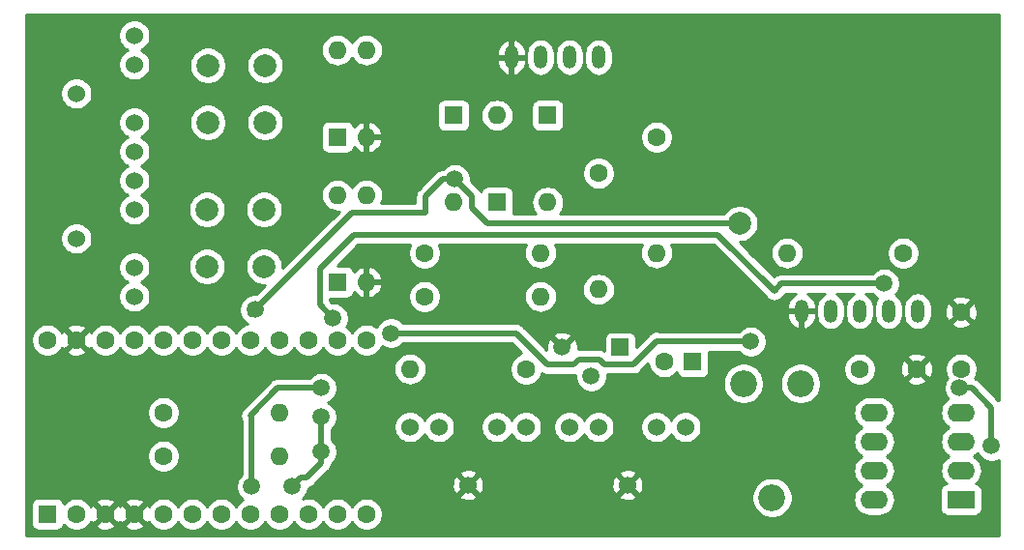
<source format=gtl>
G04 #@! TF.GenerationSoftware,KiCad,Pcbnew,5.1.2-f72e74a~84~ubuntu18.04.1*
G04 #@! TF.CreationDate,2019-05-25T17:51:00+03:00*
G04 #@! TF.ProjectId,manipulyator-v3 (3),6d616e69-7075-46c7-9961-746f722d7633,rev?*
G04 #@! TF.SameCoordinates,Original*
G04 #@! TF.FileFunction,Copper,L1,Top*
G04 #@! TF.FilePolarity,Positive*
%FSLAX45Y45*%
G04 Gerber Fmt 4.5, Leading zero omitted, Abs format (unit mm)*
G04 Created by KiCad (PCBNEW 5.1.2-f72e74a~84~ubuntu18.04.1) date 2019-05-25 17:51:00*
%MOMM*%
%LPD*%
G04 APERTURE LIST*
%ADD10R,2.400000X1.600000*%
%ADD11O,2.400000X1.600000*%
%ADD12O,1.200000X2.000000*%
%ADD13R,1.600000X1.600000*%
%ADD14C,1.600000*%
%ADD15O,1.600000X1.600000*%
%ADD16C,1.524000*%
%ADD17C,2.000000*%
%ADD18C,2.340000*%
%ADD19C,1.500000*%
%ADD20R,1.500000X1.500000*%
%ADD21C,0.500000*%
%ADD22C,0.254000*%
G04 APERTURE END LIST*
D10*
X8318500Y444500D03*
D11*
X7556500Y1206500D03*
X8318500Y698500D03*
X7556500Y952500D03*
X8318500Y952500D03*
X7556500Y698500D03*
X8318500Y1206500D03*
X7556500Y444500D03*
D12*
X6921500Y2095500D03*
X7175500Y2095500D03*
X7429500Y2095500D03*
X7683500Y2095500D03*
X7937500Y2095500D03*
D13*
X317500Y317500D03*
D14*
X571500Y317500D03*
X825500Y317500D03*
X1079500Y317500D03*
X1333500Y317500D03*
X1587500Y317500D03*
X1841500Y317500D03*
X2095500Y317500D03*
X2349500Y317500D03*
X2603500Y317500D03*
X2857500Y317500D03*
X3111500Y317500D03*
X3111500Y1841500D03*
X2857500Y1841500D03*
X2603500Y1841500D03*
X2349500Y1841500D03*
X2095500Y1841500D03*
X1841500Y1841500D03*
X1587500Y1841500D03*
X1333500Y1841500D03*
X1079500Y1841500D03*
X825500Y1841500D03*
X571500Y1841500D03*
X317500Y1841500D03*
D15*
X2857500Y3111500D03*
X3111500Y2349500D03*
X3111500Y3111500D03*
D13*
X2857500Y2349500D03*
D15*
X2857500Y4381500D03*
X3111500Y3619500D03*
X3111500Y4381500D03*
D13*
X2857500Y3619500D03*
D15*
X4635500Y2222500D03*
D14*
X3619500Y2222500D03*
D15*
X4635500Y2603500D03*
D14*
X3619500Y2603500D03*
D16*
X571500Y2730500D03*
X1079500Y3238500D03*
X1079500Y2984500D03*
X1079500Y2476500D03*
X1079500Y2222500D03*
X571500Y4000500D03*
X1079500Y4508500D03*
X1079500Y4254500D03*
X1079500Y3746500D03*
X1079500Y3492500D03*
X5397500Y571500D03*
X4889500Y1079500D03*
X5143500Y1079500D03*
X5651500Y1079500D03*
X5905500Y1079500D03*
D17*
X1714500Y2484500D03*
X2214500Y2484500D03*
X2214500Y2984500D03*
X1714500Y2984500D03*
X1722500Y3746500D03*
X2222500Y3746500D03*
X2222500Y4246500D03*
X1722500Y4246500D03*
D16*
X4508500Y1079500D03*
X4254500Y1079500D03*
X3746500Y1079500D03*
X3492500Y1079500D03*
X4000500Y571500D03*
D18*
X6413500Y1460500D03*
X6663500Y460500D03*
X6913500Y1460500D03*
D15*
X2349500Y1206500D03*
D14*
X1333500Y1206500D03*
D13*
X4699000Y3810000D03*
D15*
X4699000Y3048000D03*
D12*
X4381500Y4318000D03*
X4635500Y4318000D03*
X4889500Y4318000D03*
X5143500Y4318000D03*
D14*
X7929500Y1587500D03*
X7429500Y1587500D03*
X8318500Y1587500D03*
X8318500Y2087500D03*
D13*
X3873500Y3810000D03*
D15*
X3873500Y3048000D03*
X4254500Y3810000D03*
D13*
X4254500Y3048000D03*
D19*
X5080000Y1524000D03*
X4826000Y1778000D03*
D20*
X5334000Y1778000D03*
D15*
X2349500Y825500D03*
D14*
X1333500Y825500D03*
X5143500Y3302000D03*
D15*
X5143500Y2286000D03*
X5651500Y2603500D03*
D14*
X5651500Y3619500D03*
X4508500Y1587500D03*
D15*
X3492500Y1587500D03*
D14*
X7810500Y2603500D03*
D15*
X6794500Y2603500D03*
D13*
X5969000Y1651000D03*
D14*
X5719000Y1651000D03*
D19*
X7645400Y2336800D03*
X2819400Y2032000D03*
X6477000Y1828800D03*
X3327400Y1900910D03*
X2463800Y558800D03*
X2717800Y863600D03*
X2717800Y1168400D03*
X3969544Y2558256D03*
X8305800Y1828800D03*
X7934790Y1828800D03*
X6684666Y2087266D03*
X5003800Y2032000D03*
X8305800Y1422400D03*
X8584700Y914400D03*
D17*
X6380240Y2862730D03*
D19*
X3886200Y3251200D03*
X2135020Y2106780D03*
X2717800Y1422400D03*
X2108200Y558800D03*
D21*
X2701950Y2464500D02*
X3000140Y2762690D01*
X3000140Y2762690D02*
X6188650Y2762690D01*
X6188650Y2762690D02*
X6680810Y2270530D01*
X6747080Y2336800D02*
X6680810Y2270530D01*
X7645400Y2336800D02*
X6747080Y2336800D01*
X2702500Y2463950D02*
X2701950Y2464500D01*
X2702500Y2148900D02*
X2702500Y2463950D01*
X2819400Y2032000D02*
X2702500Y2148900D01*
X5654740Y1828800D02*
X6477000Y1828800D01*
X5196130Y1627960D02*
X5446520Y1627960D01*
X4420220Y1900910D02*
X4697090Y1624040D01*
X3327400Y1900910D02*
X4420220Y1900910D01*
X4697090Y1624040D02*
X4926040Y1624040D01*
X4926040Y1624040D02*
X4976040Y1674040D01*
X4976040Y1674040D02*
X5150050Y1674040D01*
X5651050Y1832490D02*
X5654740Y1828800D01*
X5446520Y1627960D02*
X5651050Y1832490D01*
X5150050Y1674040D02*
X5196130Y1627960D01*
X2589600Y633800D02*
X2717800Y762000D01*
X2717800Y863600D02*
X2717800Y1168400D01*
X2463800Y558800D02*
X2538800Y633800D01*
X2717800Y762000D02*
X2717800Y863600D01*
X2538800Y633800D02*
X2589600Y633800D01*
X8305800Y1828800D02*
X7934790Y1828800D01*
X7934790Y1828800D02*
X6943132Y1828800D01*
X6943132Y1828800D02*
X6684666Y2087266D01*
X4897734Y2032000D02*
X5003800Y2032000D01*
X6684666Y2087266D02*
X5059066Y2087266D01*
X4596600Y2032000D02*
X4897734Y2032000D01*
X4146550Y2381250D02*
X4247350Y2381250D01*
X5059066Y2087266D02*
X5003800Y2032000D01*
X3969544Y2558256D02*
X4146550Y2381250D01*
X4247350Y2381250D02*
X4596600Y2032000D01*
X7589250Y952500D02*
X7556500Y952500D01*
X8584700Y1249566D02*
X8584700Y914400D01*
X8305800Y1422400D02*
X8411866Y1422400D01*
X8411866Y1422400D02*
X8584700Y1249566D01*
X6380240Y2862730D02*
X6380240Y2862730D01*
X6380240Y2862730D02*
X4173650Y2862730D01*
X3626940Y2956470D02*
X2984710Y2956470D01*
X3626940Y3098006D02*
X3626940Y2956470D01*
X3780134Y3251200D02*
X3626940Y3098006D01*
X3886200Y3251200D02*
X3780134Y3251200D01*
X4173650Y2862730D02*
X4038600Y2997780D01*
X4038600Y3098800D02*
X3886200Y3251200D01*
X4038600Y2997780D02*
X4038600Y3098800D01*
X2984710Y2956470D02*
X2135020Y2106780D01*
X2135020Y2106780D02*
X2099500Y2071260D01*
X2095500Y1176330D02*
X2095500Y1181900D01*
X2336000Y1422400D02*
X2717800Y1422400D01*
X2095500Y1181900D02*
X2336000Y1422400D01*
X2108200Y1169200D02*
X2095500Y1181900D01*
X2108200Y558800D02*
X2108200Y1169200D01*
D22*
G36*
X8646200Y1313582D02*
G01*
X8644205Y1315219D01*
X8477519Y1481904D01*
X8474748Y1485282D01*
X8461272Y1496341D01*
X8445897Y1504559D01*
X8437391Y1507139D01*
X8445668Y1519527D01*
X8456485Y1545643D01*
X8462000Y1573366D01*
X8462000Y1601633D01*
X8456485Y1629357D01*
X8445668Y1655473D01*
X8429964Y1678976D01*
X8409976Y1698964D01*
X8386473Y1714668D01*
X8360357Y1725485D01*
X8332633Y1731000D01*
X8304366Y1731000D01*
X8276643Y1725485D01*
X8250527Y1714668D01*
X8227024Y1698964D01*
X8207036Y1678976D01*
X8191332Y1655473D01*
X8180515Y1629357D01*
X8175000Y1601633D01*
X8175000Y1573366D01*
X8180515Y1545643D01*
X8191332Y1519527D01*
X8197729Y1509954D01*
X8183063Y1488004D01*
X8172622Y1462799D01*
X8167300Y1436041D01*
X8167300Y1408759D01*
X8172622Y1382001D01*
X8183063Y1356796D01*
X8198220Y1334111D01*
X8203309Y1329023D01*
X8198390Y1326393D01*
X8176539Y1308461D01*
X8158607Y1286610D01*
X8145282Y1261681D01*
X8137076Y1234631D01*
X8134306Y1206500D01*
X8137076Y1178369D01*
X8145282Y1151319D01*
X8158607Y1126390D01*
X8176539Y1104539D01*
X8198390Y1086607D01*
X8211686Y1079500D01*
X8198390Y1072393D01*
X8176539Y1054461D01*
X8158607Y1032610D01*
X8145282Y1007681D01*
X8137076Y980631D01*
X8134306Y952500D01*
X8137076Y924369D01*
X8145282Y897319D01*
X8158607Y872390D01*
X8176539Y850539D01*
X8198390Y832607D01*
X8211686Y825500D01*
X8198390Y818393D01*
X8176539Y800461D01*
X8158607Y778610D01*
X8145282Y753681D01*
X8137076Y726631D01*
X8134306Y698500D01*
X8137076Y670369D01*
X8145282Y643319D01*
X8158607Y618390D01*
X8176539Y596539D01*
X8187848Y587258D01*
X8186052Y587081D01*
X8174082Y583450D01*
X8163051Y577554D01*
X8153381Y569619D01*
X8145446Y559949D01*
X8139550Y548918D01*
X8135919Y536948D01*
X8134693Y524500D01*
X8134693Y364500D01*
X8135919Y352052D01*
X8139550Y340082D01*
X8145446Y329051D01*
X8153381Y319382D01*
X8163051Y311446D01*
X8174082Y305550D01*
X8186052Y301919D01*
X8198500Y300693D01*
X8438500Y300693D01*
X8450948Y301919D01*
X8462918Y305550D01*
X8473949Y311446D01*
X8483619Y319382D01*
X8491554Y329051D01*
X8497450Y340082D01*
X8501081Y352052D01*
X8502307Y364500D01*
X8502307Y524500D01*
X8501081Y536948D01*
X8497450Y548918D01*
X8491554Y559949D01*
X8483619Y569619D01*
X8473949Y577554D01*
X8462918Y583450D01*
X8450948Y587081D01*
X8449152Y587258D01*
X8460461Y596539D01*
X8478393Y618390D01*
X8491718Y643319D01*
X8499924Y670369D01*
X8502694Y698500D01*
X8499924Y726631D01*
X8491718Y753681D01*
X8478393Y778610D01*
X8460461Y800461D01*
X8438610Y818393D01*
X8425314Y825500D01*
X8438610Y832607D01*
X8460461Y850539D01*
X8460979Y851171D01*
X8461963Y848796D01*
X8477120Y826111D01*
X8496411Y806820D01*
X8519096Y791663D01*
X8544301Y781222D01*
X8571059Y775900D01*
X8598341Y775900D01*
X8625099Y781222D01*
X8646200Y789963D01*
X8646200Y129500D01*
X129500Y129500D01*
X129500Y397500D01*
X173693Y397500D01*
X173693Y237500D01*
X174919Y225052D01*
X178550Y213082D01*
X184446Y202051D01*
X192381Y192381D01*
X202051Y184446D01*
X213082Y178550D01*
X225052Y174919D01*
X237500Y173693D01*
X397500Y173693D01*
X409948Y174919D01*
X421918Y178550D01*
X432949Y184446D01*
X442618Y192381D01*
X450554Y202051D01*
X456450Y213082D01*
X460081Y225052D01*
X460164Y225896D01*
X480024Y206036D01*
X503527Y190332D01*
X529643Y179515D01*
X557367Y174000D01*
X585634Y174000D01*
X613357Y179515D01*
X639473Y190332D01*
X662976Y206036D01*
X675169Y218230D01*
X744190Y218230D01*
X751349Y193833D01*
X776900Y181743D01*
X804318Y174870D01*
X832551Y173478D01*
X860513Y177621D01*
X887129Y187140D01*
X899651Y193833D01*
X906810Y218230D01*
X998190Y218230D01*
X1005349Y193833D01*
X1030900Y181743D01*
X1058318Y174870D01*
X1086551Y173478D01*
X1114513Y177621D01*
X1141129Y187140D01*
X1153651Y193833D01*
X1160810Y218230D01*
X1079500Y299540D01*
X998190Y218230D01*
X906810Y218230D01*
X825500Y299540D01*
X744190Y218230D01*
X675169Y218230D01*
X682964Y226024D01*
X698592Y249413D01*
X701833Y243349D01*
X726230Y236190D01*
X807539Y317500D01*
X843460Y317500D01*
X924770Y236190D01*
X949167Y243349D01*
X952297Y249964D01*
X955833Y243349D01*
X980230Y236190D01*
X1061540Y317500D01*
X1097461Y317500D01*
X1178770Y236190D01*
X1203167Y243349D01*
X1206219Y249799D01*
X1206332Y249527D01*
X1222036Y226024D01*
X1242024Y206036D01*
X1265527Y190332D01*
X1291643Y179515D01*
X1319367Y174000D01*
X1347634Y174000D01*
X1375357Y179515D01*
X1401473Y190332D01*
X1424976Y206036D01*
X1444964Y226024D01*
X1460500Y249276D01*
X1476036Y226024D01*
X1496024Y206036D01*
X1519527Y190332D01*
X1545643Y179515D01*
X1573366Y174000D01*
X1601633Y174000D01*
X1629357Y179515D01*
X1655473Y190332D01*
X1678976Y206036D01*
X1698964Y226024D01*
X1714500Y249276D01*
X1730036Y226024D01*
X1750024Y206036D01*
X1773527Y190332D01*
X1799643Y179515D01*
X1827366Y174000D01*
X1855633Y174000D01*
X1883357Y179515D01*
X1909473Y190332D01*
X1932976Y206036D01*
X1952964Y226024D01*
X1968500Y249276D01*
X1984036Y226024D01*
X2004024Y206036D01*
X2027527Y190332D01*
X2053643Y179515D01*
X2081366Y174000D01*
X2109634Y174000D01*
X2137357Y179515D01*
X2163473Y190332D01*
X2186976Y206036D01*
X2206964Y226024D01*
X2222500Y249276D01*
X2238036Y226024D01*
X2258024Y206036D01*
X2281527Y190332D01*
X2307643Y179515D01*
X2335367Y174000D01*
X2363634Y174000D01*
X2391357Y179515D01*
X2417473Y190332D01*
X2440976Y206036D01*
X2460964Y226024D01*
X2476500Y249276D01*
X2492036Y226024D01*
X2512024Y206036D01*
X2535527Y190332D01*
X2561643Y179515D01*
X2589367Y174000D01*
X2617634Y174000D01*
X2645357Y179515D01*
X2671473Y190332D01*
X2694976Y206036D01*
X2714964Y226024D01*
X2730500Y249276D01*
X2746036Y226024D01*
X2766024Y206036D01*
X2789527Y190332D01*
X2815643Y179515D01*
X2843366Y174000D01*
X2871633Y174000D01*
X2899357Y179515D01*
X2925473Y190332D01*
X2948976Y206036D01*
X2968964Y226024D01*
X2984500Y249276D01*
X3000036Y226024D01*
X3020024Y206036D01*
X3043527Y190332D01*
X3069643Y179515D01*
X3097366Y174000D01*
X3125633Y174000D01*
X3153357Y179515D01*
X3179473Y190332D01*
X3202976Y206036D01*
X3222964Y226024D01*
X3238668Y249527D01*
X3249485Y275643D01*
X3255000Y303367D01*
X3255000Y331634D01*
X3249485Y359357D01*
X3238668Y385473D01*
X3222964Y408976D01*
X3202976Y428964D01*
X3179473Y444668D01*
X3153357Y455485D01*
X3125633Y461000D01*
X3097366Y461000D01*
X3069643Y455485D01*
X3043527Y444668D01*
X3020024Y428964D01*
X3000036Y408976D01*
X2984500Y385724D01*
X2968964Y408976D01*
X2948976Y428964D01*
X2925473Y444668D01*
X2899357Y455485D01*
X2871633Y461000D01*
X2843366Y461000D01*
X2815643Y455485D01*
X2789527Y444668D01*
X2766024Y428964D01*
X2746036Y408976D01*
X2730500Y385724D01*
X2714964Y408976D01*
X2694976Y428964D01*
X2671473Y444668D01*
X2645357Y455485D01*
X2617634Y461000D01*
X2589367Y461000D01*
X2561643Y455485D01*
X2552614Y451746D01*
X2571380Y470511D01*
X2574341Y474943D01*
X3921904Y474943D01*
X3928602Y450934D01*
X3953505Y439224D01*
X3980213Y432598D01*
X4007702Y431309D01*
X4034913Y435408D01*
X4060802Y444736D01*
X4072398Y450934D01*
X4079096Y474943D01*
X5318904Y474943D01*
X5325602Y450934D01*
X5350505Y439224D01*
X5377214Y432598D01*
X5404702Y431309D01*
X5431913Y435408D01*
X5457802Y444736D01*
X5469398Y450934D01*
X5476096Y474943D01*
X5472762Y478278D01*
X6483000Y478278D01*
X6483000Y442722D01*
X6489936Y407850D01*
X6503543Y375001D01*
X6523296Y345438D01*
X6548438Y320297D01*
X6578001Y300543D01*
X6610850Y286937D01*
X6645722Y280000D01*
X6681278Y280000D01*
X6716150Y286937D01*
X6748999Y300543D01*
X6778562Y320297D01*
X6803703Y345438D01*
X6823457Y375001D01*
X6837063Y407850D01*
X6844000Y442722D01*
X6844000Y478278D01*
X6837063Y513150D01*
X6823457Y545999D01*
X6803703Y575562D01*
X6778562Y600704D01*
X6748999Y620457D01*
X6716150Y634064D01*
X6681278Y641000D01*
X6645722Y641000D01*
X6610850Y634064D01*
X6578001Y620457D01*
X6548438Y600704D01*
X6523296Y575562D01*
X6503543Y545999D01*
X6489936Y513150D01*
X6483000Y478278D01*
X5472762Y478278D01*
X5397500Y553540D01*
X5318904Y474943D01*
X4079096Y474943D01*
X4000500Y553540D01*
X3921904Y474943D01*
X2574341Y474943D01*
X2586537Y493196D01*
X2596978Y518401D01*
X2602300Y545159D01*
X2602300Y546123D01*
X2606949Y546580D01*
X2623631Y551641D01*
X2639006Y559859D01*
X2644415Y564298D01*
X3860309Y564298D01*
X3864408Y537087D01*
X3873736Y511198D01*
X3879934Y499602D01*
X3903943Y492904D01*
X3982539Y571500D01*
X4018460Y571500D01*
X4097056Y492904D01*
X4121066Y499602D01*
X4132776Y524505D01*
X4139402Y551214D01*
X4140016Y564298D01*
X5257309Y564298D01*
X5261408Y537087D01*
X5270736Y511198D01*
X5276934Y499602D01*
X5300944Y492904D01*
X5379540Y571500D01*
X5415461Y571500D01*
X5494057Y492904D01*
X5518066Y499602D01*
X5529776Y524505D01*
X5536402Y551214D01*
X5537691Y578702D01*
X5533592Y605913D01*
X5524264Y631802D01*
X5518066Y643398D01*
X5494057Y650096D01*
X5415461Y571500D01*
X5379540Y571500D01*
X5300944Y650096D01*
X5276934Y643398D01*
X5265224Y618495D01*
X5258598Y591787D01*
X5257309Y564298D01*
X4140016Y564298D01*
X4140691Y578702D01*
X4136592Y605913D01*
X4127264Y631802D01*
X4121066Y643398D01*
X4097056Y650096D01*
X4018460Y571500D01*
X3982539Y571500D01*
X3903943Y650096D01*
X3879934Y643398D01*
X3868224Y618495D01*
X3861598Y591787D01*
X3860309Y564298D01*
X2644415Y564298D01*
X2652482Y570918D01*
X2655253Y574296D01*
X2749014Y668057D01*
X3921904Y668057D01*
X4000500Y589461D01*
X4079096Y668057D01*
X5318904Y668057D01*
X5397500Y589461D01*
X5476096Y668057D01*
X5469398Y692066D01*
X5444495Y703776D01*
X5417787Y710402D01*
X5390298Y711691D01*
X5363087Y707592D01*
X5337198Y698264D01*
X5325602Y692066D01*
X5318904Y668057D01*
X4079096Y668057D01*
X4072398Y692066D01*
X4047495Y703776D01*
X4020786Y710402D01*
X3993298Y711691D01*
X3966087Y707592D01*
X3940198Y698264D01*
X3928602Y692066D01*
X3921904Y668057D01*
X2749014Y668057D01*
X2777305Y696347D01*
X2780682Y699118D01*
X2791741Y712594D01*
X2799959Y727969D01*
X2805019Y744651D01*
X2806145Y756076D01*
X2825380Y775311D01*
X2840537Y797996D01*
X2850977Y823201D01*
X2856300Y849959D01*
X2856300Y877241D01*
X2850977Y903999D01*
X2840537Y929204D01*
X2825380Y951889D01*
X2806300Y970968D01*
X2806300Y1061032D01*
X2825380Y1080111D01*
X2834165Y1093259D01*
X3352800Y1093259D01*
X3352800Y1065741D01*
X3358169Y1038751D01*
X3368699Y1013327D01*
X3383988Y990446D01*
X3403446Y970988D01*
X3426327Y955699D01*
X3451751Y945169D01*
X3478741Y939800D01*
X3506259Y939800D01*
X3533249Y945169D01*
X3558673Y955699D01*
X3581553Y970988D01*
X3601012Y990446D01*
X3616300Y1013327D01*
X3619500Y1021051D01*
X3622699Y1013327D01*
X3637988Y990446D01*
X3657446Y970988D01*
X3680327Y955699D01*
X3705751Y945169D01*
X3732741Y939800D01*
X3760259Y939800D01*
X3787249Y945169D01*
X3812673Y955699D01*
X3835553Y970988D01*
X3855012Y990446D01*
X3870300Y1013327D01*
X3880831Y1038751D01*
X3886200Y1065741D01*
X3886200Y1093259D01*
X4114800Y1093259D01*
X4114800Y1065741D01*
X4120169Y1038751D01*
X4130699Y1013327D01*
X4145988Y990446D01*
X4165446Y970988D01*
X4188327Y955699D01*
X4213751Y945169D01*
X4240741Y939800D01*
X4268259Y939800D01*
X4295249Y945169D01*
X4320673Y955699D01*
X4343554Y970988D01*
X4363012Y990446D01*
X4378301Y1013327D01*
X4381500Y1021051D01*
X4384700Y1013327D01*
X4399988Y990446D01*
X4419447Y970988D01*
X4442327Y955699D01*
X4467751Y945169D01*
X4494741Y939800D01*
X4522259Y939800D01*
X4549249Y945169D01*
X4574673Y955699D01*
X4597554Y970988D01*
X4617012Y990446D01*
X4632301Y1013327D01*
X4642831Y1038751D01*
X4648200Y1065741D01*
X4648200Y1093259D01*
X4749800Y1093259D01*
X4749800Y1065741D01*
X4755169Y1038751D01*
X4765700Y1013327D01*
X4780988Y990446D01*
X4800447Y970988D01*
X4823327Y955699D01*
X4848751Y945169D01*
X4875741Y939800D01*
X4903259Y939800D01*
X4930249Y945169D01*
X4955673Y955699D01*
X4978554Y970988D01*
X4998012Y990446D01*
X5013301Y1013327D01*
X5016500Y1021051D01*
X5019700Y1013327D01*
X5034988Y990446D01*
X5054447Y970988D01*
X5077327Y955699D01*
X5102751Y945169D01*
X5129741Y939800D01*
X5157259Y939800D01*
X5184249Y945169D01*
X5209673Y955699D01*
X5232554Y970988D01*
X5252012Y990446D01*
X5267301Y1013327D01*
X5277831Y1038751D01*
X5283200Y1065741D01*
X5283200Y1093259D01*
X5511800Y1093259D01*
X5511800Y1065741D01*
X5517169Y1038751D01*
X5527700Y1013327D01*
X5542988Y990446D01*
X5562447Y970988D01*
X5585327Y955699D01*
X5610751Y945169D01*
X5637741Y939800D01*
X5665259Y939800D01*
X5692249Y945169D01*
X5717673Y955699D01*
X5740553Y970988D01*
X5760012Y990446D01*
X5775300Y1013327D01*
X5778500Y1021051D01*
X5781699Y1013327D01*
X5796988Y990446D01*
X5816446Y970988D01*
X5839327Y955699D01*
X5864751Y945169D01*
X5891741Y939800D01*
X5919259Y939800D01*
X5946249Y945169D01*
X5971673Y955699D01*
X5994553Y970988D01*
X6014012Y990446D01*
X6029300Y1013327D01*
X6039831Y1038751D01*
X6045200Y1065741D01*
X6045200Y1093259D01*
X6039831Y1120249D01*
X6029300Y1145673D01*
X6014012Y1168554D01*
X5994553Y1188012D01*
X5971673Y1203301D01*
X5963948Y1206500D01*
X7372306Y1206500D01*
X7375076Y1178369D01*
X7383282Y1151319D01*
X7396607Y1126390D01*
X7414539Y1104539D01*
X7436390Y1086607D01*
X7449686Y1079500D01*
X7436390Y1072393D01*
X7414539Y1054461D01*
X7396607Y1032610D01*
X7383282Y1007681D01*
X7375076Y980631D01*
X7372306Y952500D01*
X7375076Y924369D01*
X7383282Y897319D01*
X7396607Y872390D01*
X7414539Y850539D01*
X7436390Y832607D01*
X7449686Y825500D01*
X7436390Y818393D01*
X7414539Y800461D01*
X7396607Y778610D01*
X7383282Y753681D01*
X7375076Y726631D01*
X7372306Y698500D01*
X7375076Y670369D01*
X7383282Y643319D01*
X7396607Y618390D01*
X7414539Y596539D01*
X7436390Y578607D01*
X7449686Y571500D01*
X7436390Y564393D01*
X7414539Y546461D01*
X7396607Y524610D01*
X7383282Y499681D01*
X7375076Y472631D01*
X7372306Y444500D01*
X7375076Y416369D01*
X7383282Y389319D01*
X7396607Y364390D01*
X7414539Y342539D01*
X7436390Y324607D01*
X7461319Y311282D01*
X7488369Y303076D01*
X7509451Y301000D01*
X7603549Y301000D01*
X7624631Y303076D01*
X7651681Y311282D01*
X7676610Y324607D01*
X7698461Y342539D01*
X7716393Y364390D01*
X7729718Y389319D01*
X7737924Y416369D01*
X7740694Y444500D01*
X7737924Y472631D01*
X7729718Y499681D01*
X7716393Y524610D01*
X7698461Y546461D01*
X7676610Y564393D01*
X7663314Y571500D01*
X7676610Y578607D01*
X7698461Y596539D01*
X7716393Y618390D01*
X7729718Y643319D01*
X7737924Y670369D01*
X7740694Y698500D01*
X7737924Y726631D01*
X7729718Y753681D01*
X7716393Y778610D01*
X7698461Y800461D01*
X7676610Y818393D01*
X7663314Y825500D01*
X7676610Y832607D01*
X7698461Y850539D01*
X7716393Y872390D01*
X7729718Y897319D01*
X7737924Y924369D01*
X7740694Y952500D01*
X7737924Y980631D01*
X7729718Y1007681D01*
X7716393Y1032610D01*
X7698461Y1054461D01*
X7676610Y1072393D01*
X7663314Y1079500D01*
X7676610Y1086607D01*
X7698461Y1104539D01*
X7716393Y1126390D01*
X7729718Y1151319D01*
X7737924Y1178369D01*
X7740694Y1206500D01*
X7737924Y1234631D01*
X7729718Y1261681D01*
X7716393Y1286610D01*
X7698461Y1308461D01*
X7676610Y1326393D01*
X7651681Y1339718D01*
X7624631Y1347924D01*
X7603549Y1350000D01*
X7509451Y1350000D01*
X7488369Y1347924D01*
X7461319Y1339718D01*
X7436390Y1326393D01*
X7414539Y1308461D01*
X7396607Y1286610D01*
X7383282Y1261681D01*
X7375076Y1234631D01*
X7372306Y1206500D01*
X5963948Y1206500D01*
X5946249Y1213831D01*
X5919259Y1219200D01*
X5891741Y1219200D01*
X5864751Y1213831D01*
X5839327Y1203301D01*
X5816446Y1188012D01*
X5796988Y1168554D01*
X5781699Y1145673D01*
X5778500Y1137949D01*
X5775300Y1145673D01*
X5760012Y1168554D01*
X5740553Y1188012D01*
X5717673Y1203301D01*
X5692249Y1213831D01*
X5665259Y1219200D01*
X5637741Y1219200D01*
X5610751Y1213831D01*
X5585327Y1203301D01*
X5562447Y1188012D01*
X5542988Y1168554D01*
X5527700Y1145673D01*
X5517169Y1120249D01*
X5511800Y1093259D01*
X5283200Y1093259D01*
X5277831Y1120249D01*
X5267301Y1145673D01*
X5252012Y1168554D01*
X5232554Y1188012D01*
X5209673Y1203301D01*
X5184249Y1213831D01*
X5157259Y1219200D01*
X5129741Y1219200D01*
X5102751Y1213831D01*
X5077327Y1203301D01*
X5054447Y1188012D01*
X5034988Y1168554D01*
X5019700Y1145673D01*
X5016500Y1137949D01*
X5013301Y1145673D01*
X4998012Y1168554D01*
X4978554Y1188012D01*
X4955673Y1203301D01*
X4930249Y1213831D01*
X4903259Y1219200D01*
X4875741Y1219200D01*
X4848751Y1213831D01*
X4823327Y1203301D01*
X4800447Y1188012D01*
X4780988Y1168554D01*
X4765700Y1145673D01*
X4755169Y1120249D01*
X4749800Y1093259D01*
X4648200Y1093259D01*
X4642831Y1120249D01*
X4632301Y1145673D01*
X4617012Y1168554D01*
X4597554Y1188012D01*
X4574673Y1203301D01*
X4549249Y1213831D01*
X4522259Y1219200D01*
X4494741Y1219200D01*
X4467751Y1213831D01*
X4442327Y1203301D01*
X4419447Y1188012D01*
X4399988Y1168554D01*
X4384700Y1145673D01*
X4381500Y1137949D01*
X4378301Y1145673D01*
X4363012Y1168554D01*
X4343554Y1188012D01*
X4320673Y1203301D01*
X4295249Y1213831D01*
X4268259Y1219200D01*
X4240741Y1219200D01*
X4213751Y1213831D01*
X4188327Y1203301D01*
X4165446Y1188012D01*
X4145988Y1168554D01*
X4130699Y1145673D01*
X4120169Y1120249D01*
X4114800Y1093259D01*
X3886200Y1093259D01*
X3880831Y1120249D01*
X3870300Y1145673D01*
X3855012Y1168554D01*
X3835553Y1188012D01*
X3812673Y1203301D01*
X3787249Y1213831D01*
X3760259Y1219200D01*
X3732741Y1219200D01*
X3705751Y1213831D01*
X3680327Y1203301D01*
X3657446Y1188012D01*
X3637988Y1168554D01*
X3622699Y1145673D01*
X3619500Y1137949D01*
X3616300Y1145673D01*
X3601012Y1168554D01*
X3581553Y1188012D01*
X3558673Y1203301D01*
X3533249Y1213831D01*
X3506259Y1219200D01*
X3478741Y1219200D01*
X3451751Y1213831D01*
X3426327Y1203301D01*
X3403446Y1188012D01*
X3383988Y1168554D01*
X3368699Y1145673D01*
X3358169Y1120249D01*
X3352800Y1093259D01*
X2834165Y1093259D01*
X2840537Y1102796D01*
X2850977Y1128001D01*
X2856300Y1154759D01*
X2856300Y1182041D01*
X2850977Y1208799D01*
X2840537Y1234004D01*
X2825380Y1256689D01*
X2806089Y1275980D01*
X2783404Y1291137D01*
X2773113Y1295400D01*
X2783404Y1299663D01*
X2806089Y1314820D01*
X2825380Y1334111D01*
X2840537Y1356796D01*
X2850977Y1382001D01*
X2856300Y1408759D01*
X2856300Y1436041D01*
X2850977Y1462799D01*
X2840537Y1488004D01*
X2825380Y1510689D01*
X2806089Y1529980D01*
X2783404Y1545137D01*
X2758199Y1555577D01*
X2731441Y1560900D01*
X2704159Y1560900D01*
X2677401Y1555577D01*
X2652196Y1545137D01*
X2629511Y1529980D01*
X2610432Y1510900D01*
X2340347Y1510900D01*
X2336000Y1511328D01*
X2331653Y1510900D01*
X2331652Y1510900D01*
X2318651Y1509619D01*
X2301969Y1504559D01*
X2286594Y1496341D01*
X2276495Y1488053D01*
X2276495Y1488053D01*
X2273118Y1485282D01*
X2270347Y1481905D01*
X2035995Y1247554D01*
X2032618Y1244782D01*
X2021559Y1231306D01*
X2013341Y1215932D01*
X2008280Y1199249D01*
X2007000Y1186248D01*
X2007000Y1186247D01*
X2006572Y1181900D01*
X2007000Y1177553D01*
X2007000Y1171982D01*
X2008280Y1158981D01*
X2013341Y1142299D01*
X2019700Y1130402D01*
X2019700Y666169D01*
X2000620Y647089D01*
X1985463Y624404D01*
X1975022Y599199D01*
X1969700Y572441D01*
X1969700Y545159D01*
X1975022Y518401D01*
X1985463Y493196D01*
X2000620Y470511D01*
X2019911Y451220D01*
X2028879Y445228D01*
X2027527Y444668D01*
X2004024Y428964D01*
X1984036Y408976D01*
X1968500Y385724D01*
X1952964Y408976D01*
X1932976Y428964D01*
X1909473Y444668D01*
X1883357Y455485D01*
X1855633Y461000D01*
X1827366Y461000D01*
X1799643Y455485D01*
X1773527Y444668D01*
X1750024Y428964D01*
X1730036Y408976D01*
X1714500Y385724D01*
X1698964Y408976D01*
X1678976Y428964D01*
X1655473Y444668D01*
X1629357Y455485D01*
X1601633Y461000D01*
X1573366Y461000D01*
X1545643Y455485D01*
X1519527Y444668D01*
X1496024Y428964D01*
X1476036Y408976D01*
X1460500Y385724D01*
X1444964Y408976D01*
X1424976Y428964D01*
X1401473Y444668D01*
X1375357Y455485D01*
X1347634Y461000D01*
X1319367Y461000D01*
X1291643Y455485D01*
X1265527Y444668D01*
X1242024Y428964D01*
X1222036Y408976D01*
X1206409Y385587D01*
X1203167Y391651D01*
X1178770Y398810D01*
X1097461Y317500D01*
X1061540Y317500D01*
X980230Y398810D01*
X955833Y391651D01*
X952703Y385036D01*
X949167Y391651D01*
X924770Y398810D01*
X843460Y317500D01*
X807539Y317500D01*
X726230Y398810D01*
X701833Y391651D01*
X698781Y385201D01*
X698668Y385473D01*
X682964Y408976D01*
X675169Y416770D01*
X744190Y416770D01*
X825500Y335461D01*
X906810Y416770D01*
X998190Y416770D01*
X1079500Y335461D01*
X1160810Y416770D01*
X1153651Y441167D01*
X1128100Y453257D01*
X1100682Y460130D01*
X1072449Y461522D01*
X1044487Y457379D01*
X1017871Y447860D01*
X1005349Y441167D01*
X998190Y416770D01*
X906810Y416770D01*
X899651Y441167D01*
X874100Y453257D01*
X846682Y460130D01*
X818449Y461522D01*
X790487Y457379D01*
X763871Y447860D01*
X751349Y441167D01*
X744190Y416770D01*
X675169Y416770D01*
X662976Y428964D01*
X639473Y444668D01*
X613357Y455485D01*
X585634Y461000D01*
X557367Y461000D01*
X529643Y455485D01*
X503527Y444668D01*
X480024Y428964D01*
X460164Y409104D01*
X460081Y409948D01*
X456450Y421918D01*
X450554Y432949D01*
X442618Y442618D01*
X432949Y450554D01*
X421918Y456450D01*
X409948Y460081D01*
X397500Y461307D01*
X237500Y461307D01*
X225052Y460081D01*
X213082Y456450D01*
X202051Y450554D01*
X192381Y442618D01*
X184446Y432949D01*
X178550Y421918D01*
X174919Y409948D01*
X173693Y397500D01*
X129500Y397500D01*
X129500Y839633D01*
X1190000Y839633D01*
X1190000Y811366D01*
X1195515Y783643D01*
X1206332Y757527D01*
X1222036Y734024D01*
X1242024Y714036D01*
X1265527Y698332D01*
X1291643Y687515D01*
X1319367Y682000D01*
X1347634Y682000D01*
X1375357Y687515D01*
X1401473Y698332D01*
X1424976Y714036D01*
X1444964Y734024D01*
X1460668Y757527D01*
X1471485Y783643D01*
X1477000Y811366D01*
X1477000Y839633D01*
X1471485Y867357D01*
X1460668Y893473D01*
X1444964Y916976D01*
X1424976Y936964D01*
X1401473Y952668D01*
X1375357Y963485D01*
X1347634Y969000D01*
X1319367Y969000D01*
X1291643Y963485D01*
X1265527Y952668D01*
X1242024Y936964D01*
X1222036Y916976D01*
X1206332Y893473D01*
X1195515Y867357D01*
X1190000Y839633D01*
X129500Y839633D01*
X129500Y1220634D01*
X1190000Y1220634D01*
X1190000Y1192367D01*
X1195515Y1164643D01*
X1206332Y1138527D01*
X1222036Y1115024D01*
X1242024Y1095036D01*
X1265527Y1079332D01*
X1291643Y1068515D01*
X1319367Y1063000D01*
X1347634Y1063000D01*
X1375357Y1068515D01*
X1401473Y1079332D01*
X1424976Y1095036D01*
X1444964Y1115024D01*
X1460668Y1138527D01*
X1471485Y1164643D01*
X1477000Y1192367D01*
X1477000Y1220634D01*
X1471485Y1248357D01*
X1460668Y1274473D01*
X1444964Y1297976D01*
X1424976Y1317964D01*
X1401473Y1333668D01*
X1375357Y1344485D01*
X1347634Y1350000D01*
X1319367Y1350000D01*
X1291643Y1344485D01*
X1265527Y1333668D01*
X1242024Y1317964D01*
X1222036Y1297976D01*
X1206332Y1274473D01*
X1195515Y1248357D01*
X1190000Y1220634D01*
X129500Y1220634D01*
X129500Y1587500D01*
X3348306Y1587500D01*
X3351076Y1559369D01*
X3359282Y1532319D01*
X3372607Y1507390D01*
X3390539Y1485539D01*
X3412390Y1467607D01*
X3437319Y1454282D01*
X3464369Y1446076D01*
X3485451Y1444000D01*
X3499549Y1444000D01*
X3520631Y1446076D01*
X3547681Y1454282D01*
X3572610Y1467607D01*
X3594461Y1485539D01*
X3612393Y1507390D01*
X3625718Y1532319D01*
X3633924Y1559369D01*
X3636694Y1587500D01*
X3633924Y1615631D01*
X3625718Y1642681D01*
X3612393Y1667610D01*
X3594461Y1689461D01*
X3572610Y1707393D01*
X3547681Y1720718D01*
X3520631Y1728924D01*
X3499549Y1731000D01*
X3485451Y1731000D01*
X3464369Y1728924D01*
X3437319Y1720718D01*
X3412390Y1707393D01*
X3390539Y1689461D01*
X3372607Y1667610D01*
X3359282Y1642681D01*
X3351076Y1615631D01*
X3348306Y1587500D01*
X129500Y1587500D01*
X129500Y1855633D01*
X174000Y1855633D01*
X174000Y1827366D01*
X179515Y1799643D01*
X190332Y1773527D01*
X206036Y1750024D01*
X226024Y1730036D01*
X249527Y1714332D01*
X275643Y1703515D01*
X303367Y1698000D01*
X331634Y1698000D01*
X359357Y1703515D01*
X385473Y1714332D01*
X408976Y1730036D01*
X421169Y1742230D01*
X490190Y1742230D01*
X497349Y1717833D01*
X522900Y1705743D01*
X550318Y1698870D01*
X578551Y1697478D01*
X606513Y1701621D01*
X633129Y1711140D01*
X645651Y1717833D01*
X652810Y1742230D01*
X571500Y1823539D01*
X490190Y1742230D01*
X421169Y1742230D01*
X428964Y1750024D01*
X444591Y1773413D01*
X447833Y1767349D01*
X472230Y1760190D01*
X553540Y1841500D01*
X589461Y1841500D01*
X670770Y1760190D01*
X695167Y1767349D01*
X698219Y1773799D01*
X698332Y1773527D01*
X714036Y1750024D01*
X734024Y1730036D01*
X757527Y1714332D01*
X783643Y1703515D01*
X811366Y1698000D01*
X839633Y1698000D01*
X867357Y1703515D01*
X893473Y1714332D01*
X916976Y1730036D01*
X936964Y1750024D01*
X952500Y1773276D01*
X968036Y1750024D01*
X988024Y1730036D01*
X1011527Y1714332D01*
X1037643Y1703515D01*
X1065367Y1698000D01*
X1093634Y1698000D01*
X1121357Y1703515D01*
X1147473Y1714332D01*
X1170976Y1730036D01*
X1190964Y1750024D01*
X1206500Y1773276D01*
X1222036Y1750024D01*
X1242024Y1730036D01*
X1265527Y1714332D01*
X1291643Y1703515D01*
X1319367Y1698000D01*
X1347634Y1698000D01*
X1375357Y1703515D01*
X1401473Y1714332D01*
X1424976Y1730036D01*
X1444964Y1750024D01*
X1460500Y1773276D01*
X1476036Y1750024D01*
X1496024Y1730036D01*
X1519527Y1714332D01*
X1545643Y1703515D01*
X1573366Y1698000D01*
X1601633Y1698000D01*
X1629357Y1703515D01*
X1655473Y1714332D01*
X1678976Y1730036D01*
X1698964Y1750024D01*
X1714500Y1773276D01*
X1730036Y1750024D01*
X1750024Y1730036D01*
X1773527Y1714332D01*
X1799643Y1703515D01*
X1827366Y1698000D01*
X1855633Y1698000D01*
X1883357Y1703515D01*
X1909473Y1714332D01*
X1932976Y1730036D01*
X1952964Y1750024D01*
X1968500Y1773276D01*
X1984036Y1750024D01*
X2004024Y1730036D01*
X2027527Y1714332D01*
X2053643Y1703515D01*
X2081366Y1698000D01*
X2109634Y1698000D01*
X2137357Y1703515D01*
X2163473Y1714332D01*
X2186976Y1730036D01*
X2206964Y1750024D01*
X2222500Y1773276D01*
X2238036Y1750024D01*
X2258024Y1730036D01*
X2281527Y1714332D01*
X2307643Y1703515D01*
X2335367Y1698000D01*
X2363634Y1698000D01*
X2391357Y1703515D01*
X2417473Y1714332D01*
X2440976Y1730036D01*
X2460964Y1750024D01*
X2476500Y1773276D01*
X2492036Y1750024D01*
X2512024Y1730036D01*
X2535527Y1714332D01*
X2561643Y1703515D01*
X2589367Y1698000D01*
X2617634Y1698000D01*
X2645357Y1703515D01*
X2671473Y1714332D01*
X2694976Y1730036D01*
X2714964Y1750024D01*
X2730500Y1773276D01*
X2746036Y1750024D01*
X2766024Y1730036D01*
X2789527Y1714332D01*
X2815643Y1703515D01*
X2843366Y1698000D01*
X2871633Y1698000D01*
X2899357Y1703515D01*
X2925473Y1714332D01*
X2948976Y1730036D01*
X2968964Y1750024D01*
X2984500Y1773276D01*
X3000036Y1750024D01*
X3020024Y1730036D01*
X3043527Y1714332D01*
X3069643Y1703515D01*
X3097366Y1698000D01*
X3125633Y1698000D01*
X3153357Y1703515D01*
X3179473Y1714332D01*
X3202976Y1730036D01*
X3222964Y1750024D01*
X3238668Y1773527D01*
X3245189Y1789269D01*
X3261796Y1778173D01*
X3287001Y1767732D01*
X3313759Y1762410D01*
X3341041Y1762410D01*
X3367799Y1767732D01*
X3393004Y1778173D01*
X3415689Y1793330D01*
X3434768Y1812410D01*
X4383562Y1812410D01*
X4469849Y1726123D01*
X4466643Y1725485D01*
X4440527Y1714668D01*
X4417024Y1698964D01*
X4397036Y1678976D01*
X4381332Y1655473D01*
X4370515Y1629357D01*
X4365000Y1601633D01*
X4365000Y1573366D01*
X4370515Y1545643D01*
X4381332Y1519527D01*
X4397036Y1496024D01*
X4417024Y1476036D01*
X4440527Y1460332D01*
X4466643Y1449515D01*
X4494367Y1444000D01*
X4522634Y1444000D01*
X4550357Y1449515D01*
X4576473Y1460332D01*
X4599976Y1476036D01*
X4619964Y1496024D01*
X4635668Y1519527D01*
X4646485Y1545643D01*
X4647416Y1550319D01*
X4647684Y1550099D01*
X4663059Y1541881D01*
X4679741Y1536820D01*
X4692742Y1535540D01*
X4692743Y1535540D01*
X4697090Y1535112D01*
X4701437Y1535540D01*
X4921693Y1535540D01*
X4926040Y1535112D01*
X4930387Y1535540D01*
X4930388Y1535540D01*
X4941500Y1536634D01*
X4941500Y1510359D01*
X4946823Y1483601D01*
X4957263Y1458396D01*
X4972420Y1435711D01*
X4991711Y1416420D01*
X5014396Y1401263D01*
X5039601Y1390823D01*
X5066359Y1385500D01*
X5093641Y1385500D01*
X5120399Y1390823D01*
X5145604Y1401263D01*
X5168289Y1416420D01*
X5187580Y1435711D01*
X5202737Y1458396D01*
X5210972Y1478278D01*
X6233000Y1478278D01*
X6233000Y1442722D01*
X6239936Y1407850D01*
X6253543Y1375001D01*
X6273296Y1345438D01*
X6298438Y1320297D01*
X6328001Y1300543D01*
X6360850Y1286937D01*
X6395722Y1280000D01*
X6431278Y1280000D01*
X6466150Y1286937D01*
X6498999Y1300543D01*
X6528562Y1320297D01*
X6553703Y1345438D01*
X6573457Y1375001D01*
X6587063Y1407850D01*
X6594000Y1442722D01*
X6594000Y1478278D01*
X6733000Y1478278D01*
X6733000Y1442722D01*
X6739936Y1407850D01*
X6753543Y1375001D01*
X6773296Y1345438D01*
X6798438Y1320297D01*
X6828001Y1300543D01*
X6860850Y1286937D01*
X6895722Y1280000D01*
X6931278Y1280000D01*
X6966150Y1286937D01*
X6998999Y1300543D01*
X7028562Y1320297D01*
X7053703Y1345438D01*
X7073457Y1375001D01*
X7087063Y1407850D01*
X7094000Y1442722D01*
X7094000Y1478278D01*
X7087063Y1513150D01*
X7073457Y1545999D01*
X7053703Y1575562D01*
X7028562Y1600703D01*
X7027170Y1601633D01*
X7286000Y1601633D01*
X7286000Y1573366D01*
X7291515Y1545643D01*
X7302332Y1519527D01*
X7318036Y1496024D01*
X7338024Y1476036D01*
X7361527Y1460332D01*
X7387643Y1449515D01*
X7415366Y1444000D01*
X7443633Y1444000D01*
X7471357Y1449515D01*
X7497473Y1460332D01*
X7520976Y1476036D01*
X7533169Y1488230D01*
X7848190Y1488230D01*
X7855349Y1463833D01*
X7880900Y1451743D01*
X7908318Y1444870D01*
X7936551Y1443478D01*
X7964513Y1447621D01*
X7991129Y1457140D01*
X8003651Y1463833D01*
X8010810Y1488230D01*
X7929500Y1569539D01*
X7848190Y1488230D01*
X7533169Y1488230D01*
X7540964Y1496024D01*
X7556668Y1519527D01*
X7567485Y1545643D01*
X7573000Y1573366D01*
X7573000Y1580449D01*
X7785478Y1580449D01*
X7789621Y1552487D01*
X7799140Y1525871D01*
X7805833Y1513349D01*
X7830230Y1506190D01*
X7911539Y1587500D01*
X7947460Y1587500D01*
X8028770Y1506190D01*
X8053167Y1513349D01*
X8065257Y1538900D01*
X8072130Y1566318D01*
X8073522Y1594551D01*
X8069379Y1622513D01*
X8059860Y1649129D01*
X8053167Y1661651D01*
X8028770Y1668810D01*
X7947460Y1587500D01*
X7911539Y1587500D01*
X7830230Y1668810D01*
X7805833Y1661651D01*
X7793743Y1636100D01*
X7786870Y1608682D01*
X7785478Y1580449D01*
X7573000Y1580449D01*
X7573000Y1601633D01*
X7567485Y1629357D01*
X7556668Y1655473D01*
X7540964Y1678976D01*
X7533169Y1686770D01*
X7848190Y1686770D01*
X7929500Y1605460D01*
X8010810Y1686770D01*
X8003651Y1711167D01*
X7978100Y1723257D01*
X7950682Y1730130D01*
X7922449Y1731522D01*
X7894487Y1727379D01*
X7867871Y1717860D01*
X7855349Y1711167D01*
X7848190Y1686770D01*
X7533169Y1686770D01*
X7520976Y1698964D01*
X7497473Y1714668D01*
X7471357Y1725485D01*
X7443633Y1731000D01*
X7415366Y1731000D01*
X7387643Y1725485D01*
X7361527Y1714668D01*
X7338024Y1698964D01*
X7318036Y1678976D01*
X7302332Y1655473D01*
X7291515Y1629357D01*
X7286000Y1601633D01*
X7027170Y1601633D01*
X6998999Y1620457D01*
X6966150Y1634063D01*
X6931278Y1641000D01*
X6895722Y1641000D01*
X6860850Y1634063D01*
X6828001Y1620457D01*
X6798438Y1600703D01*
X6773296Y1575562D01*
X6753543Y1545999D01*
X6739936Y1513150D01*
X6733000Y1478278D01*
X6594000Y1478278D01*
X6587063Y1513150D01*
X6573457Y1545999D01*
X6553703Y1575562D01*
X6528562Y1600703D01*
X6498999Y1620457D01*
X6466150Y1634063D01*
X6431278Y1641000D01*
X6395722Y1641000D01*
X6360850Y1634063D01*
X6328001Y1620457D01*
X6298438Y1600703D01*
X6273296Y1575562D01*
X6253543Y1545999D01*
X6239936Y1513150D01*
X6233000Y1478278D01*
X5210972Y1478278D01*
X5213178Y1483601D01*
X5218500Y1510359D01*
X5218500Y1537641D01*
X5218138Y1539460D01*
X5442173Y1539460D01*
X5446520Y1539032D01*
X5450867Y1539460D01*
X5450868Y1539460D01*
X5463869Y1540740D01*
X5480551Y1545801D01*
X5495926Y1554019D01*
X5509402Y1565078D01*
X5512173Y1568456D01*
X5576344Y1632626D01*
X5581015Y1609143D01*
X5591832Y1583027D01*
X5607536Y1559524D01*
X5627524Y1539536D01*
X5651027Y1523832D01*
X5677143Y1513015D01*
X5704866Y1507500D01*
X5733133Y1507500D01*
X5760857Y1513015D01*
X5786973Y1523832D01*
X5810476Y1539536D01*
X5827134Y1556194D01*
X5830050Y1546582D01*
X5835946Y1535551D01*
X5843881Y1525881D01*
X5853551Y1517946D01*
X5864582Y1512050D01*
X5876552Y1508419D01*
X5889000Y1507193D01*
X6049000Y1507193D01*
X6061448Y1508419D01*
X6073418Y1512050D01*
X6084449Y1517946D01*
X6094118Y1525881D01*
X6102054Y1535551D01*
X6107950Y1546582D01*
X6111581Y1558552D01*
X6112807Y1571000D01*
X6112807Y1731000D01*
X6111891Y1740300D01*
X6369631Y1740300D01*
X6388711Y1721220D01*
X6411396Y1706063D01*
X6436601Y1695622D01*
X6463359Y1690300D01*
X6490641Y1690300D01*
X6517399Y1695622D01*
X6542604Y1706063D01*
X6565289Y1721220D01*
X6584580Y1740511D01*
X6599737Y1763196D01*
X6610177Y1788401D01*
X6615500Y1815159D01*
X6615500Y1842441D01*
X6610177Y1869199D01*
X6599737Y1894404D01*
X6584580Y1917089D01*
X6565289Y1936380D01*
X6542604Y1951537D01*
X6517399Y1961977D01*
X6490641Y1967300D01*
X6463359Y1967300D01*
X6436601Y1961977D01*
X6411396Y1951537D01*
X6388711Y1936380D01*
X6369631Y1917300D01*
X5676342Y1917300D01*
X5668399Y1919709D01*
X5651050Y1921418D01*
X5633701Y1919709D01*
X5617019Y1914649D01*
X5601644Y1906431D01*
X5591545Y1898143D01*
X5591545Y1898143D01*
X5588168Y1895372D01*
X5585397Y1891995D01*
X5472807Y1779405D01*
X5472807Y1853000D01*
X5471581Y1865448D01*
X5467950Y1877418D01*
X5462054Y1888449D01*
X5454119Y1898118D01*
X5444449Y1906054D01*
X5433418Y1911950D01*
X5421448Y1915581D01*
X5409000Y1916807D01*
X5259000Y1916807D01*
X5246552Y1915581D01*
X5234582Y1911950D01*
X5223551Y1906054D01*
X5213882Y1898118D01*
X5205946Y1888449D01*
X5200050Y1877418D01*
X5196419Y1865448D01*
X5195193Y1853000D01*
X5195193Y1750260D01*
X5184081Y1756199D01*
X5167399Y1761259D01*
X5154398Y1762540D01*
X5154397Y1762540D01*
X5150050Y1762968D01*
X5145703Y1762540D01*
X4980387Y1762540D01*
X4976040Y1762968D01*
X4971693Y1762540D01*
X4971692Y1762540D01*
X4963899Y1761772D01*
X4964981Y1785249D01*
X4960897Y1812224D01*
X4951628Y1837883D01*
X4945586Y1849186D01*
X4921699Y1855739D01*
X4843961Y1778000D01*
X4845375Y1776586D01*
X4827414Y1758625D01*
X4826000Y1760039D01*
X4824586Y1758625D01*
X4806625Y1776586D01*
X4808040Y1778000D01*
X4730301Y1855739D01*
X4706414Y1849186D01*
X4694824Y1824488D01*
X4688275Y1798004D01*
X4687019Y1770751D01*
X4689068Y1757220D01*
X4572589Y1873699D01*
X4748261Y1873699D01*
X4826000Y1795960D01*
X4903739Y1873699D01*
X4897186Y1897586D01*
X4872488Y1909176D01*
X4846004Y1915725D01*
X4818751Y1916981D01*
X4791776Y1912896D01*
X4766117Y1903628D01*
X4754814Y1897586D01*
X4748261Y1873699D01*
X4572589Y1873699D01*
X4485873Y1960414D01*
X4483102Y1963792D01*
X4469626Y1974851D01*
X4454251Y1983069D01*
X4437569Y1988129D01*
X4424568Y1989410D01*
X4424567Y1989410D01*
X4420220Y1989838D01*
X4415873Y1989410D01*
X3434768Y1989410D01*
X3415689Y2008490D01*
X3393004Y2023647D01*
X3367799Y2034087D01*
X3341041Y2039410D01*
X3313759Y2039410D01*
X3287001Y2034087D01*
X3261796Y2023647D01*
X3239111Y2008490D01*
X3219820Y1989199D01*
X3204663Y1966514D01*
X3199901Y1955018D01*
X3179473Y1968668D01*
X3153357Y1979485D01*
X3125633Y1985000D01*
X3097366Y1985000D01*
X3069643Y1979485D01*
X3043527Y1968668D01*
X3020024Y1952964D01*
X3000036Y1932976D01*
X2984500Y1909724D01*
X2968964Y1932976D01*
X2948976Y1952964D01*
X2938043Y1960269D01*
X2942137Y1966396D01*
X2952577Y1991601D01*
X2957900Y2018359D01*
X2957900Y2045641D01*
X2952577Y2072399D01*
X2942137Y2097604D01*
X2926980Y2120289D01*
X2907689Y2139580D01*
X2885004Y2154737D01*
X2859799Y2165178D01*
X2833041Y2170500D01*
X2806058Y2170500D01*
X2791000Y2185558D01*
X2791000Y2205693D01*
X2937500Y2205693D01*
X2949948Y2206919D01*
X2961918Y2210550D01*
X2972949Y2216446D01*
X2982618Y2224382D01*
X2990554Y2234051D01*
X2996450Y2245082D01*
X3000081Y2257052D01*
X3000323Y2259508D01*
X3015159Y2243148D01*
X3037758Y2226396D01*
X3063191Y2214375D01*
X3076596Y2210310D01*
X3098800Y2222509D01*
X3098800Y2336800D01*
X3124200Y2336800D01*
X3124200Y2222509D01*
X3146404Y2210310D01*
X3159809Y2214375D01*
X3185242Y2226396D01*
X3199053Y2236634D01*
X3476000Y2236634D01*
X3476000Y2208367D01*
X3481515Y2180643D01*
X3492332Y2154527D01*
X3508036Y2131024D01*
X3528024Y2111036D01*
X3551527Y2095332D01*
X3577643Y2084515D01*
X3605366Y2079000D01*
X3633633Y2079000D01*
X3661357Y2084515D01*
X3687473Y2095332D01*
X3710976Y2111036D01*
X3730964Y2131024D01*
X3746668Y2154527D01*
X3757485Y2180643D01*
X3763000Y2208367D01*
X3763000Y2222500D01*
X4491306Y2222500D01*
X4494076Y2194369D01*
X4502282Y2167319D01*
X4515607Y2142390D01*
X4533539Y2120539D01*
X4555390Y2102607D01*
X4580319Y2089282D01*
X4607369Y2081076D01*
X4628451Y2079000D01*
X4642549Y2079000D01*
X4663631Y2081076D01*
X4669313Y2082800D01*
X6798000Y2082800D01*
X6798000Y2042800D01*
X6802851Y2018950D01*
X6812261Y1996505D01*
X6825869Y1976327D01*
X6843153Y1959192D01*
X6863447Y1945758D01*
X6885972Y1936541D01*
X6889739Y1936154D01*
X6908800Y1948627D01*
X6908800Y2082800D01*
X6934200Y2082800D01*
X6934200Y1948627D01*
X6953261Y1936154D01*
X6957028Y1936541D01*
X6979553Y1945758D01*
X6999847Y1959192D01*
X7017131Y1976327D01*
X7030739Y1996505D01*
X7040149Y2018950D01*
X7045000Y2042800D01*
X7045000Y2082800D01*
X6934200Y2082800D01*
X6908800Y2082800D01*
X6798000Y2082800D01*
X4669313Y2082800D01*
X4690681Y2089282D01*
X4715610Y2102607D01*
X4737461Y2120539D01*
X4755393Y2142390D01*
X4768718Y2167319D01*
X4776924Y2194369D01*
X4779694Y2222500D01*
X4776924Y2250631D01*
X4768718Y2277681D01*
X4764272Y2286000D01*
X4999306Y2286000D01*
X5002076Y2257869D01*
X5010282Y2230819D01*
X5023607Y2205890D01*
X5041539Y2184039D01*
X5063390Y2166107D01*
X5088319Y2152782D01*
X5115369Y2144576D01*
X5136451Y2142500D01*
X5150549Y2142500D01*
X5171631Y2144576D01*
X5198681Y2152782D01*
X5223610Y2166107D01*
X5245461Y2184039D01*
X5263393Y2205890D01*
X5276718Y2230819D01*
X5284924Y2257869D01*
X5287694Y2286000D01*
X5284924Y2314131D01*
X5276718Y2341181D01*
X5263393Y2366110D01*
X5245461Y2387961D01*
X5223610Y2405893D01*
X5198681Y2419218D01*
X5171631Y2427424D01*
X5150549Y2429500D01*
X5136451Y2429500D01*
X5115369Y2427424D01*
X5088319Y2419218D01*
X5063390Y2405893D01*
X5041539Y2387961D01*
X5023607Y2366110D01*
X5010282Y2341181D01*
X5002076Y2314131D01*
X4999306Y2286000D01*
X4764272Y2286000D01*
X4755393Y2302610D01*
X4737461Y2324461D01*
X4715610Y2342393D01*
X4690681Y2355718D01*
X4663631Y2363924D01*
X4642549Y2366000D01*
X4628451Y2366000D01*
X4607369Y2363924D01*
X4580319Y2355718D01*
X4555390Y2342393D01*
X4533539Y2324461D01*
X4515607Y2302610D01*
X4502282Y2277681D01*
X4494076Y2250631D01*
X4491306Y2222500D01*
X3763000Y2222500D01*
X3763000Y2236634D01*
X3757485Y2264357D01*
X3746668Y2290473D01*
X3730964Y2313976D01*
X3710976Y2333964D01*
X3687473Y2349668D01*
X3661357Y2360485D01*
X3633633Y2366000D01*
X3605366Y2366000D01*
X3577643Y2360485D01*
X3551527Y2349668D01*
X3528024Y2333964D01*
X3508036Y2313976D01*
X3492332Y2290473D01*
X3481515Y2264357D01*
X3476000Y2236634D01*
X3199053Y2236634D01*
X3207841Y2243148D01*
X3226738Y2263987D01*
X3241207Y2288112D01*
X3250691Y2314596D01*
X3238562Y2336800D01*
X3124200Y2336800D01*
X3098800Y2336800D01*
X3096800Y2336800D01*
X3096800Y2362200D01*
X3098800Y2362200D01*
X3098800Y2476492D01*
X3124200Y2476492D01*
X3124200Y2362200D01*
X3238562Y2362200D01*
X3250691Y2384404D01*
X3241207Y2410888D01*
X3226738Y2435013D01*
X3207841Y2455852D01*
X3185242Y2472604D01*
X3159809Y2484625D01*
X3146404Y2488690D01*
X3124200Y2476492D01*
X3098800Y2476492D01*
X3076596Y2488690D01*
X3063191Y2484625D01*
X3037758Y2472604D01*
X3015159Y2455852D01*
X3000323Y2439492D01*
X3000081Y2441948D01*
X2996450Y2453918D01*
X2990554Y2464949D01*
X2982618Y2474619D01*
X2972949Y2482554D01*
X2961918Y2488450D01*
X2949948Y2492081D01*
X2937500Y2493307D01*
X2855915Y2493307D01*
X3036798Y2674190D01*
X3494148Y2674190D01*
X3492332Y2671473D01*
X3481515Y2645357D01*
X3476000Y2617634D01*
X3476000Y2589367D01*
X3481515Y2561643D01*
X3492332Y2535527D01*
X3508036Y2512024D01*
X3528024Y2492036D01*
X3551527Y2476332D01*
X3577643Y2465515D01*
X3605366Y2460000D01*
X3633633Y2460000D01*
X3661357Y2465515D01*
X3687473Y2476332D01*
X3710976Y2492036D01*
X3730964Y2512024D01*
X3746668Y2535527D01*
X3757485Y2561643D01*
X3763000Y2589367D01*
X3763000Y2617634D01*
X3757485Y2645357D01*
X3746668Y2671473D01*
X3744852Y2674190D01*
X4510572Y2674190D01*
X4502282Y2658681D01*
X4494076Y2631631D01*
X4491306Y2603500D01*
X4494076Y2575369D01*
X4502282Y2548319D01*
X4515607Y2523390D01*
X4533539Y2501539D01*
X4555390Y2483607D01*
X4580319Y2470282D01*
X4607369Y2462076D01*
X4628451Y2460000D01*
X4642549Y2460000D01*
X4663631Y2462076D01*
X4690681Y2470282D01*
X4715610Y2483607D01*
X4737461Y2501539D01*
X4755393Y2523390D01*
X4768718Y2548319D01*
X4776924Y2575369D01*
X4779694Y2603500D01*
X4776924Y2631631D01*
X4768718Y2658681D01*
X4760428Y2674190D01*
X5526572Y2674190D01*
X5518282Y2658681D01*
X5510076Y2631631D01*
X5507306Y2603500D01*
X5510076Y2575369D01*
X5518282Y2548319D01*
X5531607Y2523390D01*
X5549539Y2501539D01*
X5571390Y2483607D01*
X5596319Y2470282D01*
X5623369Y2462076D01*
X5644451Y2460000D01*
X5658549Y2460000D01*
X5679631Y2462076D01*
X5706681Y2470282D01*
X5731610Y2483607D01*
X5753461Y2501539D01*
X5771393Y2523390D01*
X5784718Y2548319D01*
X5792924Y2575369D01*
X5795694Y2603500D01*
X5792924Y2631631D01*
X5784718Y2658681D01*
X5776428Y2674190D01*
X6151992Y2674190D01*
X6615157Y2211025D01*
X6617928Y2207648D01*
X6621305Y2204877D01*
X6621305Y2204877D01*
X6631404Y2196589D01*
X6646779Y2188371D01*
X6651839Y2186836D01*
X6663461Y2183311D01*
X6679101Y2181770D01*
X6680810Y2181602D01*
X6680810Y2181602D01*
X6698159Y2183311D01*
X6714841Y2188371D01*
X6730216Y2196589D01*
X6740315Y2204877D01*
X6743692Y2207648D01*
X6746463Y2211025D01*
X6783738Y2248300D01*
X6870920Y2248300D01*
X6863447Y2245242D01*
X6843153Y2231808D01*
X6825869Y2214673D01*
X6812261Y2194495D01*
X6802851Y2172050D01*
X6798000Y2148200D01*
X6798000Y2108200D01*
X6908800Y2108200D01*
X6908800Y2110200D01*
X6934200Y2110200D01*
X6934200Y2108200D01*
X7045000Y2108200D01*
X7045000Y2148200D01*
X7040149Y2172050D01*
X7030739Y2194495D01*
X7017131Y2214673D01*
X6999847Y2231808D01*
X6979553Y2245242D01*
X6972080Y2248300D01*
X7124547Y2248300D01*
X7106555Y2238683D01*
X7087750Y2223250D01*
X7072317Y2204445D01*
X7060849Y2182990D01*
X7053787Y2159710D01*
X7052000Y2141566D01*
X7052000Y2049433D01*
X7053787Y2031290D01*
X7060849Y2008010D01*
X7072317Y1986555D01*
X7087750Y1967750D01*
X7106555Y1952317D01*
X7128010Y1940849D01*
X7151290Y1933787D01*
X7175500Y1931402D01*
X7199710Y1933787D01*
X7222990Y1940849D01*
X7244445Y1952317D01*
X7263250Y1967750D01*
X7278683Y1986555D01*
X7290151Y2008010D01*
X7297213Y2031290D01*
X7299000Y2049434D01*
X7299000Y2141567D01*
X7297213Y2159710D01*
X7290151Y2182990D01*
X7278683Y2204445D01*
X7263250Y2223250D01*
X7244445Y2238683D01*
X7226453Y2248300D01*
X7378547Y2248300D01*
X7360555Y2238683D01*
X7341750Y2223250D01*
X7326317Y2204445D01*
X7314849Y2182990D01*
X7307787Y2159710D01*
X7306000Y2141566D01*
X7306000Y2049433D01*
X7307787Y2031290D01*
X7314849Y2008010D01*
X7326317Y1986555D01*
X7341750Y1967750D01*
X7360555Y1952317D01*
X7382010Y1940849D01*
X7405290Y1933787D01*
X7429500Y1931402D01*
X7453710Y1933787D01*
X7476990Y1940849D01*
X7498445Y1952317D01*
X7517250Y1967750D01*
X7532683Y1986555D01*
X7544151Y2008010D01*
X7551213Y2031290D01*
X7553000Y2049434D01*
X7553000Y2141567D01*
X7551213Y2159710D01*
X7544151Y2182990D01*
X7532683Y2204445D01*
X7517250Y2223250D01*
X7498445Y2238683D01*
X7480453Y2248300D01*
X7538031Y2248300D01*
X7557111Y2229220D01*
X7579796Y2214063D01*
X7586075Y2211462D01*
X7580317Y2204445D01*
X7568849Y2182990D01*
X7561787Y2159710D01*
X7560000Y2141566D01*
X7560000Y2049433D01*
X7561787Y2031290D01*
X7568849Y2008010D01*
X7580317Y1986555D01*
X7595750Y1967750D01*
X7614555Y1952317D01*
X7636010Y1940849D01*
X7659290Y1933787D01*
X7683500Y1931402D01*
X7707710Y1933787D01*
X7730990Y1940849D01*
X7752445Y1952317D01*
X7771250Y1967750D01*
X7786683Y1986555D01*
X7798151Y2008010D01*
X7805213Y2031290D01*
X7807000Y2049434D01*
X7807000Y2141566D01*
X7814000Y2141566D01*
X7814000Y2049433D01*
X7815787Y2031290D01*
X7822849Y2008010D01*
X7834317Y1986555D01*
X7849750Y1967750D01*
X7868555Y1952317D01*
X7890010Y1940849D01*
X7913290Y1933787D01*
X7937500Y1931402D01*
X7961710Y1933787D01*
X7984990Y1940849D01*
X8006445Y1952317D01*
X8025250Y1967750D01*
X8040683Y1986555D01*
X8041578Y1988230D01*
X8237190Y1988230D01*
X8244349Y1963833D01*
X8269900Y1951743D01*
X8297318Y1944870D01*
X8325551Y1943478D01*
X8353513Y1947621D01*
X8380129Y1957140D01*
X8392651Y1963833D01*
X8399810Y1988230D01*
X8318500Y2069539D01*
X8237190Y1988230D01*
X8041578Y1988230D01*
X8052151Y2008010D01*
X8059213Y2031290D01*
X8061000Y2049434D01*
X8061000Y2080449D01*
X8174478Y2080449D01*
X8178621Y2052487D01*
X8188140Y2025871D01*
X8194833Y2013349D01*
X8219230Y2006190D01*
X8300539Y2087500D01*
X8336460Y2087500D01*
X8417770Y2006190D01*
X8442167Y2013349D01*
X8454257Y2038900D01*
X8461130Y2066318D01*
X8462522Y2094551D01*
X8458379Y2122513D01*
X8448860Y2149129D01*
X8442167Y2161651D01*
X8417770Y2168810D01*
X8336460Y2087500D01*
X8300539Y2087500D01*
X8219230Y2168810D01*
X8194833Y2161651D01*
X8182743Y2136100D01*
X8175870Y2108682D01*
X8174478Y2080449D01*
X8061000Y2080449D01*
X8061000Y2141567D01*
X8059213Y2159710D01*
X8052151Y2182990D01*
X8050131Y2186770D01*
X8237190Y2186770D01*
X8318500Y2105461D01*
X8399810Y2186770D01*
X8392651Y2211167D01*
X8367100Y2223257D01*
X8339682Y2230130D01*
X8311449Y2231522D01*
X8283487Y2227379D01*
X8256871Y2217860D01*
X8244349Y2211167D01*
X8237190Y2186770D01*
X8050131Y2186770D01*
X8040683Y2204445D01*
X8025250Y2223250D01*
X8006445Y2238683D01*
X7984990Y2250151D01*
X7961710Y2257213D01*
X7937500Y2259598D01*
X7913290Y2257213D01*
X7890010Y2250151D01*
X7868555Y2238683D01*
X7849750Y2223250D01*
X7834317Y2204445D01*
X7822849Y2182990D01*
X7815787Y2159710D01*
X7814000Y2141566D01*
X7807000Y2141566D01*
X7807000Y2141567D01*
X7805213Y2159710D01*
X7798151Y2182990D01*
X7786683Y2204445D01*
X7771250Y2223250D01*
X7752445Y2238683D01*
X7746389Y2241920D01*
X7752980Y2248511D01*
X7768137Y2271196D01*
X7778577Y2296401D01*
X7783900Y2323159D01*
X7783900Y2350441D01*
X7778577Y2377199D01*
X7768137Y2402404D01*
X7752980Y2425089D01*
X7733689Y2444380D01*
X7711004Y2459537D01*
X7685799Y2469978D01*
X7659041Y2475300D01*
X7631759Y2475300D01*
X7605001Y2469978D01*
X7579796Y2459537D01*
X7557111Y2444380D01*
X7538031Y2425300D01*
X6751426Y2425300D01*
X6747080Y2425728D01*
X6742733Y2425300D01*
X6742732Y2425300D01*
X6729731Y2424020D01*
X6713049Y2418959D01*
X6697674Y2410741D01*
X6697674Y2410741D01*
X6697674Y2410741D01*
X6687575Y2402453D01*
X6687575Y2402453D01*
X6684198Y2399682D01*
X6681427Y2396305D01*
X6680810Y2395688D01*
X6472998Y2603500D01*
X6650306Y2603500D01*
X6653076Y2575369D01*
X6661282Y2548319D01*
X6674607Y2523390D01*
X6692539Y2501539D01*
X6714390Y2483607D01*
X6739319Y2470282D01*
X6766369Y2462076D01*
X6787451Y2460000D01*
X6801549Y2460000D01*
X6822631Y2462076D01*
X6849681Y2470282D01*
X6874610Y2483607D01*
X6896461Y2501539D01*
X6914393Y2523390D01*
X6927718Y2548319D01*
X6935924Y2575369D01*
X6938694Y2603500D01*
X6937302Y2617634D01*
X7667000Y2617634D01*
X7667000Y2589367D01*
X7672515Y2561643D01*
X7683332Y2535527D01*
X7699036Y2512024D01*
X7719024Y2492036D01*
X7742527Y2476332D01*
X7768643Y2465515D01*
X7796366Y2460000D01*
X7824633Y2460000D01*
X7852357Y2465515D01*
X7878473Y2476332D01*
X7901976Y2492036D01*
X7921964Y2512024D01*
X7937668Y2535527D01*
X7948485Y2561643D01*
X7954000Y2589367D01*
X7954000Y2617634D01*
X7948485Y2645357D01*
X7937668Y2671473D01*
X7921964Y2694976D01*
X7901976Y2714964D01*
X7878473Y2730668D01*
X7852357Y2741485D01*
X7824633Y2747000D01*
X7796366Y2747000D01*
X7768643Y2741485D01*
X7742527Y2730668D01*
X7719024Y2714964D01*
X7699036Y2694976D01*
X7683332Y2671473D01*
X7672515Y2645357D01*
X7667000Y2617634D01*
X6937302Y2617634D01*
X6935924Y2631631D01*
X6927718Y2658681D01*
X6914393Y2683610D01*
X6896461Y2705461D01*
X6874610Y2723393D01*
X6849681Y2736718D01*
X6822631Y2744924D01*
X6801549Y2747000D01*
X6787451Y2747000D01*
X6766369Y2744924D01*
X6739319Y2736718D01*
X6714390Y2723393D01*
X6692539Y2705461D01*
X6674607Y2683610D01*
X6661282Y2658681D01*
X6653076Y2631631D01*
X6650306Y2603500D01*
X6472998Y2603500D01*
X6377268Y2699230D01*
X6396343Y2699230D01*
X6427931Y2705513D01*
X6457686Y2717838D01*
X6484465Y2735731D01*
X6507239Y2758505D01*
X6525132Y2785284D01*
X6537457Y2815039D01*
X6543740Y2846627D01*
X6543740Y2878833D01*
X6537457Y2910421D01*
X6525132Y2940176D01*
X6507239Y2966955D01*
X6484465Y2989729D01*
X6457686Y3007622D01*
X6427931Y3019947D01*
X6396343Y3026230D01*
X6364137Y3026230D01*
X6332549Y3019947D01*
X6302794Y3007622D01*
X6276015Y2989729D01*
X6253241Y2966955D01*
X6242734Y2951230D01*
X4805221Y2951230D01*
X4818893Y2967890D01*
X4832218Y2992819D01*
X4840424Y3019869D01*
X4843194Y3048000D01*
X4840424Y3076131D01*
X4832218Y3103181D01*
X4818893Y3128110D01*
X4800961Y3149961D01*
X4779110Y3167893D01*
X4754181Y3181218D01*
X4727131Y3189424D01*
X4706049Y3191500D01*
X4691951Y3191500D01*
X4670869Y3189424D01*
X4643819Y3181218D01*
X4618890Y3167893D01*
X4597039Y3149961D01*
X4579107Y3128110D01*
X4565782Y3103181D01*
X4557576Y3076131D01*
X4554806Y3048000D01*
X4557576Y3019869D01*
X4565782Y2992819D01*
X4579107Y2967890D01*
X4592779Y2951230D01*
X4395770Y2951230D01*
X4397081Y2955552D01*
X4398307Y2968000D01*
X4398307Y3128000D01*
X4397081Y3140448D01*
X4393450Y3152418D01*
X4387554Y3163449D01*
X4379619Y3173118D01*
X4369949Y3181054D01*
X4358918Y3186950D01*
X4346948Y3190581D01*
X4334500Y3191807D01*
X4174500Y3191807D01*
X4162052Y3190581D01*
X4150082Y3186950D01*
X4139051Y3181054D01*
X4129381Y3173118D01*
X4121446Y3163449D01*
X4115550Y3152418D01*
X4113645Y3146140D01*
X4112541Y3148206D01*
X4101482Y3161682D01*
X4098105Y3164453D01*
X4024700Y3237858D01*
X4024700Y3264841D01*
X4019377Y3291599D01*
X4009215Y3316133D01*
X5000000Y3316133D01*
X5000000Y3287866D01*
X5005515Y3260143D01*
X5016332Y3234027D01*
X5032036Y3210524D01*
X5052024Y3190536D01*
X5075527Y3174832D01*
X5101643Y3164015D01*
X5129367Y3158500D01*
X5157634Y3158500D01*
X5185357Y3164015D01*
X5211473Y3174832D01*
X5234976Y3190536D01*
X5254964Y3210524D01*
X5270668Y3234027D01*
X5281485Y3260143D01*
X5287000Y3287866D01*
X5287000Y3316133D01*
X5281485Y3343857D01*
X5270668Y3369973D01*
X5254964Y3393476D01*
X5234976Y3413464D01*
X5211473Y3429168D01*
X5185357Y3439985D01*
X5157634Y3445500D01*
X5129367Y3445500D01*
X5101643Y3439985D01*
X5075527Y3429168D01*
X5052024Y3413464D01*
X5032036Y3393476D01*
X5016332Y3369973D01*
X5005515Y3343857D01*
X5000000Y3316133D01*
X4009215Y3316133D01*
X4008937Y3316804D01*
X3993780Y3339489D01*
X3974489Y3358780D01*
X3951804Y3373937D01*
X3926599Y3384377D01*
X3899841Y3389700D01*
X3872559Y3389700D01*
X3845801Y3384377D01*
X3820596Y3373937D01*
X3797911Y3358780D01*
X3779164Y3340033D01*
X3775787Y3339700D01*
X3775786Y3339700D01*
X3762785Y3338419D01*
X3746103Y3333359D01*
X3730728Y3325141D01*
X3730728Y3325141D01*
X3730728Y3325141D01*
X3720629Y3316853D01*
X3720629Y3316853D01*
X3717252Y3314082D01*
X3714481Y3310705D01*
X3567436Y3163659D01*
X3564058Y3160888D01*
X3552999Y3147412D01*
X3544781Y3132037D01*
X3539720Y3115355D01*
X3538440Y3102354D01*
X3538440Y3102353D01*
X3538012Y3098006D01*
X3538440Y3093659D01*
X3538440Y3044970D01*
X3238652Y3044970D01*
X3244718Y3056319D01*
X3252924Y3083369D01*
X3255694Y3111500D01*
X3252924Y3139631D01*
X3244718Y3166681D01*
X3231393Y3191610D01*
X3213461Y3213461D01*
X3191610Y3231393D01*
X3166681Y3244718D01*
X3139631Y3252924D01*
X3118549Y3255000D01*
X3104451Y3255000D01*
X3083369Y3252924D01*
X3056319Y3244718D01*
X3031390Y3231393D01*
X3009539Y3213461D01*
X2991607Y3191610D01*
X2984500Y3178314D01*
X2977393Y3191610D01*
X2959461Y3213461D01*
X2937610Y3231393D01*
X2912681Y3244718D01*
X2885631Y3252924D01*
X2864549Y3255000D01*
X2850451Y3255000D01*
X2829369Y3252924D01*
X2802319Y3244718D01*
X2777390Y3231393D01*
X2755539Y3213461D01*
X2737607Y3191610D01*
X2724282Y3166681D01*
X2716076Y3139631D01*
X2713306Y3111500D01*
X2716076Y3083369D01*
X2724282Y3056319D01*
X2737607Y3031390D01*
X2755539Y3009539D01*
X2777390Y2991607D01*
X2802319Y2978282D01*
X2829369Y2970076D01*
X2850451Y2968000D01*
X2864549Y2968000D01*
X2871796Y2968714D01*
X2378000Y2474918D01*
X2378000Y2500603D01*
X2371717Y2532191D01*
X2359392Y2561946D01*
X2341499Y2588725D01*
X2318725Y2611499D01*
X2291946Y2629392D01*
X2262191Y2641717D01*
X2230603Y2648000D01*
X2198397Y2648000D01*
X2166809Y2641717D01*
X2137054Y2629392D01*
X2110275Y2611499D01*
X2087501Y2588725D01*
X2069608Y2561946D01*
X2057283Y2532191D01*
X2051000Y2500603D01*
X2051000Y2468397D01*
X2057283Y2436809D01*
X2069608Y2407054D01*
X2087501Y2380275D01*
X2110275Y2357501D01*
X2137054Y2339608D01*
X2166809Y2327283D01*
X2198397Y2321000D01*
X2224082Y2321000D01*
X2148362Y2245280D01*
X2121379Y2245280D01*
X2094621Y2239958D01*
X2069416Y2229517D01*
X2046731Y2214360D01*
X2027440Y2195069D01*
X2012283Y2172384D01*
X2001842Y2147179D01*
X1996520Y2120421D01*
X1996520Y2093139D01*
X2001842Y2066381D01*
X2012283Y2041176D01*
X2027440Y2018491D01*
X2032340Y2013592D01*
X2036618Y2008378D01*
X2041832Y2004100D01*
X2046731Y1999200D01*
X2069416Y1984043D01*
X2071732Y1983083D01*
X2053643Y1979485D01*
X2027527Y1968668D01*
X2004024Y1952964D01*
X1984036Y1932976D01*
X1968500Y1909724D01*
X1952964Y1932976D01*
X1932976Y1952964D01*
X1909473Y1968668D01*
X1883357Y1979485D01*
X1855633Y1985000D01*
X1827366Y1985000D01*
X1799643Y1979485D01*
X1773527Y1968668D01*
X1750024Y1952964D01*
X1730036Y1932976D01*
X1714500Y1909724D01*
X1698964Y1932976D01*
X1678976Y1952964D01*
X1655473Y1968668D01*
X1629357Y1979485D01*
X1601633Y1985000D01*
X1573366Y1985000D01*
X1545643Y1979485D01*
X1519527Y1968668D01*
X1496024Y1952964D01*
X1476036Y1932976D01*
X1460500Y1909724D01*
X1444964Y1932976D01*
X1424976Y1952964D01*
X1401473Y1968668D01*
X1375357Y1979485D01*
X1347634Y1985000D01*
X1319367Y1985000D01*
X1291643Y1979485D01*
X1265527Y1968668D01*
X1242024Y1952964D01*
X1222036Y1932976D01*
X1206500Y1909724D01*
X1190964Y1932976D01*
X1170976Y1952964D01*
X1147473Y1968668D01*
X1121357Y1979485D01*
X1093634Y1985000D01*
X1065367Y1985000D01*
X1037643Y1979485D01*
X1011527Y1968668D01*
X988024Y1952964D01*
X968036Y1932976D01*
X952500Y1909724D01*
X936964Y1932976D01*
X916976Y1952964D01*
X893473Y1968668D01*
X867357Y1979485D01*
X839633Y1985000D01*
X811366Y1985000D01*
X783643Y1979485D01*
X757527Y1968668D01*
X734024Y1952964D01*
X714036Y1932976D01*
X698409Y1909587D01*
X695167Y1915651D01*
X670770Y1922810D01*
X589461Y1841500D01*
X553540Y1841500D01*
X472230Y1922810D01*
X447833Y1915651D01*
X444781Y1909201D01*
X444668Y1909473D01*
X428964Y1932976D01*
X421169Y1940770D01*
X490190Y1940770D01*
X571500Y1859460D01*
X652810Y1940770D01*
X645651Y1965167D01*
X620100Y1977257D01*
X592682Y1984130D01*
X564449Y1985522D01*
X536487Y1981379D01*
X509871Y1971860D01*
X497349Y1965167D01*
X490190Y1940770D01*
X421169Y1940770D01*
X408976Y1952964D01*
X385473Y1968668D01*
X359357Y1979485D01*
X331634Y1985000D01*
X303367Y1985000D01*
X275643Y1979485D01*
X249527Y1968668D01*
X226024Y1952964D01*
X206036Y1932976D01*
X190332Y1909473D01*
X179515Y1883357D01*
X174000Y1855633D01*
X129500Y1855633D01*
X129500Y2490259D01*
X939800Y2490259D01*
X939800Y2462741D01*
X945169Y2435751D01*
X955699Y2410327D01*
X970988Y2387447D01*
X990446Y2367988D01*
X1013327Y2352700D01*
X1021051Y2349500D01*
X1013327Y2346301D01*
X990446Y2331012D01*
X970988Y2311554D01*
X955699Y2288673D01*
X945169Y2263249D01*
X939800Y2236259D01*
X939800Y2208741D01*
X945169Y2181751D01*
X955699Y2156327D01*
X970988Y2133447D01*
X990446Y2113988D01*
X1013327Y2098700D01*
X1038751Y2088169D01*
X1065741Y2082800D01*
X1093259Y2082800D01*
X1120249Y2088169D01*
X1145673Y2098700D01*
X1168554Y2113988D01*
X1188012Y2133447D01*
X1203301Y2156327D01*
X1213831Y2181751D01*
X1219200Y2208741D01*
X1219200Y2236259D01*
X1213831Y2263249D01*
X1203301Y2288673D01*
X1188012Y2311554D01*
X1168554Y2331012D01*
X1145673Y2346301D01*
X1137949Y2349500D01*
X1145673Y2352700D01*
X1168554Y2367988D01*
X1188012Y2387447D01*
X1203301Y2410327D01*
X1213831Y2435751D01*
X1219200Y2462741D01*
X1219200Y2490259D01*
X1217143Y2500603D01*
X1551000Y2500603D01*
X1551000Y2468397D01*
X1557283Y2436809D01*
X1569608Y2407054D01*
X1587501Y2380275D01*
X1610275Y2357501D01*
X1637054Y2339608D01*
X1666809Y2327283D01*
X1698397Y2321000D01*
X1730603Y2321000D01*
X1762191Y2327283D01*
X1791946Y2339608D01*
X1818725Y2357501D01*
X1841499Y2380275D01*
X1859392Y2407054D01*
X1871717Y2436809D01*
X1878000Y2468397D01*
X1878000Y2500603D01*
X1871717Y2532191D01*
X1859392Y2561946D01*
X1841499Y2588725D01*
X1818725Y2611499D01*
X1791946Y2629392D01*
X1762191Y2641717D01*
X1730603Y2648000D01*
X1698397Y2648000D01*
X1666809Y2641717D01*
X1637054Y2629392D01*
X1610275Y2611499D01*
X1587501Y2588725D01*
X1569608Y2561946D01*
X1557283Y2532191D01*
X1551000Y2500603D01*
X1217143Y2500603D01*
X1213831Y2517249D01*
X1203301Y2542673D01*
X1188012Y2565554D01*
X1168554Y2585012D01*
X1145673Y2600301D01*
X1120249Y2610831D01*
X1093259Y2616200D01*
X1065741Y2616200D01*
X1038751Y2610831D01*
X1013327Y2600301D01*
X990446Y2585012D01*
X970988Y2565554D01*
X955699Y2542673D01*
X945169Y2517249D01*
X939800Y2490259D01*
X129500Y2490259D01*
X129500Y2744259D01*
X431800Y2744259D01*
X431800Y2716741D01*
X437169Y2689751D01*
X447699Y2664327D01*
X462988Y2641447D01*
X482446Y2621988D01*
X505327Y2606700D01*
X530751Y2596169D01*
X557741Y2590800D01*
X585259Y2590800D01*
X612249Y2596169D01*
X637673Y2606700D01*
X660554Y2621988D01*
X680012Y2641447D01*
X695301Y2664327D01*
X705831Y2689751D01*
X711200Y2716741D01*
X711200Y2744259D01*
X705831Y2771249D01*
X695301Y2796673D01*
X680012Y2819553D01*
X660554Y2839012D01*
X637673Y2854300D01*
X612249Y2864831D01*
X585259Y2870200D01*
X557741Y2870200D01*
X530751Y2864831D01*
X505327Y2854300D01*
X482446Y2839012D01*
X462988Y2819553D01*
X447699Y2796673D01*
X437169Y2771249D01*
X431800Y2744259D01*
X129500Y2744259D01*
X129500Y3760259D01*
X939800Y3760259D01*
X939800Y3732741D01*
X945169Y3705751D01*
X955699Y3680327D01*
X970988Y3657446D01*
X990446Y3637988D01*
X1013327Y3622699D01*
X1021051Y3619500D01*
X1013327Y3616300D01*
X990446Y3601012D01*
X970988Y3581553D01*
X955699Y3558673D01*
X945169Y3533249D01*
X939800Y3506259D01*
X939800Y3478741D01*
X945169Y3451751D01*
X955699Y3426327D01*
X970988Y3403446D01*
X990446Y3383988D01*
X1013327Y3368699D01*
X1021051Y3365500D01*
X1013327Y3362300D01*
X990446Y3347012D01*
X970988Y3327553D01*
X955699Y3304673D01*
X945169Y3279249D01*
X939800Y3252259D01*
X939800Y3224741D01*
X945169Y3197751D01*
X955699Y3172327D01*
X970988Y3149446D01*
X990446Y3129988D01*
X1013327Y3114699D01*
X1021051Y3111500D01*
X1013327Y3108300D01*
X990446Y3093012D01*
X970988Y3073553D01*
X955699Y3050673D01*
X945169Y3025249D01*
X939800Y2998259D01*
X939800Y2970741D01*
X945169Y2943751D01*
X955699Y2918327D01*
X970988Y2895446D01*
X990446Y2875988D01*
X1013327Y2860699D01*
X1038751Y2850169D01*
X1065741Y2844800D01*
X1093259Y2844800D01*
X1120249Y2850169D01*
X1145673Y2860699D01*
X1168554Y2875988D01*
X1188012Y2895446D01*
X1203301Y2918327D01*
X1213831Y2943751D01*
X1219200Y2970741D01*
X1219200Y2998259D01*
X1218734Y3000603D01*
X1551000Y3000603D01*
X1551000Y2968397D01*
X1557283Y2936809D01*
X1569608Y2907054D01*
X1587501Y2880275D01*
X1610275Y2857501D01*
X1637054Y2839608D01*
X1666809Y2827283D01*
X1698397Y2821000D01*
X1730603Y2821000D01*
X1762191Y2827283D01*
X1791946Y2839608D01*
X1818725Y2857501D01*
X1841499Y2880275D01*
X1859392Y2907054D01*
X1871717Y2936809D01*
X1878000Y2968397D01*
X1878000Y3000603D01*
X2051000Y3000603D01*
X2051000Y2968397D01*
X2057283Y2936809D01*
X2069608Y2907054D01*
X2087501Y2880275D01*
X2110275Y2857501D01*
X2137054Y2839608D01*
X2166809Y2827283D01*
X2198397Y2821000D01*
X2230603Y2821000D01*
X2262191Y2827283D01*
X2291946Y2839608D01*
X2318725Y2857501D01*
X2341499Y2880275D01*
X2359392Y2907054D01*
X2371717Y2936809D01*
X2378000Y2968397D01*
X2378000Y3000603D01*
X2371717Y3032191D01*
X2359392Y3061946D01*
X2341499Y3088725D01*
X2318725Y3111499D01*
X2291946Y3129392D01*
X2262191Y3141717D01*
X2230603Y3148000D01*
X2198397Y3148000D01*
X2166809Y3141717D01*
X2137054Y3129392D01*
X2110275Y3111499D01*
X2087501Y3088725D01*
X2069608Y3061946D01*
X2057283Y3032191D01*
X2051000Y3000603D01*
X1878000Y3000603D01*
X1871717Y3032191D01*
X1859392Y3061946D01*
X1841499Y3088725D01*
X1818725Y3111499D01*
X1791946Y3129392D01*
X1762191Y3141717D01*
X1730603Y3148000D01*
X1698397Y3148000D01*
X1666809Y3141717D01*
X1637054Y3129392D01*
X1610275Y3111499D01*
X1587501Y3088725D01*
X1569608Y3061946D01*
X1557283Y3032191D01*
X1551000Y3000603D01*
X1218734Y3000603D01*
X1213831Y3025249D01*
X1203301Y3050673D01*
X1188012Y3073553D01*
X1168554Y3093012D01*
X1145673Y3108300D01*
X1137949Y3111500D01*
X1145673Y3114699D01*
X1168554Y3129988D01*
X1188012Y3149446D01*
X1203301Y3172327D01*
X1213831Y3197751D01*
X1219200Y3224741D01*
X1219200Y3252259D01*
X1213831Y3279249D01*
X1203301Y3304673D01*
X1188012Y3327553D01*
X1168554Y3347012D01*
X1145673Y3362300D01*
X1137949Y3365500D01*
X1145673Y3368699D01*
X1168554Y3383988D01*
X1188012Y3403446D01*
X1203301Y3426327D01*
X1213831Y3451751D01*
X1219200Y3478741D01*
X1219200Y3506259D01*
X1213831Y3533249D01*
X1203301Y3558673D01*
X1188012Y3581553D01*
X1168554Y3601012D01*
X1145673Y3616300D01*
X1137949Y3619500D01*
X1145673Y3622699D01*
X1168554Y3637988D01*
X1188012Y3657446D01*
X1203301Y3680327D01*
X1213831Y3705751D01*
X1219200Y3732741D01*
X1219200Y3760259D01*
X1218734Y3762603D01*
X1559000Y3762603D01*
X1559000Y3730397D01*
X1565283Y3698809D01*
X1577608Y3669054D01*
X1595501Y3642275D01*
X1618275Y3619501D01*
X1645054Y3601608D01*
X1674809Y3589283D01*
X1706397Y3583000D01*
X1738603Y3583000D01*
X1770191Y3589283D01*
X1799946Y3601608D01*
X1826725Y3619501D01*
X1849499Y3642275D01*
X1867392Y3669054D01*
X1879717Y3698809D01*
X1886000Y3730397D01*
X1886000Y3762603D01*
X2059000Y3762603D01*
X2059000Y3730397D01*
X2065283Y3698809D01*
X2077608Y3669054D01*
X2095501Y3642275D01*
X2118275Y3619501D01*
X2145054Y3601608D01*
X2174809Y3589283D01*
X2206397Y3583000D01*
X2238603Y3583000D01*
X2270191Y3589283D01*
X2299946Y3601608D01*
X2326725Y3619501D01*
X2349499Y3642275D01*
X2367392Y3669054D01*
X2379717Y3698809D01*
X2379854Y3699500D01*
X2713693Y3699500D01*
X2713693Y3539500D01*
X2714919Y3527052D01*
X2718550Y3515082D01*
X2724446Y3504051D01*
X2732382Y3494381D01*
X2742051Y3486446D01*
X2753082Y3480550D01*
X2765052Y3476919D01*
X2777500Y3475693D01*
X2937500Y3475693D01*
X2949948Y3476919D01*
X2961918Y3480550D01*
X2972949Y3486446D01*
X2982618Y3494381D01*
X2990554Y3504051D01*
X2996450Y3515082D01*
X3000081Y3527052D01*
X3000323Y3529508D01*
X3015159Y3513148D01*
X3037758Y3496396D01*
X3063191Y3484375D01*
X3076596Y3480310D01*
X3098800Y3492508D01*
X3098800Y3606800D01*
X3124200Y3606800D01*
X3124200Y3492508D01*
X3146404Y3480310D01*
X3159809Y3484375D01*
X3185242Y3496396D01*
X3207841Y3513148D01*
X3226738Y3533987D01*
X3241207Y3558112D01*
X3250691Y3584596D01*
X3238562Y3606800D01*
X3124200Y3606800D01*
X3098800Y3606800D01*
X3096800Y3606800D01*
X3096800Y3632200D01*
X3098800Y3632200D01*
X3098800Y3746491D01*
X3124200Y3746491D01*
X3124200Y3632200D01*
X3238562Y3632200D01*
X3239345Y3633633D01*
X5508000Y3633633D01*
X5508000Y3605366D01*
X5513515Y3577643D01*
X5524332Y3551527D01*
X5540036Y3528024D01*
X5560024Y3508036D01*
X5583527Y3492332D01*
X5609643Y3481515D01*
X5637366Y3476000D01*
X5665633Y3476000D01*
X5693357Y3481515D01*
X5719473Y3492332D01*
X5742976Y3508036D01*
X5762964Y3528024D01*
X5778668Y3551527D01*
X5789485Y3577643D01*
X5795000Y3605366D01*
X5795000Y3633633D01*
X5789485Y3661357D01*
X5778668Y3687473D01*
X5762964Y3710976D01*
X5742976Y3730964D01*
X5719473Y3746668D01*
X5693357Y3757485D01*
X5665633Y3763000D01*
X5637366Y3763000D01*
X5609643Y3757485D01*
X5583527Y3746668D01*
X5560024Y3730964D01*
X5540036Y3710976D01*
X5524332Y3687473D01*
X5513515Y3661357D01*
X5508000Y3633633D01*
X3239345Y3633633D01*
X3250691Y3654404D01*
X3241207Y3680888D01*
X3226738Y3705013D01*
X3207841Y3725852D01*
X3185242Y3742604D01*
X3159809Y3754625D01*
X3146404Y3758690D01*
X3124200Y3746491D01*
X3098800Y3746491D01*
X3076596Y3758690D01*
X3063191Y3754625D01*
X3037758Y3742604D01*
X3015159Y3725852D01*
X3000323Y3709492D01*
X3000081Y3711948D01*
X2996450Y3723918D01*
X2990554Y3734949D01*
X2982618Y3744618D01*
X2972949Y3752554D01*
X2961918Y3758450D01*
X2949948Y3762081D01*
X2937500Y3763307D01*
X2777500Y3763307D01*
X2765052Y3762081D01*
X2753082Y3758450D01*
X2742051Y3752554D01*
X2732382Y3744618D01*
X2724446Y3734949D01*
X2718550Y3723918D01*
X2714919Y3711948D01*
X2713693Y3699500D01*
X2379854Y3699500D01*
X2386000Y3730397D01*
X2386000Y3762603D01*
X2379717Y3794191D01*
X2367392Y3823946D01*
X2349499Y3850725D01*
X2326725Y3873499D01*
X2302029Y3890000D01*
X3729693Y3890000D01*
X3729693Y3730000D01*
X3730919Y3717552D01*
X3734550Y3705582D01*
X3740446Y3694551D01*
X3748381Y3684881D01*
X3758051Y3676946D01*
X3769082Y3671050D01*
X3781052Y3667419D01*
X3793500Y3666193D01*
X3953500Y3666193D01*
X3965948Y3667419D01*
X3977918Y3671050D01*
X3988949Y3676946D01*
X3998618Y3684881D01*
X4006554Y3694551D01*
X4012450Y3705582D01*
X4016081Y3717552D01*
X4017307Y3730000D01*
X4017307Y3810000D01*
X4110306Y3810000D01*
X4113076Y3781869D01*
X4121282Y3754819D01*
X4134607Y3729890D01*
X4152539Y3708039D01*
X4174390Y3690107D01*
X4199319Y3676782D01*
X4226369Y3668576D01*
X4247451Y3666500D01*
X4261549Y3666500D01*
X4282631Y3668576D01*
X4309681Y3676782D01*
X4334610Y3690107D01*
X4356461Y3708039D01*
X4374393Y3729890D01*
X4387718Y3754819D01*
X4395924Y3781869D01*
X4398694Y3810000D01*
X4395924Y3838131D01*
X4387718Y3865181D01*
X4374452Y3890000D01*
X4555193Y3890000D01*
X4555193Y3730000D01*
X4556419Y3717552D01*
X4560050Y3705582D01*
X4565946Y3694551D01*
X4573882Y3684881D01*
X4583551Y3676946D01*
X4594582Y3671050D01*
X4606552Y3667419D01*
X4619000Y3666193D01*
X4779000Y3666193D01*
X4791448Y3667419D01*
X4803418Y3671050D01*
X4814449Y3676946D01*
X4824119Y3684881D01*
X4832054Y3694551D01*
X4837950Y3705582D01*
X4841581Y3717552D01*
X4842807Y3730000D01*
X4842807Y3890000D01*
X4841581Y3902448D01*
X4837950Y3914418D01*
X4832054Y3925449D01*
X4824119Y3935118D01*
X4814449Y3943054D01*
X4803418Y3948950D01*
X4791448Y3952581D01*
X4779000Y3953807D01*
X4619000Y3953807D01*
X4606552Y3952581D01*
X4594582Y3948950D01*
X4583551Y3943054D01*
X4573882Y3935118D01*
X4565946Y3925449D01*
X4560050Y3914418D01*
X4556419Y3902448D01*
X4555193Y3890000D01*
X4374452Y3890000D01*
X4374393Y3890110D01*
X4356461Y3911961D01*
X4334610Y3929893D01*
X4309681Y3943218D01*
X4282631Y3951424D01*
X4261549Y3953500D01*
X4247451Y3953500D01*
X4226369Y3951424D01*
X4199319Y3943218D01*
X4174390Y3929893D01*
X4152539Y3911961D01*
X4134607Y3890110D01*
X4121282Y3865181D01*
X4113076Y3838131D01*
X4110306Y3810000D01*
X4017307Y3810000D01*
X4017307Y3890000D01*
X4016081Y3902448D01*
X4012450Y3914418D01*
X4006554Y3925449D01*
X3998618Y3935118D01*
X3988949Y3943054D01*
X3977918Y3948950D01*
X3965948Y3952581D01*
X3953500Y3953807D01*
X3793500Y3953807D01*
X3781052Y3952581D01*
X3769082Y3948950D01*
X3758051Y3943054D01*
X3748381Y3935118D01*
X3740446Y3925449D01*
X3734550Y3914418D01*
X3730919Y3902448D01*
X3729693Y3890000D01*
X2302029Y3890000D01*
X2299946Y3891392D01*
X2270191Y3903717D01*
X2238603Y3910000D01*
X2206397Y3910000D01*
X2174809Y3903717D01*
X2145054Y3891392D01*
X2118275Y3873499D01*
X2095501Y3850725D01*
X2077608Y3823946D01*
X2065283Y3794191D01*
X2059000Y3762603D01*
X1886000Y3762603D01*
X1879717Y3794191D01*
X1867392Y3823946D01*
X1849499Y3850725D01*
X1826725Y3873499D01*
X1799946Y3891392D01*
X1770191Y3903717D01*
X1738603Y3910000D01*
X1706397Y3910000D01*
X1674809Y3903717D01*
X1645054Y3891392D01*
X1618275Y3873499D01*
X1595501Y3850725D01*
X1577608Y3823946D01*
X1565283Y3794191D01*
X1559000Y3762603D01*
X1218734Y3762603D01*
X1213831Y3787249D01*
X1203301Y3812673D01*
X1188012Y3835553D01*
X1168554Y3855012D01*
X1145673Y3870300D01*
X1120249Y3880831D01*
X1093259Y3886200D01*
X1065741Y3886200D01*
X1038751Y3880831D01*
X1013327Y3870300D01*
X990446Y3855012D01*
X970988Y3835553D01*
X955699Y3812673D01*
X945169Y3787249D01*
X939800Y3760259D01*
X129500Y3760259D01*
X129500Y4014259D01*
X431800Y4014259D01*
X431800Y3986741D01*
X437169Y3959751D01*
X447699Y3934327D01*
X462988Y3911446D01*
X482446Y3891988D01*
X505327Y3876699D01*
X530751Y3866169D01*
X557741Y3860800D01*
X585259Y3860800D01*
X612249Y3866169D01*
X637673Y3876699D01*
X660554Y3891988D01*
X680012Y3911446D01*
X695301Y3934327D01*
X705831Y3959751D01*
X711200Y3986741D01*
X711200Y4014259D01*
X705831Y4041249D01*
X695301Y4066673D01*
X680012Y4089553D01*
X660554Y4109012D01*
X637673Y4124300D01*
X612249Y4134831D01*
X585259Y4140200D01*
X557741Y4140200D01*
X530751Y4134831D01*
X505327Y4124300D01*
X482446Y4109012D01*
X462988Y4089553D01*
X447699Y4066673D01*
X437169Y4041249D01*
X431800Y4014259D01*
X129500Y4014259D01*
X129500Y4522259D01*
X939800Y4522259D01*
X939800Y4494741D01*
X945169Y4467751D01*
X955699Y4442327D01*
X970988Y4419447D01*
X990446Y4399988D01*
X1013327Y4384700D01*
X1021051Y4381500D01*
X1013327Y4378301D01*
X990446Y4363012D01*
X970988Y4343554D01*
X955699Y4320673D01*
X945169Y4295249D01*
X939800Y4268259D01*
X939800Y4240741D01*
X945169Y4213751D01*
X955699Y4188327D01*
X970988Y4165446D01*
X990446Y4145988D01*
X1013327Y4130699D01*
X1038751Y4120169D01*
X1065741Y4114800D01*
X1093259Y4114800D01*
X1120249Y4120169D01*
X1145673Y4130699D01*
X1168554Y4145988D01*
X1188012Y4165446D01*
X1203301Y4188327D01*
X1213831Y4213751D01*
X1219200Y4240741D01*
X1219200Y4262603D01*
X1559000Y4262603D01*
X1559000Y4230397D01*
X1565283Y4198809D01*
X1577608Y4169054D01*
X1595501Y4142275D01*
X1618275Y4119501D01*
X1645054Y4101608D01*
X1674809Y4089283D01*
X1706397Y4083000D01*
X1738603Y4083000D01*
X1770191Y4089283D01*
X1799946Y4101608D01*
X1826725Y4119501D01*
X1849499Y4142275D01*
X1867392Y4169054D01*
X1879717Y4198809D01*
X1886000Y4230397D01*
X1886000Y4262603D01*
X2059000Y4262603D01*
X2059000Y4230397D01*
X2065283Y4198809D01*
X2077608Y4169054D01*
X2095501Y4142275D01*
X2118275Y4119501D01*
X2145054Y4101608D01*
X2174809Y4089283D01*
X2206397Y4083000D01*
X2238603Y4083000D01*
X2270191Y4089283D01*
X2299946Y4101608D01*
X2326725Y4119501D01*
X2349499Y4142275D01*
X2367392Y4169054D01*
X2379717Y4198809D01*
X2386000Y4230397D01*
X2386000Y4262603D01*
X2379717Y4294191D01*
X2367392Y4323946D01*
X2349499Y4350725D01*
X2326725Y4373499D01*
X2314751Y4381500D01*
X2713306Y4381500D01*
X2716076Y4353369D01*
X2724282Y4326319D01*
X2737607Y4301390D01*
X2755539Y4279539D01*
X2777390Y4261607D01*
X2802319Y4248282D01*
X2829369Y4240076D01*
X2850451Y4238000D01*
X2864549Y4238000D01*
X2885631Y4240076D01*
X2912681Y4248282D01*
X2937610Y4261607D01*
X2959461Y4279539D01*
X2977393Y4301390D01*
X2984500Y4314686D01*
X2991607Y4301390D01*
X3009539Y4279539D01*
X3031390Y4261607D01*
X3056319Y4248282D01*
X3083369Y4240076D01*
X3104451Y4238000D01*
X3118549Y4238000D01*
X3139631Y4240076D01*
X3166681Y4248282D01*
X3191610Y4261607D01*
X3213461Y4279539D01*
X3231393Y4301390D01*
X3233483Y4305300D01*
X4258000Y4305300D01*
X4258000Y4265300D01*
X4262851Y4241450D01*
X4272261Y4219005D01*
X4285869Y4198828D01*
X4303153Y4181692D01*
X4323447Y4168258D01*
X4345972Y4159041D01*
X4349739Y4158654D01*
X4368800Y4171127D01*
X4368800Y4305300D01*
X4394200Y4305300D01*
X4394200Y4171127D01*
X4413261Y4158654D01*
X4417028Y4159041D01*
X4439553Y4168258D01*
X4459847Y4181692D01*
X4477131Y4198828D01*
X4490739Y4219005D01*
X4500149Y4241450D01*
X4505000Y4265300D01*
X4505000Y4305300D01*
X4394200Y4305300D01*
X4368800Y4305300D01*
X4258000Y4305300D01*
X3233483Y4305300D01*
X3244718Y4326319D01*
X3252924Y4353369D01*
X3254630Y4370700D01*
X4258000Y4370700D01*
X4258000Y4330700D01*
X4368800Y4330700D01*
X4368800Y4464873D01*
X4394200Y4464873D01*
X4394200Y4330700D01*
X4505000Y4330700D01*
X4505000Y4364066D01*
X4512000Y4364066D01*
X4512000Y4271934D01*
X4513787Y4253790D01*
X4520849Y4230510D01*
X4532317Y4209055D01*
X4547750Y4190250D01*
X4566555Y4174817D01*
X4588010Y4163349D01*
X4611290Y4156287D01*
X4635500Y4153902D01*
X4659710Y4156287D01*
X4682990Y4163349D01*
X4704445Y4174817D01*
X4723250Y4190250D01*
X4738683Y4209055D01*
X4750151Y4230510D01*
X4757213Y4253790D01*
X4759000Y4271934D01*
X4759000Y4364066D01*
X4766000Y4364066D01*
X4766000Y4271934D01*
X4767787Y4253790D01*
X4774849Y4230510D01*
X4786317Y4209055D01*
X4801750Y4190250D01*
X4820555Y4174817D01*
X4842010Y4163349D01*
X4865290Y4156287D01*
X4889500Y4153902D01*
X4913710Y4156287D01*
X4936990Y4163349D01*
X4958445Y4174817D01*
X4977250Y4190250D01*
X4992683Y4209055D01*
X5004151Y4230510D01*
X5011213Y4253790D01*
X5013000Y4271934D01*
X5013000Y4364066D01*
X5020000Y4364066D01*
X5020000Y4271934D01*
X5021787Y4253790D01*
X5028849Y4230510D01*
X5040317Y4209055D01*
X5055750Y4190250D01*
X5074555Y4174817D01*
X5096010Y4163349D01*
X5119290Y4156287D01*
X5143500Y4153902D01*
X5167710Y4156287D01*
X5190990Y4163349D01*
X5212445Y4174817D01*
X5231250Y4190250D01*
X5246683Y4209055D01*
X5258151Y4230510D01*
X5265213Y4253790D01*
X5267000Y4271934D01*
X5267000Y4364067D01*
X5265213Y4382210D01*
X5258151Y4405490D01*
X5246683Y4426945D01*
X5231250Y4445750D01*
X5212445Y4461183D01*
X5190990Y4472651D01*
X5167710Y4479713D01*
X5143500Y4482098D01*
X5119290Y4479713D01*
X5096010Y4472651D01*
X5074555Y4461183D01*
X5055750Y4445750D01*
X5040317Y4426945D01*
X5028849Y4405490D01*
X5021787Y4382210D01*
X5020000Y4364066D01*
X5013000Y4364066D01*
X5013000Y4364067D01*
X5011213Y4382210D01*
X5004151Y4405490D01*
X4992683Y4426945D01*
X4977250Y4445750D01*
X4958445Y4461183D01*
X4936990Y4472651D01*
X4913710Y4479713D01*
X4889500Y4482098D01*
X4865290Y4479713D01*
X4842010Y4472651D01*
X4820555Y4461183D01*
X4801750Y4445750D01*
X4786317Y4426945D01*
X4774849Y4405490D01*
X4767787Y4382210D01*
X4766000Y4364066D01*
X4759000Y4364066D01*
X4759000Y4364067D01*
X4757213Y4382210D01*
X4750151Y4405490D01*
X4738683Y4426945D01*
X4723250Y4445750D01*
X4704445Y4461183D01*
X4682990Y4472651D01*
X4659710Y4479713D01*
X4635500Y4482098D01*
X4611290Y4479713D01*
X4588010Y4472651D01*
X4566555Y4461183D01*
X4547750Y4445750D01*
X4532317Y4426945D01*
X4520849Y4405490D01*
X4513787Y4382210D01*
X4512000Y4364066D01*
X4505000Y4364066D01*
X4505000Y4370700D01*
X4500149Y4394550D01*
X4490739Y4416995D01*
X4477131Y4437173D01*
X4459847Y4454308D01*
X4439553Y4467742D01*
X4417028Y4476959D01*
X4413261Y4477346D01*
X4394200Y4464873D01*
X4368800Y4464873D01*
X4349739Y4477346D01*
X4345972Y4476959D01*
X4323447Y4467742D01*
X4303153Y4454308D01*
X4285869Y4437173D01*
X4272261Y4416995D01*
X4262851Y4394550D01*
X4258000Y4370700D01*
X3254630Y4370700D01*
X3255694Y4381500D01*
X3252924Y4409631D01*
X3244718Y4436681D01*
X3231393Y4461610D01*
X3213461Y4483461D01*
X3191610Y4501393D01*
X3166681Y4514718D01*
X3139631Y4522924D01*
X3118549Y4525000D01*
X3104451Y4525000D01*
X3083369Y4522924D01*
X3056319Y4514718D01*
X3031390Y4501393D01*
X3009539Y4483461D01*
X2991607Y4461610D01*
X2984500Y4448314D01*
X2977393Y4461610D01*
X2959461Y4483461D01*
X2937610Y4501393D01*
X2912681Y4514718D01*
X2885631Y4522924D01*
X2864549Y4525000D01*
X2850451Y4525000D01*
X2829369Y4522924D01*
X2802319Y4514718D01*
X2777390Y4501393D01*
X2755539Y4483461D01*
X2737607Y4461610D01*
X2724282Y4436681D01*
X2716076Y4409631D01*
X2713306Y4381500D01*
X2314751Y4381500D01*
X2299946Y4391392D01*
X2270191Y4403717D01*
X2238603Y4410000D01*
X2206397Y4410000D01*
X2174809Y4403717D01*
X2145054Y4391392D01*
X2118275Y4373499D01*
X2095501Y4350725D01*
X2077608Y4323946D01*
X2065283Y4294191D01*
X2059000Y4262603D01*
X1886000Y4262603D01*
X1879717Y4294191D01*
X1867392Y4323946D01*
X1849499Y4350725D01*
X1826725Y4373499D01*
X1799946Y4391392D01*
X1770191Y4403717D01*
X1738603Y4410000D01*
X1706397Y4410000D01*
X1674809Y4403717D01*
X1645054Y4391392D01*
X1618275Y4373499D01*
X1595501Y4350725D01*
X1577608Y4323946D01*
X1565283Y4294191D01*
X1559000Y4262603D01*
X1219200Y4262603D01*
X1219200Y4268259D01*
X1213831Y4295249D01*
X1203301Y4320673D01*
X1188012Y4343554D01*
X1168554Y4363012D01*
X1145673Y4378301D01*
X1137949Y4381500D01*
X1145673Y4384700D01*
X1168554Y4399988D01*
X1188012Y4419447D01*
X1203301Y4442327D01*
X1213831Y4467751D01*
X1219200Y4494741D01*
X1219200Y4522259D01*
X1213831Y4549249D01*
X1203301Y4574673D01*
X1188012Y4597554D01*
X1168554Y4617012D01*
X1145673Y4632301D01*
X1120249Y4642831D01*
X1093259Y4648200D01*
X1065741Y4648200D01*
X1038751Y4642831D01*
X1013327Y4632301D01*
X990446Y4617012D01*
X970988Y4597554D01*
X955699Y4574673D01*
X945169Y4549249D01*
X939800Y4522259D01*
X129500Y4522259D01*
X129500Y4696500D01*
X8646200Y4696500D01*
X8646200Y1313582D01*
X8646200Y1313582D01*
G37*
X8646200Y1313582D02*
X8644205Y1315219D01*
X8477519Y1481904D01*
X8474748Y1485282D01*
X8461272Y1496341D01*
X8445897Y1504559D01*
X8437391Y1507139D01*
X8445668Y1519527D01*
X8456485Y1545643D01*
X8462000Y1573366D01*
X8462000Y1601633D01*
X8456485Y1629357D01*
X8445668Y1655473D01*
X8429964Y1678976D01*
X8409976Y1698964D01*
X8386473Y1714668D01*
X8360357Y1725485D01*
X8332633Y1731000D01*
X8304366Y1731000D01*
X8276643Y1725485D01*
X8250527Y1714668D01*
X8227024Y1698964D01*
X8207036Y1678976D01*
X8191332Y1655473D01*
X8180515Y1629357D01*
X8175000Y1601633D01*
X8175000Y1573366D01*
X8180515Y1545643D01*
X8191332Y1519527D01*
X8197729Y1509954D01*
X8183063Y1488004D01*
X8172622Y1462799D01*
X8167300Y1436041D01*
X8167300Y1408759D01*
X8172622Y1382001D01*
X8183063Y1356796D01*
X8198220Y1334111D01*
X8203309Y1329023D01*
X8198390Y1326393D01*
X8176539Y1308461D01*
X8158607Y1286610D01*
X8145282Y1261681D01*
X8137076Y1234631D01*
X8134306Y1206500D01*
X8137076Y1178369D01*
X8145282Y1151319D01*
X8158607Y1126390D01*
X8176539Y1104539D01*
X8198390Y1086607D01*
X8211686Y1079500D01*
X8198390Y1072393D01*
X8176539Y1054461D01*
X8158607Y1032610D01*
X8145282Y1007681D01*
X8137076Y980631D01*
X8134306Y952500D01*
X8137076Y924369D01*
X8145282Y897319D01*
X8158607Y872390D01*
X8176539Y850539D01*
X8198390Y832607D01*
X8211686Y825500D01*
X8198390Y818393D01*
X8176539Y800461D01*
X8158607Y778610D01*
X8145282Y753681D01*
X8137076Y726631D01*
X8134306Y698500D01*
X8137076Y670369D01*
X8145282Y643319D01*
X8158607Y618390D01*
X8176539Y596539D01*
X8187848Y587258D01*
X8186052Y587081D01*
X8174082Y583450D01*
X8163051Y577554D01*
X8153381Y569619D01*
X8145446Y559949D01*
X8139550Y548918D01*
X8135919Y536948D01*
X8134693Y524500D01*
X8134693Y364500D01*
X8135919Y352052D01*
X8139550Y340082D01*
X8145446Y329051D01*
X8153381Y319382D01*
X8163051Y311446D01*
X8174082Y305550D01*
X8186052Y301919D01*
X8198500Y300693D01*
X8438500Y300693D01*
X8450948Y301919D01*
X8462918Y305550D01*
X8473949Y311446D01*
X8483619Y319382D01*
X8491554Y329051D01*
X8497450Y340082D01*
X8501081Y352052D01*
X8502307Y364500D01*
X8502307Y524500D01*
X8501081Y536948D01*
X8497450Y548918D01*
X8491554Y559949D01*
X8483619Y569619D01*
X8473949Y577554D01*
X8462918Y583450D01*
X8450948Y587081D01*
X8449152Y587258D01*
X8460461Y596539D01*
X8478393Y618390D01*
X8491718Y643319D01*
X8499924Y670369D01*
X8502694Y698500D01*
X8499924Y726631D01*
X8491718Y753681D01*
X8478393Y778610D01*
X8460461Y800461D01*
X8438610Y818393D01*
X8425314Y825500D01*
X8438610Y832607D01*
X8460461Y850539D01*
X8460979Y851171D01*
X8461963Y848796D01*
X8477120Y826111D01*
X8496411Y806820D01*
X8519096Y791663D01*
X8544301Y781222D01*
X8571059Y775900D01*
X8598341Y775900D01*
X8625099Y781222D01*
X8646200Y789963D01*
X8646200Y129500D01*
X129500Y129500D01*
X129500Y397500D01*
X173693Y397500D01*
X173693Y237500D01*
X174919Y225052D01*
X178550Y213082D01*
X184446Y202051D01*
X192381Y192381D01*
X202051Y184446D01*
X213082Y178550D01*
X225052Y174919D01*
X237500Y173693D01*
X397500Y173693D01*
X409948Y174919D01*
X421918Y178550D01*
X432949Y184446D01*
X442618Y192381D01*
X450554Y202051D01*
X456450Y213082D01*
X460081Y225052D01*
X460164Y225896D01*
X480024Y206036D01*
X503527Y190332D01*
X529643Y179515D01*
X557367Y174000D01*
X585634Y174000D01*
X613357Y179515D01*
X639473Y190332D01*
X662976Y206036D01*
X675169Y218230D01*
X744190Y218230D01*
X751349Y193833D01*
X776900Y181743D01*
X804318Y174870D01*
X832551Y173478D01*
X860513Y177621D01*
X887129Y187140D01*
X899651Y193833D01*
X906810Y218230D01*
X998190Y218230D01*
X1005349Y193833D01*
X1030900Y181743D01*
X1058318Y174870D01*
X1086551Y173478D01*
X1114513Y177621D01*
X1141129Y187140D01*
X1153651Y193833D01*
X1160810Y218230D01*
X1079500Y299540D01*
X998190Y218230D01*
X906810Y218230D01*
X825500Y299540D01*
X744190Y218230D01*
X675169Y218230D01*
X682964Y226024D01*
X698592Y249413D01*
X701833Y243349D01*
X726230Y236190D01*
X807539Y317500D01*
X843460Y317500D01*
X924770Y236190D01*
X949167Y243349D01*
X952297Y249964D01*
X955833Y243349D01*
X980230Y236190D01*
X1061540Y317500D01*
X1097461Y317500D01*
X1178770Y236190D01*
X1203167Y243349D01*
X1206219Y249799D01*
X1206332Y249527D01*
X1222036Y226024D01*
X1242024Y206036D01*
X1265527Y190332D01*
X1291643Y179515D01*
X1319367Y174000D01*
X1347634Y174000D01*
X1375357Y179515D01*
X1401473Y190332D01*
X1424976Y206036D01*
X1444964Y226024D01*
X1460500Y249276D01*
X1476036Y226024D01*
X1496024Y206036D01*
X1519527Y190332D01*
X1545643Y179515D01*
X1573366Y174000D01*
X1601633Y174000D01*
X1629357Y179515D01*
X1655473Y190332D01*
X1678976Y206036D01*
X1698964Y226024D01*
X1714500Y249276D01*
X1730036Y226024D01*
X1750024Y206036D01*
X1773527Y190332D01*
X1799643Y179515D01*
X1827366Y174000D01*
X1855633Y174000D01*
X1883357Y179515D01*
X1909473Y190332D01*
X1932976Y206036D01*
X1952964Y226024D01*
X1968500Y249276D01*
X1984036Y226024D01*
X2004024Y206036D01*
X2027527Y190332D01*
X2053643Y179515D01*
X2081366Y174000D01*
X2109634Y174000D01*
X2137357Y179515D01*
X2163473Y190332D01*
X2186976Y206036D01*
X2206964Y226024D01*
X2222500Y249276D01*
X2238036Y226024D01*
X2258024Y206036D01*
X2281527Y190332D01*
X2307643Y179515D01*
X2335367Y174000D01*
X2363634Y174000D01*
X2391357Y179515D01*
X2417473Y190332D01*
X2440976Y206036D01*
X2460964Y226024D01*
X2476500Y249276D01*
X2492036Y226024D01*
X2512024Y206036D01*
X2535527Y190332D01*
X2561643Y179515D01*
X2589367Y174000D01*
X2617634Y174000D01*
X2645357Y179515D01*
X2671473Y190332D01*
X2694976Y206036D01*
X2714964Y226024D01*
X2730500Y249276D01*
X2746036Y226024D01*
X2766024Y206036D01*
X2789527Y190332D01*
X2815643Y179515D01*
X2843366Y174000D01*
X2871633Y174000D01*
X2899357Y179515D01*
X2925473Y190332D01*
X2948976Y206036D01*
X2968964Y226024D01*
X2984500Y249276D01*
X3000036Y226024D01*
X3020024Y206036D01*
X3043527Y190332D01*
X3069643Y179515D01*
X3097366Y174000D01*
X3125633Y174000D01*
X3153357Y179515D01*
X3179473Y190332D01*
X3202976Y206036D01*
X3222964Y226024D01*
X3238668Y249527D01*
X3249485Y275643D01*
X3255000Y303367D01*
X3255000Y331634D01*
X3249485Y359357D01*
X3238668Y385473D01*
X3222964Y408976D01*
X3202976Y428964D01*
X3179473Y444668D01*
X3153357Y455485D01*
X3125633Y461000D01*
X3097366Y461000D01*
X3069643Y455485D01*
X3043527Y444668D01*
X3020024Y428964D01*
X3000036Y408976D01*
X2984500Y385724D01*
X2968964Y408976D01*
X2948976Y428964D01*
X2925473Y444668D01*
X2899357Y455485D01*
X2871633Y461000D01*
X2843366Y461000D01*
X2815643Y455485D01*
X2789527Y444668D01*
X2766024Y428964D01*
X2746036Y408976D01*
X2730500Y385724D01*
X2714964Y408976D01*
X2694976Y428964D01*
X2671473Y444668D01*
X2645357Y455485D01*
X2617634Y461000D01*
X2589367Y461000D01*
X2561643Y455485D01*
X2552614Y451746D01*
X2571380Y470511D01*
X2574341Y474943D01*
X3921904Y474943D01*
X3928602Y450934D01*
X3953505Y439224D01*
X3980213Y432598D01*
X4007702Y431309D01*
X4034913Y435408D01*
X4060802Y444736D01*
X4072398Y450934D01*
X4079096Y474943D01*
X5318904Y474943D01*
X5325602Y450934D01*
X5350505Y439224D01*
X5377214Y432598D01*
X5404702Y431309D01*
X5431913Y435408D01*
X5457802Y444736D01*
X5469398Y450934D01*
X5476096Y474943D01*
X5472762Y478278D01*
X6483000Y478278D01*
X6483000Y442722D01*
X6489936Y407850D01*
X6503543Y375001D01*
X6523296Y345438D01*
X6548438Y320297D01*
X6578001Y300543D01*
X6610850Y286937D01*
X6645722Y280000D01*
X6681278Y280000D01*
X6716150Y286937D01*
X6748999Y300543D01*
X6778562Y320297D01*
X6803703Y345438D01*
X6823457Y375001D01*
X6837063Y407850D01*
X6844000Y442722D01*
X6844000Y478278D01*
X6837063Y513150D01*
X6823457Y545999D01*
X6803703Y575562D01*
X6778562Y600704D01*
X6748999Y620457D01*
X6716150Y634064D01*
X6681278Y641000D01*
X6645722Y641000D01*
X6610850Y634064D01*
X6578001Y620457D01*
X6548438Y600704D01*
X6523296Y575562D01*
X6503543Y545999D01*
X6489936Y513150D01*
X6483000Y478278D01*
X5472762Y478278D01*
X5397500Y553540D01*
X5318904Y474943D01*
X4079096Y474943D01*
X4000500Y553540D01*
X3921904Y474943D01*
X2574341Y474943D01*
X2586537Y493196D01*
X2596978Y518401D01*
X2602300Y545159D01*
X2602300Y546123D01*
X2606949Y546580D01*
X2623631Y551641D01*
X2639006Y559859D01*
X2644415Y564298D01*
X3860309Y564298D01*
X3864408Y537087D01*
X3873736Y511198D01*
X3879934Y499602D01*
X3903943Y492904D01*
X3982539Y571500D01*
X4018460Y571500D01*
X4097056Y492904D01*
X4121066Y499602D01*
X4132776Y524505D01*
X4139402Y551214D01*
X4140016Y564298D01*
X5257309Y564298D01*
X5261408Y537087D01*
X5270736Y511198D01*
X5276934Y499602D01*
X5300944Y492904D01*
X5379540Y571500D01*
X5415461Y571500D01*
X5494057Y492904D01*
X5518066Y499602D01*
X5529776Y524505D01*
X5536402Y551214D01*
X5537691Y578702D01*
X5533592Y605913D01*
X5524264Y631802D01*
X5518066Y643398D01*
X5494057Y650096D01*
X5415461Y571500D01*
X5379540Y571500D01*
X5300944Y650096D01*
X5276934Y643398D01*
X5265224Y618495D01*
X5258598Y591787D01*
X5257309Y564298D01*
X4140016Y564298D01*
X4140691Y578702D01*
X4136592Y605913D01*
X4127264Y631802D01*
X4121066Y643398D01*
X4097056Y650096D01*
X4018460Y571500D01*
X3982539Y571500D01*
X3903943Y650096D01*
X3879934Y643398D01*
X3868224Y618495D01*
X3861598Y591787D01*
X3860309Y564298D01*
X2644415Y564298D01*
X2652482Y570918D01*
X2655253Y574296D01*
X2749014Y668057D01*
X3921904Y668057D01*
X4000500Y589461D01*
X4079096Y668057D01*
X5318904Y668057D01*
X5397500Y589461D01*
X5476096Y668057D01*
X5469398Y692066D01*
X5444495Y703776D01*
X5417787Y710402D01*
X5390298Y711691D01*
X5363087Y707592D01*
X5337198Y698264D01*
X5325602Y692066D01*
X5318904Y668057D01*
X4079096Y668057D01*
X4072398Y692066D01*
X4047495Y703776D01*
X4020786Y710402D01*
X3993298Y711691D01*
X3966087Y707592D01*
X3940198Y698264D01*
X3928602Y692066D01*
X3921904Y668057D01*
X2749014Y668057D01*
X2777305Y696347D01*
X2780682Y699118D01*
X2791741Y712594D01*
X2799959Y727969D01*
X2805019Y744651D01*
X2806145Y756076D01*
X2825380Y775311D01*
X2840537Y797996D01*
X2850977Y823201D01*
X2856300Y849959D01*
X2856300Y877241D01*
X2850977Y903999D01*
X2840537Y929204D01*
X2825380Y951889D01*
X2806300Y970968D01*
X2806300Y1061032D01*
X2825380Y1080111D01*
X2834165Y1093259D01*
X3352800Y1093259D01*
X3352800Y1065741D01*
X3358169Y1038751D01*
X3368699Y1013327D01*
X3383988Y990446D01*
X3403446Y970988D01*
X3426327Y955699D01*
X3451751Y945169D01*
X3478741Y939800D01*
X3506259Y939800D01*
X3533249Y945169D01*
X3558673Y955699D01*
X3581553Y970988D01*
X3601012Y990446D01*
X3616300Y1013327D01*
X3619500Y1021051D01*
X3622699Y1013327D01*
X3637988Y990446D01*
X3657446Y970988D01*
X3680327Y955699D01*
X3705751Y945169D01*
X3732741Y939800D01*
X3760259Y939800D01*
X3787249Y945169D01*
X3812673Y955699D01*
X3835553Y970988D01*
X3855012Y990446D01*
X3870300Y1013327D01*
X3880831Y1038751D01*
X3886200Y1065741D01*
X3886200Y1093259D01*
X4114800Y1093259D01*
X4114800Y1065741D01*
X4120169Y1038751D01*
X4130699Y1013327D01*
X4145988Y990446D01*
X4165446Y970988D01*
X4188327Y955699D01*
X4213751Y945169D01*
X4240741Y939800D01*
X4268259Y939800D01*
X4295249Y945169D01*
X4320673Y955699D01*
X4343554Y970988D01*
X4363012Y990446D01*
X4378301Y1013327D01*
X4381500Y1021051D01*
X4384700Y1013327D01*
X4399988Y990446D01*
X4419447Y970988D01*
X4442327Y955699D01*
X4467751Y945169D01*
X4494741Y939800D01*
X4522259Y939800D01*
X4549249Y945169D01*
X4574673Y955699D01*
X4597554Y970988D01*
X4617012Y990446D01*
X4632301Y1013327D01*
X4642831Y1038751D01*
X4648200Y1065741D01*
X4648200Y1093259D01*
X4749800Y1093259D01*
X4749800Y1065741D01*
X4755169Y1038751D01*
X4765700Y1013327D01*
X4780988Y990446D01*
X4800447Y970988D01*
X4823327Y955699D01*
X4848751Y945169D01*
X4875741Y939800D01*
X4903259Y939800D01*
X4930249Y945169D01*
X4955673Y955699D01*
X4978554Y970988D01*
X4998012Y990446D01*
X5013301Y1013327D01*
X5016500Y1021051D01*
X5019700Y1013327D01*
X5034988Y990446D01*
X5054447Y970988D01*
X5077327Y955699D01*
X5102751Y945169D01*
X5129741Y939800D01*
X5157259Y939800D01*
X5184249Y945169D01*
X5209673Y955699D01*
X5232554Y970988D01*
X5252012Y990446D01*
X5267301Y1013327D01*
X5277831Y1038751D01*
X5283200Y1065741D01*
X5283200Y1093259D01*
X5511800Y1093259D01*
X5511800Y1065741D01*
X5517169Y1038751D01*
X5527700Y1013327D01*
X5542988Y990446D01*
X5562447Y970988D01*
X5585327Y955699D01*
X5610751Y945169D01*
X5637741Y939800D01*
X5665259Y939800D01*
X5692249Y945169D01*
X5717673Y955699D01*
X5740553Y970988D01*
X5760012Y990446D01*
X5775300Y1013327D01*
X5778500Y1021051D01*
X5781699Y1013327D01*
X5796988Y990446D01*
X5816446Y970988D01*
X5839327Y955699D01*
X5864751Y945169D01*
X5891741Y939800D01*
X5919259Y939800D01*
X5946249Y945169D01*
X5971673Y955699D01*
X5994553Y970988D01*
X6014012Y990446D01*
X6029300Y1013327D01*
X6039831Y1038751D01*
X6045200Y1065741D01*
X6045200Y1093259D01*
X6039831Y1120249D01*
X6029300Y1145673D01*
X6014012Y1168554D01*
X5994553Y1188012D01*
X5971673Y1203301D01*
X5963948Y1206500D01*
X7372306Y1206500D01*
X7375076Y1178369D01*
X7383282Y1151319D01*
X7396607Y1126390D01*
X7414539Y1104539D01*
X7436390Y1086607D01*
X7449686Y1079500D01*
X7436390Y1072393D01*
X7414539Y1054461D01*
X7396607Y1032610D01*
X7383282Y1007681D01*
X7375076Y980631D01*
X7372306Y952500D01*
X7375076Y924369D01*
X7383282Y897319D01*
X7396607Y872390D01*
X7414539Y850539D01*
X7436390Y832607D01*
X7449686Y825500D01*
X7436390Y818393D01*
X7414539Y800461D01*
X7396607Y778610D01*
X7383282Y753681D01*
X7375076Y726631D01*
X7372306Y698500D01*
X7375076Y670369D01*
X7383282Y643319D01*
X7396607Y618390D01*
X7414539Y596539D01*
X7436390Y578607D01*
X7449686Y571500D01*
X7436390Y564393D01*
X7414539Y546461D01*
X7396607Y524610D01*
X7383282Y499681D01*
X7375076Y472631D01*
X7372306Y444500D01*
X7375076Y416369D01*
X7383282Y389319D01*
X7396607Y364390D01*
X7414539Y342539D01*
X7436390Y324607D01*
X7461319Y311282D01*
X7488369Y303076D01*
X7509451Y301000D01*
X7603549Y301000D01*
X7624631Y303076D01*
X7651681Y311282D01*
X7676610Y324607D01*
X7698461Y342539D01*
X7716393Y364390D01*
X7729718Y389319D01*
X7737924Y416369D01*
X7740694Y444500D01*
X7737924Y472631D01*
X7729718Y499681D01*
X7716393Y524610D01*
X7698461Y546461D01*
X7676610Y564393D01*
X7663314Y571500D01*
X7676610Y578607D01*
X7698461Y596539D01*
X7716393Y618390D01*
X7729718Y643319D01*
X7737924Y670369D01*
X7740694Y698500D01*
X7737924Y726631D01*
X7729718Y753681D01*
X7716393Y778610D01*
X7698461Y800461D01*
X7676610Y818393D01*
X7663314Y825500D01*
X7676610Y832607D01*
X7698461Y850539D01*
X7716393Y872390D01*
X7729718Y897319D01*
X7737924Y924369D01*
X7740694Y952500D01*
X7737924Y980631D01*
X7729718Y1007681D01*
X7716393Y1032610D01*
X7698461Y1054461D01*
X7676610Y1072393D01*
X7663314Y1079500D01*
X7676610Y1086607D01*
X7698461Y1104539D01*
X7716393Y1126390D01*
X7729718Y1151319D01*
X7737924Y1178369D01*
X7740694Y1206500D01*
X7737924Y1234631D01*
X7729718Y1261681D01*
X7716393Y1286610D01*
X7698461Y1308461D01*
X7676610Y1326393D01*
X7651681Y1339718D01*
X7624631Y1347924D01*
X7603549Y1350000D01*
X7509451Y1350000D01*
X7488369Y1347924D01*
X7461319Y1339718D01*
X7436390Y1326393D01*
X7414539Y1308461D01*
X7396607Y1286610D01*
X7383282Y1261681D01*
X7375076Y1234631D01*
X7372306Y1206500D01*
X5963948Y1206500D01*
X5946249Y1213831D01*
X5919259Y1219200D01*
X5891741Y1219200D01*
X5864751Y1213831D01*
X5839327Y1203301D01*
X5816446Y1188012D01*
X5796988Y1168554D01*
X5781699Y1145673D01*
X5778500Y1137949D01*
X5775300Y1145673D01*
X5760012Y1168554D01*
X5740553Y1188012D01*
X5717673Y1203301D01*
X5692249Y1213831D01*
X5665259Y1219200D01*
X5637741Y1219200D01*
X5610751Y1213831D01*
X5585327Y1203301D01*
X5562447Y1188012D01*
X5542988Y1168554D01*
X5527700Y1145673D01*
X5517169Y1120249D01*
X5511800Y1093259D01*
X5283200Y1093259D01*
X5277831Y1120249D01*
X5267301Y1145673D01*
X5252012Y1168554D01*
X5232554Y1188012D01*
X5209673Y1203301D01*
X5184249Y1213831D01*
X5157259Y1219200D01*
X5129741Y1219200D01*
X5102751Y1213831D01*
X5077327Y1203301D01*
X5054447Y1188012D01*
X5034988Y1168554D01*
X5019700Y1145673D01*
X5016500Y1137949D01*
X5013301Y1145673D01*
X4998012Y1168554D01*
X4978554Y1188012D01*
X4955673Y1203301D01*
X4930249Y1213831D01*
X4903259Y1219200D01*
X4875741Y1219200D01*
X4848751Y1213831D01*
X4823327Y1203301D01*
X4800447Y1188012D01*
X4780988Y1168554D01*
X4765700Y1145673D01*
X4755169Y1120249D01*
X4749800Y1093259D01*
X4648200Y1093259D01*
X4642831Y1120249D01*
X4632301Y1145673D01*
X4617012Y1168554D01*
X4597554Y1188012D01*
X4574673Y1203301D01*
X4549249Y1213831D01*
X4522259Y1219200D01*
X4494741Y1219200D01*
X4467751Y1213831D01*
X4442327Y1203301D01*
X4419447Y1188012D01*
X4399988Y1168554D01*
X4384700Y1145673D01*
X4381500Y1137949D01*
X4378301Y1145673D01*
X4363012Y1168554D01*
X4343554Y1188012D01*
X4320673Y1203301D01*
X4295249Y1213831D01*
X4268259Y1219200D01*
X4240741Y1219200D01*
X4213751Y1213831D01*
X4188327Y1203301D01*
X4165446Y1188012D01*
X4145988Y1168554D01*
X4130699Y1145673D01*
X4120169Y1120249D01*
X4114800Y1093259D01*
X3886200Y1093259D01*
X3880831Y1120249D01*
X3870300Y1145673D01*
X3855012Y1168554D01*
X3835553Y1188012D01*
X3812673Y1203301D01*
X3787249Y1213831D01*
X3760259Y1219200D01*
X3732741Y1219200D01*
X3705751Y1213831D01*
X3680327Y1203301D01*
X3657446Y1188012D01*
X3637988Y1168554D01*
X3622699Y1145673D01*
X3619500Y1137949D01*
X3616300Y1145673D01*
X3601012Y1168554D01*
X3581553Y1188012D01*
X3558673Y1203301D01*
X3533249Y1213831D01*
X3506259Y1219200D01*
X3478741Y1219200D01*
X3451751Y1213831D01*
X3426327Y1203301D01*
X3403446Y1188012D01*
X3383988Y1168554D01*
X3368699Y1145673D01*
X3358169Y1120249D01*
X3352800Y1093259D01*
X2834165Y1093259D01*
X2840537Y1102796D01*
X2850977Y1128001D01*
X2856300Y1154759D01*
X2856300Y1182041D01*
X2850977Y1208799D01*
X2840537Y1234004D01*
X2825380Y1256689D01*
X2806089Y1275980D01*
X2783404Y1291137D01*
X2773113Y1295400D01*
X2783404Y1299663D01*
X2806089Y1314820D01*
X2825380Y1334111D01*
X2840537Y1356796D01*
X2850977Y1382001D01*
X2856300Y1408759D01*
X2856300Y1436041D01*
X2850977Y1462799D01*
X2840537Y1488004D01*
X2825380Y1510689D01*
X2806089Y1529980D01*
X2783404Y1545137D01*
X2758199Y1555577D01*
X2731441Y1560900D01*
X2704159Y1560900D01*
X2677401Y1555577D01*
X2652196Y1545137D01*
X2629511Y1529980D01*
X2610432Y1510900D01*
X2340347Y1510900D01*
X2336000Y1511328D01*
X2331653Y1510900D01*
X2331652Y1510900D01*
X2318651Y1509619D01*
X2301969Y1504559D01*
X2286594Y1496341D01*
X2276495Y1488053D01*
X2276495Y1488053D01*
X2273118Y1485282D01*
X2270347Y1481905D01*
X2035995Y1247554D01*
X2032618Y1244782D01*
X2021559Y1231306D01*
X2013341Y1215932D01*
X2008280Y1199249D01*
X2007000Y1186248D01*
X2007000Y1186247D01*
X2006572Y1181900D01*
X2007000Y1177553D01*
X2007000Y1171982D01*
X2008280Y1158981D01*
X2013341Y1142299D01*
X2019700Y1130402D01*
X2019700Y666169D01*
X2000620Y647089D01*
X1985463Y624404D01*
X1975022Y599199D01*
X1969700Y572441D01*
X1969700Y545159D01*
X1975022Y518401D01*
X1985463Y493196D01*
X2000620Y470511D01*
X2019911Y451220D01*
X2028879Y445228D01*
X2027527Y444668D01*
X2004024Y428964D01*
X1984036Y408976D01*
X1968500Y385724D01*
X1952964Y408976D01*
X1932976Y428964D01*
X1909473Y444668D01*
X1883357Y455485D01*
X1855633Y461000D01*
X1827366Y461000D01*
X1799643Y455485D01*
X1773527Y444668D01*
X1750024Y428964D01*
X1730036Y408976D01*
X1714500Y385724D01*
X1698964Y408976D01*
X1678976Y428964D01*
X1655473Y444668D01*
X1629357Y455485D01*
X1601633Y461000D01*
X1573366Y461000D01*
X1545643Y455485D01*
X1519527Y444668D01*
X1496024Y428964D01*
X1476036Y408976D01*
X1460500Y385724D01*
X1444964Y408976D01*
X1424976Y428964D01*
X1401473Y444668D01*
X1375357Y455485D01*
X1347634Y461000D01*
X1319367Y461000D01*
X1291643Y455485D01*
X1265527Y444668D01*
X1242024Y428964D01*
X1222036Y408976D01*
X1206409Y385587D01*
X1203167Y391651D01*
X1178770Y398810D01*
X1097461Y317500D01*
X1061540Y317500D01*
X980230Y398810D01*
X955833Y391651D01*
X952703Y385036D01*
X949167Y391651D01*
X924770Y398810D01*
X843460Y317500D01*
X807539Y317500D01*
X726230Y398810D01*
X701833Y391651D01*
X698781Y385201D01*
X698668Y385473D01*
X682964Y408976D01*
X675169Y416770D01*
X744190Y416770D01*
X825500Y335461D01*
X906810Y416770D01*
X998190Y416770D01*
X1079500Y335461D01*
X1160810Y416770D01*
X1153651Y441167D01*
X1128100Y453257D01*
X1100682Y460130D01*
X1072449Y461522D01*
X1044487Y457379D01*
X1017871Y447860D01*
X1005349Y441167D01*
X998190Y416770D01*
X906810Y416770D01*
X899651Y441167D01*
X874100Y453257D01*
X846682Y460130D01*
X818449Y461522D01*
X790487Y457379D01*
X763871Y447860D01*
X751349Y441167D01*
X744190Y416770D01*
X675169Y416770D01*
X662976Y428964D01*
X639473Y444668D01*
X613357Y455485D01*
X585634Y461000D01*
X557367Y461000D01*
X529643Y455485D01*
X503527Y444668D01*
X480024Y428964D01*
X460164Y409104D01*
X460081Y409948D01*
X456450Y421918D01*
X450554Y432949D01*
X442618Y442618D01*
X432949Y450554D01*
X421918Y456450D01*
X409948Y460081D01*
X397500Y461307D01*
X237500Y461307D01*
X225052Y460081D01*
X213082Y456450D01*
X202051Y450554D01*
X192381Y442618D01*
X184446Y432949D01*
X178550Y421918D01*
X174919Y409948D01*
X173693Y397500D01*
X129500Y397500D01*
X129500Y839633D01*
X1190000Y839633D01*
X1190000Y811366D01*
X1195515Y783643D01*
X1206332Y757527D01*
X1222036Y734024D01*
X1242024Y714036D01*
X1265527Y698332D01*
X1291643Y687515D01*
X1319367Y682000D01*
X1347634Y682000D01*
X1375357Y687515D01*
X1401473Y698332D01*
X1424976Y714036D01*
X1444964Y734024D01*
X1460668Y757527D01*
X1471485Y783643D01*
X1477000Y811366D01*
X1477000Y839633D01*
X1471485Y867357D01*
X1460668Y893473D01*
X1444964Y916976D01*
X1424976Y936964D01*
X1401473Y952668D01*
X1375357Y963485D01*
X1347634Y969000D01*
X1319367Y969000D01*
X1291643Y963485D01*
X1265527Y952668D01*
X1242024Y936964D01*
X1222036Y916976D01*
X1206332Y893473D01*
X1195515Y867357D01*
X1190000Y839633D01*
X129500Y839633D01*
X129500Y1220634D01*
X1190000Y1220634D01*
X1190000Y1192367D01*
X1195515Y1164643D01*
X1206332Y1138527D01*
X1222036Y1115024D01*
X1242024Y1095036D01*
X1265527Y1079332D01*
X1291643Y1068515D01*
X1319367Y1063000D01*
X1347634Y1063000D01*
X1375357Y1068515D01*
X1401473Y1079332D01*
X1424976Y1095036D01*
X1444964Y1115024D01*
X1460668Y1138527D01*
X1471485Y1164643D01*
X1477000Y1192367D01*
X1477000Y1220634D01*
X1471485Y1248357D01*
X1460668Y1274473D01*
X1444964Y1297976D01*
X1424976Y1317964D01*
X1401473Y1333668D01*
X1375357Y1344485D01*
X1347634Y1350000D01*
X1319367Y1350000D01*
X1291643Y1344485D01*
X1265527Y1333668D01*
X1242024Y1317964D01*
X1222036Y1297976D01*
X1206332Y1274473D01*
X1195515Y1248357D01*
X1190000Y1220634D01*
X129500Y1220634D01*
X129500Y1587500D01*
X3348306Y1587500D01*
X3351076Y1559369D01*
X3359282Y1532319D01*
X3372607Y1507390D01*
X3390539Y1485539D01*
X3412390Y1467607D01*
X3437319Y1454282D01*
X3464369Y1446076D01*
X3485451Y1444000D01*
X3499549Y1444000D01*
X3520631Y1446076D01*
X3547681Y1454282D01*
X3572610Y1467607D01*
X3594461Y1485539D01*
X3612393Y1507390D01*
X3625718Y1532319D01*
X3633924Y1559369D01*
X3636694Y1587500D01*
X3633924Y1615631D01*
X3625718Y1642681D01*
X3612393Y1667610D01*
X3594461Y1689461D01*
X3572610Y1707393D01*
X3547681Y1720718D01*
X3520631Y1728924D01*
X3499549Y1731000D01*
X3485451Y1731000D01*
X3464369Y1728924D01*
X3437319Y1720718D01*
X3412390Y1707393D01*
X3390539Y1689461D01*
X3372607Y1667610D01*
X3359282Y1642681D01*
X3351076Y1615631D01*
X3348306Y1587500D01*
X129500Y1587500D01*
X129500Y1855633D01*
X174000Y1855633D01*
X174000Y1827366D01*
X179515Y1799643D01*
X190332Y1773527D01*
X206036Y1750024D01*
X226024Y1730036D01*
X249527Y1714332D01*
X275643Y1703515D01*
X303367Y1698000D01*
X331634Y1698000D01*
X359357Y1703515D01*
X385473Y1714332D01*
X408976Y1730036D01*
X421169Y1742230D01*
X490190Y1742230D01*
X497349Y1717833D01*
X522900Y1705743D01*
X550318Y1698870D01*
X578551Y1697478D01*
X606513Y1701621D01*
X633129Y1711140D01*
X645651Y1717833D01*
X652810Y1742230D01*
X571500Y1823539D01*
X490190Y1742230D01*
X421169Y1742230D01*
X428964Y1750024D01*
X444591Y1773413D01*
X447833Y1767349D01*
X472230Y1760190D01*
X553540Y1841500D01*
X589461Y1841500D01*
X670770Y1760190D01*
X695167Y1767349D01*
X698219Y1773799D01*
X698332Y1773527D01*
X714036Y1750024D01*
X734024Y1730036D01*
X757527Y1714332D01*
X783643Y1703515D01*
X811366Y1698000D01*
X839633Y1698000D01*
X867357Y1703515D01*
X893473Y1714332D01*
X916976Y1730036D01*
X936964Y1750024D01*
X952500Y1773276D01*
X968036Y1750024D01*
X988024Y1730036D01*
X1011527Y1714332D01*
X1037643Y1703515D01*
X1065367Y1698000D01*
X1093634Y1698000D01*
X1121357Y1703515D01*
X1147473Y1714332D01*
X1170976Y1730036D01*
X1190964Y1750024D01*
X1206500Y1773276D01*
X1222036Y1750024D01*
X1242024Y1730036D01*
X1265527Y1714332D01*
X1291643Y1703515D01*
X1319367Y1698000D01*
X1347634Y1698000D01*
X1375357Y1703515D01*
X1401473Y1714332D01*
X1424976Y1730036D01*
X1444964Y1750024D01*
X1460500Y1773276D01*
X1476036Y1750024D01*
X1496024Y1730036D01*
X1519527Y1714332D01*
X1545643Y1703515D01*
X1573366Y1698000D01*
X1601633Y1698000D01*
X1629357Y1703515D01*
X1655473Y1714332D01*
X1678976Y1730036D01*
X1698964Y1750024D01*
X1714500Y1773276D01*
X1730036Y1750024D01*
X1750024Y1730036D01*
X1773527Y1714332D01*
X1799643Y1703515D01*
X1827366Y1698000D01*
X1855633Y1698000D01*
X1883357Y1703515D01*
X1909473Y1714332D01*
X1932976Y1730036D01*
X1952964Y1750024D01*
X1968500Y1773276D01*
X1984036Y1750024D01*
X2004024Y1730036D01*
X2027527Y1714332D01*
X2053643Y1703515D01*
X2081366Y1698000D01*
X2109634Y1698000D01*
X2137357Y1703515D01*
X2163473Y1714332D01*
X2186976Y1730036D01*
X2206964Y1750024D01*
X2222500Y1773276D01*
X2238036Y1750024D01*
X2258024Y1730036D01*
X2281527Y1714332D01*
X2307643Y1703515D01*
X2335367Y1698000D01*
X2363634Y1698000D01*
X2391357Y1703515D01*
X2417473Y1714332D01*
X2440976Y1730036D01*
X2460964Y1750024D01*
X2476500Y1773276D01*
X2492036Y1750024D01*
X2512024Y1730036D01*
X2535527Y1714332D01*
X2561643Y1703515D01*
X2589367Y1698000D01*
X2617634Y1698000D01*
X2645357Y1703515D01*
X2671473Y1714332D01*
X2694976Y1730036D01*
X2714964Y1750024D01*
X2730500Y1773276D01*
X2746036Y1750024D01*
X2766024Y1730036D01*
X2789527Y1714332D01*
X2815643Y1703515D01*
X2843366Y1698000D01*
X2871633Y1698000D01*
X2899357Y1703515D01*
X2925473Y1714332D01*
X2948976Y1730036D01*
X2968964Y1750024D01*
X2984500Y1773276D01*
X3000036Y1750024D01*
X3020024Y1730036D01*
X3043527Y1714332D01*
X3069643Y1703515D01*
X3097366Y1698000D01*
X3125633Y1698000D01*
X3153357Y1703515D01*
X3179473Y1714332D01*
X3202976Y1730036D01*
X3222964Y1750024D01*
X3238668Y1773527D01*
X3245189Y1789269D01*
X3261796Y1778173D01*
X3287001Y1767732D01*
X3313759Y1762410D01*
X3341041Y1762410D01*
X3367799Y1767732D01*
X3393004Y1778173D01*
X3415689Y1793330D01*
X3434768Y1812410D01*
X4383562Y1812410D01*
X4469849Y1726123D01*
X4466643Y1725485D01*
X4440527Y1714668D01*
X4417024Y1698964D01*
X4397036Y1678976D01*
X4381332Y1655473D01*
X4370515Y1629357D01*
X4365000Y1601633D01*
X4365000Y1573366D01*
X4370515Y1545643D01*
X4381332Y1519527D01*
X4397036Y1496024D01*
X4417024Y1476036D01*
X4440527Y1460332D01*
X4466643Y1449515D01*
X4494367Y1444000D01*
X4522634Y1444000D01*
X4550357Y1449515D01*
X4576473Y1460332D01*
X4599976Y1476036D01*
X4619964Y1496024D01*
X4635668Y1519527D01*
X4646485Y1545643D01*
X4647416Y1550319D01*
X4647684Y1550099D01*
X4663059Y1541881D01*
X4679741Y1536820D01*
X4692742Y1535540D01*
X4692743Y1535540D01*
X4697090Y1535112D01*
X4701437Y1535540D01*
X4921693Y1535540D01*
X4926040Y1535112D01*
X4930387Y1535540D01*
X4930388Y1535540D01*
X4941500Y1536634D01*
X4941500Y1510359D01*
X4946823Y1483601D01*
X4957263Y1458396D01*
X4972420Y1435711D01*
X4991711Y1416420D01*
X5014396Y1401263D01*
X5039601Y1390823D01*
X5066359Y1385500D01*
X5093641Y1385500D01*
X5120399Y1390823D01*
X5145604Y1401263D01*
X5168289Y1416420D01*
X5187580Y1435711D01*
X5202737Y1458396D01*
X5210972Y1478278D01*
X6233000Y1478278D01*
X6233000Y1442722D01*
X6239936Y1407850D01*
X6253543Y1375001D01*
X6273296Y1345438D01*
X6298438Y1320297D01*
X6328001Y1300543D01*
X6360850Y1286937D01*
X6395722Y1280000D01*
X6431278Y1280000D01*
X6466150Y1286937D01*
X6498999Y1300543D01*
X6528562Y1320297D01*
X6553703Y1345438D01*
X6573457Y1375001D01*
X6587063Y1407850D01*
X6594000Y1442722D01*
X6594000Y1478278D01*
X6733000Y1478278D01*
X6733000Y1442722D01*
X6739936Y1407850D01*
X6753543Y1375001D01*
X6773296Y1345438D01*
X6798438Y1320297D01*
X6828001Y1300543D01*
X6860850Y1286937D01*
X6895722Y1280000D01*
X6931278Y1280000D01*
X6966150Y1286937D01*
X6998999Y1300543D01*
X7028562Y1320297D01*
X7053703Y1345438D01*
X7073457Y1375001D01*
X7087063Y1407850D01*
X7094000Y1442722D01*
X7094000Y1478278D01*
X7087063Y1513150D01*
X7073457Y1545999D01*
X7053703Y1575562D01*
X7028562Y1600703D01*
X7027170Y1601633D01*
X7286000Y1601633D01*
X7286000Y1573366D01*
X7291515Y1545643D01*
X7302332Y1519527D01*
X7318036Y1496024D01*
X7338024Y1476036D01*
X7361527Y1460332D01*
X7387643Y1449515D01*
X7415366Y1444000D01*
X7443633Y1444000D01*
X7471357Y1449515D01*
X7497473Y1460332D01*
X7520976Y1476036D01*
X7533169Y1488230D01*
X7848190Y1488230D01*
X7855349Y1463833D01*
X7880900Y1451743D01*
X7908318Y1444870D01*
X7936551Y1443478D01*
X7964513Y1447621D01*
X7991129Y1457140D01*
X8003651Y1463833D01*
X8010810Y1488230D01*
X7929500Y1569539D01*
X7848190Y1488230D01*
X7533169Y1488230D01*
X7540964Y1496024D01*
X7556668Y1519527D01*
X7567485Y1545643D01*
X7573000Y1573366D01*
X7573000Y1580449D01*
X7785478Y1580449D01*
X7789621Y1552487D01*
X7799140Y1525871D01*
X7805833Y1513349D01*
X7830230Y1506190D01*
X7911539Y1587500D01*
X7947460Y1587500D01*
X8028770Y1506190D01*
X8053167Y1513349D01*
X8065257Y1538900D01*
X8072130Y1566318D01*
X8073522Y1594551D01*
X8069379Y1622513D01*
X8059860Y1649129D01*
X8053167Y1661651D01*
X8028770Y1668810D01*
X7947460Y1587500D01*
X7911539Y1587500D01*
X7830230Y1668810D01*
X7805833Y1661651D01*
X7793743Y1636100D01*
X7786870Y1608682D01*
X7785478Y1580449D01*
X7573000Y1580449D01*
X7573000Y1601633D01*
X7567485Y1629357D01*
X7556668Y1655473D01*
X7540964Y1678976D01*
X7533169Y1686770D01*
X7848190Y1686770D01*
X7929500Y1605460D01*
X8010810Y1686770D01*
X8003651Y1711167D01*
X7978100Y1723257D01*
X7950682Y1730130D01*
X7922449Y1731522D01*
X7894487Y1727379D01*
X7867871Y1717860D01*
X7855349Y1711167D01*
X7848190Y1686770D01*
X7533169Y1686770D01*
X7520976Y1698964D01*
X7497473Y1714668D01*
X7471357Y1725485D01*
X7443633Y1731000D01*
X7415366Y1731000D01*
X7387643Y1725485D01*
X7361527Y1714668D01*
X7338024Y1698964D01*
X7318036Y1678976D01*
X7302332Y1655473D01*
X7291515Y1629357D01*
X7286000Y1601633D01*
X7027170Y1601633D01*
X6998999Y1620457D01*
X6966150Y1634063D01*
X6931278Y1641000D01*
X6895722Y1641000D01*
X6860850Y1634063D01*
X6828001Y1620457D01*
X6798438Y1600703D01*
X6773296Y1575562D01*
X6753543Y1545999D01*
X6739936Y1513150D01*
X6733000Y1478278D01*
X6594000Y1478278D01*
X6587063Y1513150D01*
X6573457Y1545999D01*
X6553703Y1575562D01*
X6528562Y1600703D01*
X6498999Y1620457D01*
X6466150Y1634063D01*
X6431278Y1641000D01*
X6395722Y1641000D01*
X6360850Y1634063D01*
X6328001Y1620457D01*
X6298438Y1600703D01*
X6273296Y1575562D01*
X6253543Y1545999D01*
X6239936Y1513150D01*
X6233000Y1478278D01*
X5210972Y1478278D01*
X5213178Y1483601D01*
X5218500Y1510359D01*
X5218500Y1537641D01*
X5218138Y1539460D01*
X5442173Y1539460D01*
X5446520Y1539032D01*
X5450867Y1539460D01*
X5450868Y1539460D01*
X5463869Y1540740D01*
X5480551Y1545801D01*
X5495926Y1554019D01*
X5509402Y1565078D01*
X5512173Y1568456D01*
X5576344Y1632626D01*
X5581015Y1609143D01*
X5591832Y1583027D01*
X5607536Y1559524D01*
X5627524Y1539536D01*
X5651027Y1523832D01*
X5677143Y1513015D01*
X5704866Y1507500D01*
X5733133Y1507500D01*
X5760857Y1513015D01*
X5786973Y1523832D01*
X5810476Y1539536D01*
X5827134Y1556194D01*
X5830050Y1546582D01*
X5835946Y1535551D01*
X5843881Y1525881D01*
X5853551Y1517946D01*
X5864582Y1512050D01*
X5876552Y1508419D01*
X5889000Y1507193D01*
X6049000Y1507193D01*
X6061448Y1508419D01*
X6073418Y1512050D01*
X6084449Y1517946D01*
X6094118Y1525881D01*
X6102054Y1535551D01*
X6107950Y1546582D01*
X6111581Y1558552D01*
X6112807Y1571000D01*
X6112807Y1731000D01*
X6111891Y1740300D01*
X6369631Y1740300D01*
X6388711Y1721220D01*
X6411396Y1706063D01*
X6436601Y1695622D01*
X6463359Y1690300D01*
X6490641Y1690300D01*
X6517399Y1695622D01*
X6542604Y1706063D01*
X6565289Y1721220D01*
X6584580Y1740511D01*
X6599737Y1763196D01*
X6610177Y1788401D01*
X6615500Y1815159D01*
X6615500Y1842441D01*
X6610177Y1869199D01*
X6599737Y1894404D01*
X6584580Y1917089D01*
X6565289Y1936380D01*
X6542604Y1951537D01*
X6517399Y1961977D01*
X6490641Y1967300D01*
X6463359Y1967300D01*
X6436601Y1961977D01*
X6411396Y1951537D01*
X6388711Y1936380D01*
X6369631Y1917300D01*
X5676342Y1917300D01*
X5668399Y1919709D01*
X5651050Y1921418D01*
X5633701Y1919709D01*
X5617019Y1914649D01*
X5601644Y1906431D01*
X5591545Y1898143D01*
X5591545Y1898143D01*
X5588168Y1895372D01*
X5585397Y1891995D01*
X5472807Y1779405D01*
X5472807Y1853000D01*
X5471581Y1865448D01*
X5467950Y1877418D01*
X5462054Y1888449D01*
X5454119Y1898118D01*
X5444449Y1906054D01*
X5433418Y1911950D01*
X5421448Y1915581D01*
X5409000Y1916807D01*
X5259000Y1916807D01*
X5246552Y1915581D01*
X5234582Y1911950D01*
X5223551Y1906054D01*
X5213882Y1898118D01*
X5205946Y1888449D01*
X5200050Y1877418D01*
X5196419Y1865448D01*
X5195193Y1853000D01*
X5195193Y1750260D01*
X5184081Y1756199D01*
X5167399Y1761259D01*
X5154398Y1762540D01*
X5154397Y1762540D01*
X5150050Y1762968D01*
X5145703Y1762540D01*
X4980387Y1762540D01*
X4976040Y1762968D01*
X4971693Y1762540D01*
X4971692Y1762540D01*
X4963899Y1761772D01*
X4964981Y1785249D01*
X4960897Y1812224D01*
X4951628Y1837883D01*
X4945586Y1849186D01*
X4921699Y1855739D01*
X4843961Y1778000D01*
X4845375Y1776586D01*
X4827414Y1758625D01*
X4826000Y1760039D01*
X4824586Y1758625D01*
X4806625Y1776586D01*
X4808040Y1778000D01*
X4730301Y1855739D01*
X4706414Y1849186D01*
X4694824Y1824488D01*
X4688275Y1798004D01*
X4687019Y1770751D01*
X4689068Y1757220D01*
X4572589Y1873699D01*
X4748261Y1873699D01*
X4826000Y1795960D01*
X4903739Y1873699D01*
X4897186Y1897586D01*
X4872488Y1909176D01*
X4846004Y1915725D01*
X4818751Y1916981D01*
X4791776Y1912896D01*
X4766117Y1903628D01*
X4754814Y1897586D01*
X4748261Y1873699D01*
X4572589Y1873699D01*
X4485873Y1960414D01*
X4483102Y1963792D01*
X4469626Y1974851D01*
X4454251Y1983069D01*
X4437569Y1988129D01*
X4424568Y1989410D01*
X4424567Y1989410D01*
X4420220Y1989838D01*
X4415873Y1989410D01*
X3434768Y1989410D01*
X3415689Y2008490D01*
X3393004Y2023647D01*
X3367799Y2034087D01*
X3341041Y2039410D01*
X3313759Y2039410D01*
X3287001Y2034087D01*
X3261796Y2023647D01*
X3239111Y2008490D01*
X3219820Y1989199D01*
X3204663Y1966514D01*
X3199901Y1955018D01*
X3179473Y1968668D01*
X3153357Y1979485D01*
X3125633Y1985000D01*
X3097366Y1985000D01*
X3069643Y1979485D01*
X3043527Y1968668D01*
X3020024Y1952964D01*
X3000036Y1932976D01*
X2984500Y1909724D01*
X2968964Y1932976D01*
X2948976Y1952964D01*
X2938043Y1960269D01*
X2942137Y1966396D01*
X2952577Y1991601D01*
X2957900Y2018359D01*
X2957900Y2045641D01*
X2952577Y2072399D01*
X2942137Y2097604D01*
X2926980Y2120289D01*
X2907689Y2139580D01*
X2885004Y2154737D01*
X2859799Y2165178D01*
X2833041Y2170500D01*
X2806058Y2170500D01*
X2791000Y2185558D01*
X2791000Y2205693D01*
X2937500Y2205693D01*
X2949948Y2206919D01*
X2961918Y2210550D01*
X2972949Y2216446D01*
X2982618Y2224382D01*
X2990554Y2234051D01*
X2996450Y2245082D01*
X3000081Y2257052D01*
X3000323Y2259508D01*
X3015159Y2243148D01*
X3037758Y2226396D01*
X3063191Y2214375D01*
X3076596Y2210310D01*
X3098800Y2222509D01*
X3098800Y2336800D01*
X3124200Y2336800D01*
X3124200Y2222509D01*
X3146404Y2210310D01*
X3159809Y2214375D01*
X3185242Y2226396D01*
X3199053Y2236634D01*
X3476000Y2236634D01*
X3476000Y2208367D01*
X3481515Y2180643D01*
X3492332Y2154527D01*
X3508036Y2131024D01*
X3528024Y2111036D01*
X3551527Y2095332D01*
X3577643Y2084515D01*
X3605366Y2079000D01*
X3633633Y2079000D01*
X3661357Y2084515D01*
X3687473Y2095332D01*
X3710976Y2111036D01*
X3730964Y2131024D01*
X3746668Y2154527D01*
X3757485Y2180643D01*
X3763000Y2208367D01*
X3763000Y2222500D01*
X4491306Y2222500D01*
X4494076Y2194369D01*
X4502282Y2167319D01*
X4515607Y2142390D01*
X4533539Y2120539D01*
X4555390Y2102607D01*
X4580319Y2089282D01*
X4607369Y2081076D01*
X4628451Y2079000D01*
X4642549Y2079000D01*
X4663631Y2081076D01*
X4669313Y2082800D01*
X6798000Y2082800D01*
X6798000Y2042800D01*
X6802851Y2018950D01*
X6812261Y1996505D01*
X6825869Y1976327D01*
X6843153Y1959192D01*
X6863447Y1945758D01*
X6885972Y1936541D01*
X6889739Y1936154D01*
X6908800Y1948627D01*
X6908800Y2082800D01*
X6934200Y2082800D01*
X6934200Y1948627D01*
X6953261Y1936154D01*
X6957028Y1936541D01*
X6979553Y1945758D01*
X6999847Y1959192D01*
X7017131Y1976327D01*
X7030739Y1996505D01*
X7040149Y2018950D01*
X7045000Y2042800D01*
X7045000Y2082800D01*
X6934200Y2082800D01*
X6908800Y2082800D01*
X6798000Y2082800D01*
X4669313Y2082800D01*
X4690681Y2089282D01*
X4715610Y2102607D01*
X4737461Y2120539D01*
X4755393Y2142390D01*
X4768718Y2167319D01*
X4776924Y2194369D01*
X4779694Y2222500D01*
X4776924Y2250631D01*
X4768718Y2277681D01*
X4764272Y2286000D01*
X4999306Y2286000D01*
X5002076Y2257869D01*
X5010282Y2230819D01*
X5023607Y2205890D01*
X5041539Y2184039D01*
X5063390Y2166107D01*
X5088319Y2152782D01*
X5115369Y2144576D01*
X5136451Y2142500D01*
X5150549Y2142500D01*
X5171631Y2144576D01*
X5198681Y2152782D01*
X5223610Y2166107D01*
X5245461Y2184039D01*
X5263393Y2205890D01*
X5276718Y2230819D01*
X5284924Y2257869D01*
X5287694Y2286000D01*
X5284924Y2314131D01*
X5276718Y2341181D01*
X5263393Y2366110D01*
X5245461Y2387961D01*
X5223610Y2405893D01*
X5198681Y2419218D01*
X5171631Y2427424D01*
X5150549Y2429500D01*
X5136451Y2429500D01*
X5115369Y2427424D01*
X5088319Y2419218D01*
X5063390Y2405893D01*
X5041539Y2387961D01*
X5023607Y2366110D01*
X5010282Y2341181D01*
X5002076Y2314131D01*
X4999306Y2286000D01*
X4764272Y2286000D01*
X4755393Y2302610D01*
X4737461Y2324461D01*
X4715610Y2342393D01*
X4690681Y2355718D01*
X4663631Y2363924D01*
X4642549Y2366000D01*
X4628451Y2366000D01*
X4607369Y2363924D01*
X4580319Y2355718D01*
X4555390Y2342393D01*
X4533539Y2324461D01*
X4515607Y2302610D01*
X4502282Y2277681D01*
X4494076Y2250631D01*
X4491306Y2222500D01*
X3763000Y2222500D01*
X3763000Y2236634D01*
X3757485Y2264357D01*
X3746668Y2290473D01*
X3730964Y2313976D01*
X3710976Y2333964D01*
X3687473Y2349668D01*
X3661357Y2360485D01*
X3633633Y2366000D01*
X3605366Y2366000D01*
X3577643Y2360485D01*
X3551527Y2349668D01*
X3528024Y2333964D01*
X3508036Y2313976D01*
X3492332Y2290473D01*
X3481515Y2264357D01*
X3476000Y2236634D01*
X3199053Y2236634D01*
X3207841Y2243148D01*
X3226738Y2263987D01*
X3241207Y2288112D01*
X3250691Y2314596D01*
X3238562Y2336800D01*
X3124200Y2336800D01*
X3098800Y2336800D01*
X3096800Y2336800D01*
X3096800Y2362200D01*
X3098800Y2362200D01*
X3098800Y2476492D01*
X3124200Y2476492D01*
X3124200Y2362200D01*
X3238562Y2362200D01*
X3250691Y2384404D01*
X3241207Y2410888D01*
X3226738Y2435013D01*
X3207841Y2455852D01*
X3185242Y2472604D01*
X3159809Y2484625D01*
X3146404Y2488690D01*
X3124200Y2476492D01*
X3098800Y2476492D01*
X3076596Y2488690D01*
X3063191Y2484625D01*
X3037758Y2472604D01*
X3015159Y2455852D01*
X3000323Y2439492D01*
X3000081Y2441948D01*
X2996450Y2453918D01*
X2990554Y2464949D01*
X2982618Y2474619D01*
X2972949Y2482554D01*
X2961918Y2488450D01*
X2949948Y2492081D01*
X2937500Y2493307D01*
X2855915Y2493307D01*
X3036798Y2674190D01*
X3494148Y2674190D01*
X3492332Y2671473D01*
X3481515Y2645357D01*
X3476000Y2617634D01*
X3476000Y2589367D01*
X3481515Y2561643D01*
X3492332Y2535527D01*
X3508036Y2512024D01*
X3528024Y2492036D01*
X3551527Y2476332D01*
X3577643Y2465515D01*
X3605366Y2460000D01*
X3633633Y2460000D01*
X3661357Y2465515D01*
X3687473Y2476332D01*
X3710976Y2492036D01*
X3730964Y2512024D01*
X3746668Y2535527D01*
X3757485Y2561643D01*
X3763000Y2589367D01*
X3763000Y2617634D01*
X3757485Y2645357D01*
X3746668Y2671473D01*
X3744852Y2674190D01*
X4510572Y2674190D01*
X4502282Y2658681D01*
X4494076Y2631631D01*
X4491306Y2603500D01*
X4494076Y2575369D01*
X4502282Y2548319D01*
X4515607Y2523390D01*
X4533539Y2501539D01*
X4555390Y2483607D01*
X4580319Y2470282D01*
X4607369Y2462076D01*
X4628451Y2460000D01*
X4642549Y2460000D01*
X4663631Y2462076D01*
X4690681Y2470282D01*
X4715610Y2483607D01*
X4737461Y2501539D01*
X4755393Y2523390D01*
X4768718Y2548319D01*
X4776924Y2575369D01*
X4779694Y2603500D01*
X4776924Y2631631D01*
X4768718Y2658681D01*
X4760428Y2674190D01*
X5526572Y2674190D01*
X5518282Y2658681D01*
X5510076Y2631631D01*
X5507306Y2603500D01*
X5510076Y2575369D01*
X5518282Y2548319D01*
X5531607Y2523390D01*
X5549539Y2501539D01*
X5571390Y2483607D01*
X5596319Y2470282D01*
X5623369Y2462076D01*
X5644451Y2460000D01*
X5658549Y2460000D01*
X5679631Y2462076D01*
X5706681Y2470282D01*
X5731610Y2483607D01*
X5753461Y2501539D01*
X5771393Y2523390D01*
X5784718Y2548319D01*
X5792924Y2575369D01*
X5795694Y2603500D01*
X5792924Y2631631D01*
X5784718Y2658681D01*
X5776428Y2674190D01*
X6151992Y2674190D01*
X6615157Y2211025D01*
X6617928Y2207648D01*
X6621305Y2204877D01*
X6621305Y2204877D01*
X6631404Y2196589D01*
X6646779Y2188371D01*
X6651839Y2186836D01*
X6663461Y2183311D01*
X6679101Y2181770D01*
X6680810Y2181602D01*
X6680810Y2181602D01*
X6698159Y2183311D01*
X6714841Y2188371D01*
X6730216Y2196589D01*
X6740315Y2204877D01*
X6743692Y2207648D01*
X6746463Y2211025D01*
X6783738Y2248300D01*
X6870920Y2248300D01*
X6863447Y2245242D01*
X6843153Y2231808D01*
X6825869Y2214673D01*
X6812261Y2194495D01*
X6802851Y2172050D01*
X6798000Y2148200D01*
X6798000Y2108200D01*
X6908800Y2108200D01*
X6908800Y2110200D01*
X6934200Y2110200D01*
X6934200Y2108200D01*
X7045000Y2108200D01*
X7045000Y2148200D01*
X7040149Y2172050D01*
X7030739Y2194495D01*
X7017131Y2214673D01*
X6999847Y2231808D01*
X6979553Y2245242D01*
X6972080Y2248300D01*
X7124547Y2248300D01*
X7106555Y2238683D01*
X7087750Y2223250D01*
X7072317Y2204445D01*
X7060849Y2182990D01*
X7053787Y2159710D01*
X7052000Y2141566D01*
X7052000Y2049433D01*
X7053787Y2031290D01*
X7060849Y2008010D01*
X7072317Y1986555D01*
X7087750Y1967750D01*
X7106555Y1952317D01*
X7128010Y1940849D01*
X7151290Y1933787D01*
X7175500Y1931402D01*
X7199710Y1933787D01*
X7222990Y1940849D01*
X7244445Y1952317D01*
X7263250Y1967750D01*
X7278683Y1986555D01*
X7290151Y2008010D01*
X7297213Y2031290D01*
X7299000Y2049434D01*
X7299000Y2141567D01*
X7297213Y2159710D01*
X7290151Y2182990D01*
X7278683Y2204445D01*
X7263250Y2223250D01*
X7244445Y2238683D01*
X7226453Y2248300D01*
X7378547Y2248300D01*
X7360555Y2238683D01*
X7341750Y2223250D01*
X7326317Y2204445D01*
X7314849Y2182990D01*
X7307787Y2159710D01*
X7306000Y2141566D01*
X7306000Y2049433D01*
X7307787Y2031290D01*
X7314849Y2008010D01*
X7326317Y1986555D01*
X7341750Y1967750D01*
X7360555Y1952317D01*
X7382010Y1940849D01*
X7405290Y1933787D01*
X7429500Y1931402D01*
X7453710Y1933787D01*
X7476990Y1940849D01*
X7498445Y1952317D01*
X7517250Y1967750D01*
X7532683Y1986555D01*
X7544151Y2008010D01*
X7551213Y2031290D01*
X7553000Y2049434D01*
X7553000Y2141567D01*
X7551213Y2159710D01*
X7544151Y2182990D01*
X7532683Y2204445D01*
X7517250Y2223250D01*
X7498445Y2238683D01*
X7480453Y2248300D01*
X7538031Y2248300D01*
X7557111Y2229220D01*
X7579796Y2214063D01*
X7586075Y2211462D01*
X7580317Y2204445D01*
X7568849Y2182990D01*
X7561787Y2159710D01*
X7560000Y2141566D01*
X7560000Y2049433D01*
X7561787Y2031290D01*
X7568849Y2008010D01*
X7580317Y1986555D01*
X7595750Y1967750D01*
X7614555Y1952317D01*
X7636010Y1940849D01*
X7659290Y1933787D01*
X7683500Y1931402D01*
X7707710Y1933787D01*
X7730990Y1940849D01*
X7752445Y1952317D01*
X7771250Y1967750D01*
X7786683Y1986555D01*
X7798151Y2008010D01*
X7805213Y2031290D01*
X7807000Y2049434D01*
X7807000Y2141566D01*
X7814000Y2141566D01*
X7814000Y2049433D01*
X7815787Y2031290D01*
X7822849Y2008010D01*
X7834317Y1986555D01*
X7849750Y1967750D01*
X7868555Y1952317D01*
X7890010Y1940849D01*
X7913290Y1933787D01*
X7937500Y1931402D01*
X7961710Y1933787D01*
X7984990Y1940849D01*
X8006445Y1952317D01*
X8025250Y1967750D01*
X8040683Y1986555D01*
X8041578Y1988230D01*
X8237190Y1988230D01*
X8244349Y1963833D01*
X8269900Y1951743D01*
X8297318Y1944870D01*
X8325551Y1943478D01*
X8353513Y1947621D01*
X8380129Y1957140D01*
X8392651Y1963833D01*
X8399810Y1988230D01*
X8318500Y2069539D01*
X8237190Y1988230D01*
X8041578Y1988230D01*
X8052151Y2008010D01*
X8059213Y2031290D01*
X8061000Y2049434D01*
X8061000Y2080449D01*
X8174478Y2080449D01*
X8178621Y2052487D01*
X8188140Y2025871D01*
X8194833Y2013349D01*
X8219230Y2006190D01*
X8300539Y2087500D01*
X8336460Y2087500D01*
X8417770Y2006190D01*
X8442167Y2013349D01*
X8454257Y2038900D01*
X8461130Y2066318D01*
X8462522Y2094551D01*
X8458379Y2122513D01*
X8448860Y2149129D01*
X8442167Y2161651D01*
X8417770Y2168810D01*
X8336460Y2087500D01*
X8300539Y2087500D01*
X8219230Y2168810D01*
X8194833Y2161651D01*
X8182743Y2136100D01*
X8175870Y2108682D01*
X8174478Y2080449D01*
X8061000Y2080449D01*
X8061000Y2141567D01*
X8059213Y2159710D01*
X8052151Y2182990D01*
X8050131Y2186770D01*
X8237190Y2186770D01*
X8318500Y2105461D01*
X8399810Y2186770D01*
X8392651Y2211167D01*
X8367100Y2223257D01*
X8339682Y2230130D01*
X8311449Y2231522D01*
X8283487Y2227379D01*
X8256871Y2217860D01*
X8244349Y2211167D01*
X8237190Y2186770D01*
X8050131Y2186770D01*
X8040683Y2204445D01*
X8025250Y2223250D01*
X8006445Y2238683D01*
X7984990Y2250151D01*
X7961710Y2257213D01*
X7937500Y2259598D01*
X7913290Y2257213D01*
X7890010Y2250151D01*
X7868555Y2238683D01*
X7849750Y2223250D01*
X7834317Y2204445D01*
X7822849Y2182990D01*
X7815787Y2159710D01*
X7814000Y2141566D01*
X7807000Y2141566D01*
X7807000Y2141567D01*
X7805213Y2159710D01*
X7798151Y2182990D01*
X7786683Y2204445D01*
X7771250Y2223250D01*
X7752445Y2238683D01*
X7746389Y2241920D01*
X7752980Y2248511D01*
X7768137Y2271196D01*
X7778577Y2296401D01*
X7783900Y2323159D01*
X7783900Y2350441D01*
X7778577Y2377199D01*
X7768137Y2402404D01*
X7752980Y2425089D01*
X7733689Y2444380D01*
X7711004Y2459537D01*
X7685799Y2469978D01*
X7659041Y2475300D01*
X7631759Y2475300D01*
X7605001Y2469978D01*
X7579796Y2459537D01*
X7557111Y2444380D01*
X7538031Y2425300D01*
X6751426Y2425300D01*
X6747080Y2425728D01*
X6742733Y2425300D01*
X6742732Y2425300D01*
X6729731Y2424020D01*
X6713049Y2418959D01*
X6697674Y2410741D01*
X6697674Y2410741D01*
X6697674Y2410741D01*
X6687575Y2402453D01*
X6687575Y2402453D01*
X6684198Y2399682D01*
X6681427Y2396305D01*
X6680810Y2395688D01*
X6472998Y2603500D01*
X6650306Y2603500D01*
X6653076Y2575369D01*
X6661282Y2548319D01*
X6674607Y2523390D01*
X6692539Y2501539D01*
X6714390Y2483607D01*
X6739319Y2470282D01*
X6766369Y2462076D01*
X6787451Y2460000D01*
X6801549Y2460000D01*
X6822631Y2462076D01*
X6849681Y2470282D01*
X6874610Y2483607D01*
X6896461Y2501539D01*
X6914393Y2523390D01*
X6927718Y2548319D01*
X6935924Y2575369D01*
X6938694Y2603500D01*
X6937302Y2617634D01*
X7667000Y2617634D01*
X7667000Y2589367D01*
X7672515Y2561643D01*
X7683332Y2535527D01*
X7699036Y2512024D01*
X7719024Y2492036D01*
X7742527Y2476332D01*
X7768643Y2465515D01*
X7796366Y2460000D01*
X7824633Y2460000D01*
X7852357Y2465515D01*
X7878473Y2476332D01*
X7901976Y2492036D01*
X7921964Y2512024D01*
X7937668Y2535527D01*
X7948485Y2561643D01*
X7954000Y2589367D01*
X7954000Y2617634D01*
X7948485Y2645357D01*
X7937668Y2671473D01*
X7921964Y2694976D01*
X7901976Y2714964D01*
X7878473Y2730668D01*
X7852357Y2741485D01*
X7824633Y2747000D01*
X7796366Y2747000D01*
X7768643Y2741485D01*
X7742527Y2730668D01*
X7719024Y2714964D01*
X7699036Y2694976D01*
X7683332Y2671473D01*
X7672515Y2645357D01*
X7667000Y2617634D01*
X6937302Y2617634D01*
X6935924Y2631631D01*
X6927718Y2658681D01*
X6914393Y2683610D01*
X6896461Y2705461D01*
X6874610Y2723393D01*
X6849681Y2736718D01*
X6822631Y2744924D01*
X6801549Y2747000D01*
X6787451Y2747000D01*
X6766369Y2744924D01*
X6739319Y2736718D01*
X6714390Y2723393D01*
X6692539Y2705461D01*
X6674607Y2683610D01*
X6661282Y2658681D01*
X6653076Y2631631D01*
X6650306Y2603500D01*
X6472998Y2603500D01*
X6377268Y2699230D01*
X6396343Y2699230D01*
X6427931Y2705513D01*
X6457686Y2717838D01*
X6484465Y2735731D01*
X6507239Y2758505D01*
X6525132Y2785284D01*
X6537457Y2815039D01*
X6543740Y2846627D01*
X6543740Y2878833D01*
X6537457Y2910421D01*
X6525132Y2940176D01*
X6507239Y2966955D01*
X6484465Y2989729D01*
X6457686Y3007622D01*
X6427931Y3019947D01*
X6396343Y3026230D01*
X6364137Y3026230D01*
X6332549Y3019947D01*
X6302794Y3007622D01*
X6276015Y2989729D01*
X6253241Y2966955D01*
X6242734Y2951230D01*
X4805221Y2951230D01*
X4818893Y2967890D01*
X4832218Y2992819D01*
X4840424Y3019869D01*
X4843194Y3048000D01*
X4840424Y3076131D01*
X4832218Y3103181D01*
X4818893Y3128110D01*
X4800961Y3149961D01*
X4779110Y3167893D01*
X4754181Y3181218D01*
X4727131Y3189424D01*
X4706049Y3191500D01*
X4691951Y3191500D01*
X4670869Y3189424D01*
X4643819Y3181218D01*
X4618890Y3167893D01*
X4597039Y3149961D01*
X4579107Y3128110D01*
X4565782Y3103181D01*
X4557576Y3076131D01*
X4554806Y3048000D01*
X4557576Y3019869D01*
X4565782Y2992819D01*
X4579107Y2967890D01*
X4592779Y2951230D01*
X4395770Y2951230D01*
X4397081Y2955552D01*
X4398307Y2968000D01*
X4398307Y3128000D01*
X4397081Y3140448D01*
X4393450Y3152418D01*
X4387554Y3163449D01*
X4379619Y3173118D01*
X4369949Y3181054D01*
X4358918Y3186950D01*
X4346948Y3190581D01*
X4334500Y3191807D01*
X4174500Y3191807D01*
X4162052Y3190581D01*
X4150082Y3186950D01*
X4139051Y3181054D01*
X4129381Y3173118D01*
X4121446Y3163449D01*
X4115550Y3152418D01*
X4113645Y3146140D01*
X4112541Y3148206D01*
X4101482Y3161682D01*
X4098105Y3164453D01*
X4024700Y3237858D01*
X4024700Y3264841D01*
X4019377Y3291599D01*
X4009215Y3316133D01*
X5000000Y3316133D01*
X5000000Y3287866D01*
X5005515Y3260143D01*
X5016332Y3234027D01*
X5032036Y3210524D01*
X5052024Y3190536D01*
X5075527Y3174832D01*
X5101643Y3164015D01*
X5129367Y3158500D01*
X5157634Y3158500D01*
X5185357Y3164015D01*
X5211473Y3174832D01*
X5234976Y3190536D01*
X5254964Y3210524D01*
X5270668Y3234027D01*
X5281485Y3260143D01*
X5287000Y3287866D01*
X5287000Y3316133D01*
X5281485Y3343857D01*
X5270668Y3369973D01*
X5254964Y3393476D01*
X5234976Y3413464D01*
X5211473Y3429168D01*
X5185357Y3439985D01*
X5157634Y3445500D01*
X5129367Y3445500D01*
X5101643Y3439985D01*
X5075527Y3429168D01*
X5052024Y3413464D01*
X5032036Y3393476D01*
X5016332Y3369973D01*
X5005515Y3343857D01*
X5000000Y3316133D01*
X4009215Y3316133D01*
X4008937Y3316804D01*
X3993780Y3339489D01*
X3974489Y3358780D01*
X3951804Y3373937D01*
X3926599Y3384377D01*
X3899841Y3389700D01*
X3872559Y3389700D01*
X3845801Y3384377D01*
X3820596Y3373937D01*
X3797911Y3358780D01*
X3779164Y3340033D01*
X3775787Y3339700D01*
X3775786Y3339700D01*
X3762785Y3338419D01*
X3746103Y3333359D01*
X3730728Y3325141D01*
X3730728Y3325141D01*
X3730728Y3325141D01*
X3720629Y3316853D01*
X3720629Y3316853D01*
X3717252Y3314082D01*
X3714481Y3310705D01*
X3567436Y3163659D01*
X3564058Y3160888D01*
X3552999Y3147412D01*
X3544781Y3132037D01*
X3539720Y3115355D01*
X3538440Y3102354D01*
X3538440Y3102353D01*
X3538012Y3098006D01*
X3538440Y3093659D01*
X3538440Y3044970D01*
X3238652Y3044970D01*
X3244718Y3056319D01*
X3252924Y3083369D01*
X3255694Y3111500D01*
X3252924Y3139631D01*
X3244718Y3166681D01*
X3231393Y3191610D01*
X3213461Y3213461D01*
X3191610Y3231393D01*
X3166681Y3244718D01*
X3139631Y3252924D01*
X3118549Y3255000D01*
X3104451Y3255000D01*
X3083369Y3252924D01*
X3056319Y3244718D01*
X3031390Y3231393D01*
X3009539Y3213461D01*
X2991607Y3191610D01*
X2984500Y3178314D01*
X2977393Y3191610D01*
X2959461Y3213461D01*
X2937610Y3231393D01*
X2912681Y3244718D01*
X2885631Y3252924D01*
X2864549Y3255000D01*
X2850451Y3255000D01*
X2829369Y3252924D01*
X2802319Y3244718D01*
X2777390Y3231393D01*
X2755539Y3213461D01*
X2737607Y3191610D01*
X2724282Y3166681D01*
X2716076Y3139631D01*
X2713306Y3111500D01*
X2716076Y3083369D01*
X2724282Y3056319D01*
X2737607Y3031390D01*
X2755539Y3009539D01*
X2777390Y2991607D01*
X2802319Y2978282D01*
X2829369Y2970076D01*
X2850451Y2968000D01*
X2864549Y2968000D01*
X2871796Y2968714D01*
X2378000Y2474918D01*
X2378000Y2500603D01*
X2371717Y2532191D01*
X2359392Y2561946D01*
X2341499Y2588725D01*
X2318725Y2611499D01*
X2291946Y2629392D01*
X2262191Y2641717D01*
X2230603Y2648000D01*
X2198397Y2648000D01*
X2166809Y2641717D01*
X2137054Y2629392D01*
X2110275Y2611499D01*
X2087501Y2588725D01*
X2069608Y2561946D01*
X2057283Y2532191D01*
X2051000Y2500603D01*
X2051000Y2468397D01*
X2057283Y2436809D01*
X2069608Y2407054D01*
X2087501Y2380275D01*
X2110275Y2357501D01*
X2137054Y2339608D01*
X2166809Y2327283D01*
X2198397Y2321000D01*
X2224082Y2321000D01*
X2148362Y2245280D01*
X2121379Y2245280D01*
X2094621Y2239958D01*
X2069416Y2229517D01*
X2046731Y2214360D01*
X2027440Y2195069D01*
X2012283Y2172384D01*
X2001842Y2147179D01*
X1996520Y2120421D01*
X1996520Y2093139D01*
X2001842Y2066381D01*
X2012283Y2041176D01*
X2027440Y2018491D01*
X2032340Y2013592D01*
X2036618Y2008378D01*
X2041832Y2004100D01*
X2046731Y1999200D01*
X2069416Y1984043D01*
X2071732Y1983083D01*
X2053643Y1979485D01*
X2027527Y1968668D01*
X2004024Y1952964D01*
X1984036Y1932976D01*
X1968500Y1909724D01*
X1952964Y1932976D01*
X1932976Y1952964D01*
X1909473Y1968668D01*
X1883357Y1979485D01*
X1855633Y1985000D01*
X1827366Y1985000D01*
X1799643Y1979485D01*
X1773527Y1968668D01*
X1750024Y1952964D01*
X1730036Y1932976D01*
X1714500Y1909724D01*
X1698964Y1932976D01*
X1678976Y1952964D01*
X1655473Y1968668D01*
X1629357Y1979485D01*
X1601633Y1985000D01*
X1573366Y1985000D01*
X1545643Y1979485D01*
X1519527Y1968668D01*
X1496024Y1952964D01*
X1476036Y1932976D01*
X1460500Y1909724D01*
X1444964Y1932976D01*
X1424976Y1952964D01*
X1401473Y1968668D01*
X1375357Y1979485D01*
X1347634Y1985000D01*
X1319367Y1985000D01*
X1291643Y1979485D01*
X1265527Y1968668D01*
X1242024Y1952964D01*
X1222036Y1932976D01*
X1206500Y1909724D01*
X1190964Y1932976D01*
X1170976Y1952964D01*
X1147473Y1968668D01*
X1121357Y1979485D01*
X1093634Y1985000D01*
X1065367Y1985000D01*
X1037643Y1979485D01*
X1011527Y1968668D01*
X988024Y1952964D01*
X968036Y1932976D01*
X952500Y1909724D01*
X936964Y1932976D01*
X916976Y1952964D01*
X893473Y1968668D01*
X867357Y1979485D01*
X839633Y1985000D01*
X811366Y1985000D01*
X783643Y1979485D01*
X757527Y1968668D01*
X734024Y1952964D01*
X714036Y1932976D01*
X698409Y1909587D01*
X695167Y1915651D01*
X670770Y1922810D01*
X589461Y1841500D01*
X553540Y1841500D01*
X472230Y1922810D01*
X447833Y1915651D01*
X444781Y1909201D01*
X444668Y1909473D01*
X428964Y1932976D01*
X421169Y1940770D01*
X490190Y1940770D01*
X571500Y1859460D01*
X652810Y1940770D01*
X645651Y1965167D01*
X620100Y1977257D01*
X592682Y1984130D01*
X564449Y1985522D01*
X536487Y1981379D01*
X509871Y1971860D01*
X497349Y1965167D01*
X490190Y1940770D01*
X421169Y1940770D01*
X408976Y1952964D01*
X385473Y1968668D01*
X359357Y1979485D01*
X331634Y1985000D01*
X303367Y1985000D01*
X275643Y1979485D01*
X249527Y1968668D01*
X226024Y1952964D01*
X206036Y1932976D01*
X190332Y1909473D01*
X179515Y1883357D01*
X174000Y1855633D01*
X129500Y1855633D01*
X129500Y2490259D01*
X939800Y2490259D01*
X939800Y2462741D01*
X945169Y2435751D01*
X955699Y2410327D01*
X970988Y2387447D01*
X990446Y2367988D01*
X1013327Y2352700D01*
X1021051Y2349500D01*
X1013327Y2346301D01*
X990446Y2331012D01*
X970988Y2311554D01*
X955699Y2288673D01*
X945169Y2263249D01*
X939800Y2236259D01*
X939800Y2208741D01*
X945169Y2181751D01*
X955699Y2156327D01*
X970988Y2133447D01*
X990446Y2113988D01*
X1013327Y2098700D01*
X1038751Y2088169D01*
X1065741Y2082800D01*
X1093259Y2082800D01*
X1120249Y2088169D01*
X1145673Y2098700D01*
X1168554Y2113988D01*
X1188012Y2133447D01*
X1203301Y2156327D01*
X1213831Y2181751D01*
X1219200Y2208741D01*
X1219200Y2236259D01*
X1213831Y2263249D01*
X1203301Y2288673D01*
X1188012Y2311554D01*
X1168554Y2331012D01*
X1145673Y2346301D01*
X1137949Y2349500D01*
X1145673Y2352700D01*
X1168554Y2367988D01*
X1188012Y2387447D01*
X1203301Y2410327D01*
X1213831Y2435751D01*
X1219200Y2462741D01*
X1219200Y2490259D01*
X1217143Y2500603D01*
X1551000Y2500603D01*
X1551000Y2468397D01*
X1557283Y2436809D01*
X1569608Y2407054D01*
X1587501Y2380275D01*
X1610275Y2357501D01*
X1637054Y2339608D01*
X1666809Y2327283D01*
X1698397Y2321000D01*
X1730603Y2321000D01*
X1762191Y2327283D01*
X1791946Y2339608D01*
X1818725Y2357501D01*
X1841499Y2380275D01*
X1859392Y2407054D01*
X1871717Y2436809D01*
X1878000Y2468397D01*
X1878000Y2500603D01*
X1871717Y2532191D01*
X1859392Y2561946D01*
X1841499Y2588725D01*
X1818725Y2611499D01*
X1791946Y2629392D01*
X1762191Y2641717D01*
X1730603Y2648000D01*
X1698397Y2648000D01*
X1666809Y2641717D01*
X1637054Y2629392D01*
X1610275Y2611499D01*
X1587501Y2588725D01*
X1569608Y2561946D01*
X1557283Y2532191D01*
X1551000Y2500603D01*
X1217143Y2500603D01*
X1213831Y2517249D01*
X1203301Y2542673D01*
X1188012Y2565554D01*
X1168554Y2585012D01*
X1145673Y2600301D01*
X1120249Y2610831D01*
X1093259Y2616200D01*
X1065741Y2616200D01*
X1038751Y2610831D01*
X1013327Y2600301D01*
X990446Y2585012D01*
X970988Y2565554D01*
X955699Y2542673D01*
X945169Y2517249D01*
X939800Y2490259D01*
X129500Y2490259D01*
X129500Y2744259D01*
X431800Y2744259D01*
X431800Y2716741D01*
X437169Y2689751D01*
X447699Y2664327D01*
X462988Y2641447D01*
X482446Y2621988D01*
X505327Y2606700D01*
X530751Y2596169D01*
X557741Y2590800D01*
X585259Y2590800D01*
X612249Y2596169D01*
X637673Y2606700D01*
X660554Y2621988D01*
X680012Y2641447D01*
X695301Y2664327D01*
X705831Y2689751D01*
X711200Y2716741D01*
X711200Y2744259D01*
X705831Y2771249D01*
X695301Y2796673D01*
X680012Y2819553D01*
X660554Y2839012D01*
X637673Y2854300D01*
X612249Y2864831D01*
X585259Y2870200D01*
X557741Y2870200D01*
X530751Y2864831D01*
X505327Y2854300D01*
X482446Y2839012D01*
X462988Y2819553D01*
X447699Y2796673D01*
X437169Y2771249D01*
X431800Y2744259D01*
X129500Y2744259D01*
X129500Y3760259D01*
X939800Y3760259D01*
X939800Y3732741D01*
X945169Y3705751D01*
X955699Y3680327D01*
X970988Y3657446D01*
X990446Y3637988D01*
X1013327Y3622699D01*
X1021051Y3619500D01*
X1013327Y3616300D01*
X990446Y3601012D01*
X970988Y3581553D01*
X955699Y3558673D01*
X945169Y3533249D01*
X939800Y3506259D01*
X939800Y3478741D01*
X945169Y3451751D01*
X955699Y3426327D01*
X970988Y3403446D01*
X990446Y3383988D01*
X1013327Y3368699D01*
X1021051Y3365500D01*
X1013327Y3362300D01*
X990446Y3347012D01*
X970988Y3327553D01*
X955699Y3304673D01*
X945169Y3279249D01*
X939800Y3252259D01*
X939800Y3224741D01*
X945169Y3197751D01*
X955699Y3172327D01*
X970988Y3149446D01*
X990446Y3129988D01*
X1013327Y3114699D01*
X1021051Y3111500D01*
X1013327Y3108300D01*
X990446Y3093012D01*
X970988Y3073553D01*
X955699Y3050673D01*
X945169Y3025249D01*
X939800Y2998259D01*
X939800Y2970741D01*
X945169Y2943751D01*
X955699Y2918327D01*
X970988Y2895446D01*
X990446Y2875988D01*
X1013327Y2860699D01*
X1038751Y2850169D01*
X1065741Y2844800D01*
X1093259Y2844800D01*
X1120249Y2850169D01*
X1145673Y2860699D01*
X1168554Y2875988D01*
X1188012Y2895446D01*
X1203301Y2918327D01*
X1213831Y2943751D01*
X1219200Y2970741D01*
X1219200Y2998259D01*
X1218734Y3000603D01*
X1551000Y3000603D01*
X1551000Y2968397D01*
X1557283Y2936809D01*
X1569608Y2907054D01*
X1587501Y2880275D01*
X1610275Y2857501D01*
X1637054Y2839608D01*
X1666809Y2827283D01*
X1698397Y2821000D01*
X1730603Y2821000D01*
X1762191Y2827283D01*
X1791946Y2839608D01*
X1818725Y2857501D01*
X1841499Y2880275D01*
X1859392Y2907054D01*
X1871717Y2936809D01*
X1878000Y2968397D01*
X1878000Y3000603D01*
X2051000Y3000603D01*
X2051000Y2968397D01*
X2057283Y2936809D01*
X2069608Y2907054D01*
X2087501Y2880275D01*
X2110275Y2857501D01*
X2137054Y2839608D01*
X2166809Y2827283D01*
X2198397Y2821000D01*
X2230603Y2821000D01*
X2262191Y2827283D01*
X2291946Y2839608D01*
X2318725Y2857501D01*
X2341499Y2880275D01*
X2359392Y2907054D01*
X2371717Y2936809D01*
X2378000Y2968397D01*
X2378000Y3000603D01*
X2371717Y3032191D01*
X2359392Y3061946D01*
X2341499Y3088725D01*
X2318725Y3111499D01*
X2291946Y3129392D01*
X2262191Y3141717D01*
X2230603Y3148000D01*
X2198397Y3148000D01*
X2166809Y3141717D01*
X2137054Y3129392D01*
X2110275Y3111499D01*
X2087501Y3088725D01*
X2069608Y3061946D01*
X2057283Y3032191D01*
X2051000Y3000603D01*
X1878000Y3000603D01*
X1871717Y3032191D01*
X1859392Y3061946D01*
X1841499Y3088725D01*
X1818725Y3111499D01*
X1791946Y3129392D01*
X1762191Y3141717D01*
X1730603Y3148000D01*
X1698397Y3148000D01*
X1666809Y3141717D01*
X1637054Y3129392D01*
X1610275Y3111499D01*
X1587501Y3088725D01*
X1569608Y3061946D01*
X1557283Y3032191D01*
X1551000Y3000603D01*
X1218734Y3000603D01*
X1213831Y3025249D01*
X1203301Y3050673D01*
X1188012Y3073553D01*
X1168554Y3093012D01*
X1145673Y3108300D01*
X1137949Y3111500D01*
X1145673Y3114699D01*
X1168554Y3129988D01*
X1188012Y3149446D01*
X1203301Y3172327D01*
X1213831Y3197751D01*
X1219200Y3224741D01*
X1219200Y3252259D01*
X1213831Y3279249D01*
X1203301Y3304673D01*
X1188012Y3327553D01*
X1168554Y3347012D01*
X1145673Y3362300D01*
X1137949Y3365500D01*
X1145673Y3368699D01*
X1168554Y3383988D01*
X1188012Y3403446D01*
X1203301Y3426327D01*
X1213831Y3451751D01*
X1219200Y3478741D01*
X1219200Y3506259D01*
X1213831Y3533249D01*
X1203301Y3558673D01*
X1188012Y3581553D01*
X1168554Y3601012D01*
X1145673Y3616300D01*
X1137949Y3619500D01*
X1145673Y3622699D01*
X1168554Y3637988D01*
X1188012Y3657446D01*
X1203301Y3680327D01*
X1213831Y3705751D01*
X1219200Y3732741D01*
X1219200Y3760259D01*
X1218734Y3762603D01*
X1559000Y3762603D01*
X1559000Y3730397D01*
X1565283Y3698809D01*
X1577608Y3669054D01*
X1595501Y3642275D01*
X1618275Y3619501D01*
X1645054Y3601608D01*
X1674809Y3589283D01*
X1706397Y3583000D01*
X1738603Y3583000D01*
X1770191Y3589283D01*
X1799946Y3601608D01*
X1826725Y3619501D01*
X1849499Y3642275D01*
X1867392Y3669054D01*
X1879717Y3698809D01*
X1886000Y3730397D01*
X1886000Y3762603D01*
X2059000Y3762603D01*
X2059000Y3730397D01*
X2065283Y3698809D01*
X2077608Y3669054D01*
X2095501Y3642275D01*
X2118275Y3619501D01*
X2145054Y3601608D01*
X2174809Y3589283D01*
X2206397Y3583000D01*
X2238603Y3583000D01*
X2270191Y3589283D01*
X2299946Y3601608D01*
X2326725Y3619501D01*
X2349499Y3642275D01*
X2367392Y3669054D01*
X2379717Y3698809D01*
X2379854Y3699500D01*
X2713693Y3699500D01*
X2713693Y3539500D01*
X2714919Y3527052D01*
X2718550Y3515082D01*
X2724446Y3504051D01*
X2732382Y3494381D01*
X2742051Y3486446D01*
X2753082Y3480550D01*
X2765052Y3476919D01*
X2777500Y3475693D01*
X2937500Y3475693D01*
X2949948Y3476919D01*
X2961918Y3480550D01*
X2972949Y3486446D01*
X2982618Y3494381D01*
X2990554Y3504051D01*
X2996450Y3515082D01*
X3000081Y3527052D01*
X3000323Y3529508D01*
X3015159Y3513148D01*
X3037758Y3496396D01*
X3063191Y3484375D01*
X3076596Y3480310D01*
X3098800Y3492508D01*
X3098800Y3606800D01*
X3124200Y3606800D01*
X3124200Y3492508D01*
X3146404Y3480310D01*
X3159809Y3484375D01*
X3185242Y3496396D01*
X3207841Y3513148D01*
X3226738Y3533987D01*
X3241207Y3558112D01*
X3250691Y3584596D01*
X3238562Y3606800D01*
X3124200Y3606800D01*
X3098800Y3606800D01*
X3096800Y3606800D01*
X3096800Y3632200D01*
X3098800Y3632200D01*
X3098800Y3746491D01*
X3124200Y3746491D01*
X3124200Y3632200D01*
X3238562Y3632200D01*
X3239345Y3633633D01*
X5508000Y3633633D01*
X5508000Y3605366D01*
X5513515Y3577643D01*
X5524332Y3551527D01*
X5540036Y3528024D01*
X5560024Y3508036D01*
X5583527Y3492332D01*
X5609643Y3481515D01*
X5637366Y3476000D01*
X5665633Y3476000D01*
X5693357Y3481515D01*
X5719473Y3492332D01*
X5742976Y3508036D01*
X5762964Y3528024D01*
X5778668Y3551527D01*
X5789485Y3577643D01*
X5795000Y3605366D01*
X5795000Y3633633D01*
X5789485Y3661357D01*
X5778668Y3687473D01*
X5762964Y3710976D01*
X5742976Y3730964D01*
X5719473Y3746668D01*
X5693357Y3757485D01*
X5665633Y3763000D01*
X5637366Y3763000D01*
X5609643Y3757485D01*
X5583527Y3746668D01*
X5560024Y3730964D01*
X5540036Y3710976D01*
X5524332Y3687473D01*
X5513515Y3661357D01*
X5508000Y3633633D01*
X3239345Y3633633D01*
X3250691Y3654404D01*
X3241207Y3680888D01*
X3226738Y3705013D01*
X3207841Y3725852D01*
X3185242Y3742604D01*
X3159809Y3754625D01*
X3146404Y3758690D01*
X3124200Y3746491D01*
X3098800Y3746491D01*
X3076596Y3758690D01*
X3063191Y3754625D01*
X3037758Y3742604D01*
X3015159Y3725852D01*
X3000323Y3709492D01*
X3000081Y3711948D01*
X2996450Y3723918D01*
X2990554Y3734949D01*
X2982618Y3744618D01*
X2972949Y3752554D01*
X2961918Y3758450D01*
X2949948Y3762081D01*
X2937500Y3763307D01*
X2777500Y3763307D01*
X2765052Y3762081D01*
X2753082Y3758450D01*
X2742051Y3752554D01*
X2732382Y3744618D01*
X2724446Y3734949D01*
X2718550Y3723918D01*
X2714919Y3711948D01*
X2713693Y3699500D01*
X2379854Y3699500D01*
X2386000Y3730397D01*
X2386000Y3762603D01*
X2379717Y3794191D01*
X2367392Y3823946D01*
X2349499Y3850725D01*
X2326725Y3873499D01*
X2302029Y3890000D01*
X3729693Y3890000D01*
X3729693Y3730000D01*
X3730919Y3717552D01*
X3734550Y3705582D01*
X3740446Y3694551D01*
X3748381Y3684881D01*
X3758051Y3676946D01*
X3769082Y3671050D01*
X3781052Y3667419D01*
X3793500Y3666193D01*
X3953500Y3666193D01*
X3965948Y3667419D01*
X3977918Y3671050D01*
X3988949Y3676946D01*
X3998618Y3684881D01*
X4006554Y3694551D01*
X4012450Y3705582D01*
X4016081Y3717552D01*
X4017307Y3730000D01*
X4017307Y3810000D01*
X4110306Y3810000D01*
X4113076Y3781869D01*
X4121282Y3754819D01*
X4134607Y3729890D01*
X4152539Y3708039D01*
X4174390Y3690107D01*
X4199319Y3676782D01*
X4226369Y3668576D01*
X4247451Y3666500D01*
X4261549Y3666500D01*
X4282631Y3668576D01*
X4309681Y3676782D01*
X4334610Y3690107D01*
X4356461Y3708039D01*
X4374393Y3729890D01*
X4387718Y3754819D01*
X4395924Y3781869D01*
X4398694Y3810000D01*
X4395924Y3838131D01*
X4387718Y3865181D01*
X4374452Y3890000D01*
X4555193Y3890000D01*
X4555193Y3730000D01*
X4556419Y3717552D01*
X4560050Y3705582D01*
X4565946Y3694551D01*
X4573882Y3684881D01*
X4583551Y3676946D01*
X4594582Y3671050D01*
X4606552Y3667419D01*
X4619000Y3666193D01*
X4779000Y3666193D01*
X4791448Y3667419D01*
X4803418Y3671050D01*
X4814449Y3676946D01*
X4824119Y3684881D01*
X4832054Y3694551D01*
X4837950Y3705582D01*
X4841581Y3717552D01*
X4842807Y3730000D01*
X4842807Y3890000D01*
X4841581Y3902448D01*
X4837950Y3914418D01*
X4832054Y3925449D01*
X4824119Y3935118D01*
X4814449Y3943054D01*
X4803418Y3948950D01*
X4791448Y3952581D01*
X4779000Y3953807D01*
X4619000Y3953807D01*
X4606552Y3952581D01*
X4594582Y3948950D01*
X4583551Y3943054D01*
X4573882Y3935118D01*
X4565946Y3925449D01*
X4560050Y3914418D01*
X4556419Y3902448D01*
X4555193Y3890000D01*
X4374452Y3890000D01*
X4374393Y3890110D01*
X4356461Y3911961D01*
X4334610Y3929893D01*
X4309681Y3943218D01*
X4282631Y3951424D01*
X4261549Y3953500D01*
X4247451Y3953500D01*
X4226369Y3951424D01*
X4199319Y3943218D01*
X4174390Y3929893D01*
X4152539Y3911961D01*
X4134607Y3890110D01*
X4121282Y3865181D01*
X4113076Y3838131D01*
X4110306Y3810000D01*
X4017307Y3810000D01*
X4017307Y3890000D01*
X4016081Y3902448D01*
X4012450Y3914418D01*
X4006554Y3925449D01*
X3998618Y3935118D01*
X3988949Y3943054D01*
X3977918Y3948950D01*
X3965948Y3952581D01*
X3953500Y3953807D01*
X3793500Y3953807D01*
X3781052Y3952581D01*
X3769082Y3948950D01*
X3758051Y3943054D01*
X3748381Y3935118D01*
X3740446Y3925449D01*
X3734550Y3914418D01*
X3730919Y3902448D01*
X3729693Y3890000D01*
X2302029Y3890000D01*
X2299946Y3891392D01*
X2270191Y3903717D01*
X2238603Y3910000D01*
X2206397Y3910000D01*
X2174809Y3903717D01*
X2145054Y3891392D01*
X2118275Y3873499D01*
X2095501Y3850725D01*
X2077608Y3823946D01*
X2065283Y3794191D01*
X2059000Y3762603D01*
X1886000Y3762603D01*
X1879717Y3794191D01*
X1867392Y3823946D01*
X1849499Y3850725D01*
X1826725Y3873499D01*
X1799946Y3891392D01*
X1770191Y3903717D01*
X1738603Y3910000D01*
X1706397Y3910000D01*
X1674809Y3903717D01*
X1645054Y3891392D01*
X1618275Y3873499D01*
X1595501Y3850725D01*
X1577608Y3823946D01*
X1565283Y3794191D01*
X1559000Y3762603D01*
X1218734Y3762603D01*
X1213831Y3787249D01*
X1203301Y3812673D01*
X1188012Y3835553D01*
X1168554Y3855012D01*
X1145673Y3870300D01*
X1120249Y3880831D01*
X1093259Y3886200D01*
X1065741Y3886200D01*
X1038751Y3880831D01*
X1013327Y3870300D01*
X990446Y3855012D01*
X970988Y3835553D01*
X955699Y3812673D01*
X945169Y3787249D01*
X939800Y3760259D01*
X129500Y3760259D01*
X129500Y4014259D01*
X431800Y4014259D01*
X431800Y3986741D01*
X437169Y3959751D01*
X447699Y3934327D01*
X462988Y3911446D01*
X482446Y3891988D01*
X505327Y3876699D01*
X530751Y3866169D01*
X557741Y3860800D01*
X585259Y3860800D01*
X612249Y3866169D01*
X637673Y3876699D01*
X660554Y3891988D01*
X680012Y3911446D01*
X695301Y3934327D01*
X705831Y3959751D01*
X711200Y3986741D01*
X711200Y4014259D01*
X705831Y4041249D01*
X695301Y4066673D01*
X680012Y4089553D01*
X660554Y4109012D01*
X637673Y4124300D01*
X612249Y4134831D01*
X585259Y4140200D01*
X557741Y4140200D01*
X530751Y4134831D01*
X505327Y4124300D01*
X482446Y4109012D01*
X462988Y4089553D01*
X447699Y4066673D01*
X437169Y4041249D01*
X431800Y4014259D01*
X129500Y4014259D01*
X129500Y4522259D01*
X939800Y4522259D01*
X939800Y4494741D01*
X945169Y4467751D01*
X955699Y4442327D01*
X970988Y4419447D01*
X990446Y4399988D01*
X1013327Y4384700D01*
X1021051Y4381500D01*
X1013327Y4378301D01*
X990446Y4363012D01*
X970988Y4343554D01*
X955699Y4320673D01*
X945169Y4295249D01*
X939800Y4268259D01*
X939800Y4240741D01*
X945169Y4213751D01*
X955699Y4188327D01*
X970988Y4165446D01*
X990446Y4145988D01*
X1013327Y4130699D01*
X1038751Y4120169D01*
X1065741Y4114800D01*
X1093259Y4114800D01*
X1120249Y4120169D01*
X1145673Y4130699D01*
X1168554Y4145988D01*
X1188012Y4165446D01*
X1203301Y4188327D01*
X1213831Y4213751D01*
X1219200Y4240741D01*
X1219200Y4262603D01*
X1559000Y4262603D01*
X1559000Y4230397D01*
X1565283Y4198809D01*
X1577608Y4169054D01*
X1595501Y4142275D01*
X1618275Y4119501D01*
X1645054Y4101608D01*
X1674809Y4089283D01*
X1706397Y4083000D01*
X1738603Y4083000D01*
X1770191Y4089283D01*
X1799946Y4101608D01*
X1826725Y4119501D01*
X1849499Y4142275D01*
X1867392Y4169054D01*
X1879717Y4198809D01*
X1886000Y4230397D01*
X1886000Y4262603D01*
X2059000Y4262603D01*
X2059000Y4230397D01*
X2065283Y4198809D01*
X2077608Y4169054D01*
X2095501Y4142275D01*
X2118275Y4119501D01*
X2145054Y4101608D01*
X2174809Y4089283D01*
X2206397Y4083000D01*
X2238603Y4083000D01*
X2270191Y4089283D01*
X2299946Y4101608D01*
X2326725Y4119501D01*
X2349499Y4142275D01*
X2367392Y4169054D01*
X2379717Y4198809D01*
X2386000Y4230397D01*
X2386000Y4262603D01*
X2379717Y4294191D01*
X2367392Y4323946D01*
X2349499Y4350725D01*
X2326725Y4373499D01*
X2314751Y4381500D01*
X2713306Y4381500D01*
X2716076Y4353369D01*
X2724282Y4326319D01*
X2737607Y4301390D01*
X2755539Y4279539D01*
X2777390Y4261607D01*
X2802319Y4248282D01*
X2829369Y4240076D01*
X2850451Y4238000D01*
X2864549Y4238000D01*
X2885631Y4240076D01*
X2912681Y4248282D01*
X2937610Y4261607D01*
X2959461Y4279539D01*
X2977393Y4301390D01*
X2984500Y4314686D01*
X2991607Y4301390D01*
X3009539Y4279539D01*
X3031390Y4261607D01*
X3056319Y4248282D01*
X3083369Y4240076D01*
X3104451Y4238000D01*
X3118549Y4238000D01*
X3139631Y4240076D01*
X3166681Y4248282D01*
X3191610Y4261607D01*
X3213461Y4279539D01*
X3231393Y4301390D01*
X3233483Y4305300D01*
X4258000Y4305300D01*
X4258000Y4265300D01*
X4262851Y4241450D01*
X4272261Y4219005D01*
X4285869Y4198828D01*
X4303153Y4181692D01*
X4323447Y4168258D01*
X4345972Y4159041D01*
X4349739Y4158654D01*
X4368800Y4171127D01*
X4368800Y4305300D01*
X4394200Y4305300D01*
X4394200Y4171127D01*
X4413261Y4158654D01*
X4417028Y4159041D01*
X4439553Y4168258D01*
X4459847Y4181692D01*
X4477131Y4198828D01*
X4490739Y4219005D01*
X4500149Y4241450D01*
X4505000Y4265300D01*
X4505000Y4305300D01*
X4394200Y4305300D01*
X4368800Y4305300D01*
X4258000Y4305300D01*
X3233483Y4305300D01*
X3244718Y4326319D01*
X3252924Y4353369D01*
X3254630Y4370700D01*
X4258000Y4370700D01*
X4258000Y4330700D01*
X4368800Y4330700D01*
X4368800Y4464873D01*
X4394200Y4464873D01*
X4394200Y4330700D01*
X4505000Y4330700D01*
X4505000Y4364066D01*
X4512000Y4364066D01*
X4512000Y4271934D01*
X4513787Y4253790D01*
X4520849Y4230510D01*
X4532317Y4209055D01*
X4547750Y4190250D01*
X4566555Y4174817D01*
X4588010Y4163349D01*
X4611290Y4156287D01*
X4635500Y4153902D01*
X4659710Y4156287D01*
X4682990Y4163349D01*
X4704445Y4174817D01*
X4723250Y4190250D01*
X4738683Y4209055D01*
X4750151Y4230510D01*
X4757213Y4253790D01*
X4759000Y4271934D01*
X4759000Y4364066D01*
X4766000Y4364066D01*
X4766000Y4271934D01*
X4767787Y4253790D01*
X4774849Y4230510D01*
X4786317Y4209055D01*
X4801750Y4190250D01*
X4820555Y4174817D01*
X4842010Y4163349D01*
X4865290Y4156287D01*
X4889500Y4153902D01*
X4913710Y4156287D01*
X4936990Y4163349D01*
X4958445Y4174817D01*
X4977250Y4190250D01*
X4992683Y4209055D01*
X5004151Y4230510D01*
X5011213Y4253790D01*
X5013000Y4271934D01*
X5013000Y4364066D01*
X5020000Y4364066D01*
X5020000Y4271934D01*
X5021787Y4253790D01*
X5028849Y4230510D01*
X5040317Y4209055D01*
X5055750Y4190250D01*
X5074555Y4174817D01*
X5096010Y4163349D01*
X5119290Y4156287D01*
X5143500Y4153902D01*
X5167710Y4156287D01*
X5190990Y4163349D01*
X5212445Y4174817D01*
X5231250Y4190250D01*
X5246683Y4209055D01*
X5258151Y4230510D01*
X5265213Y4253790D01*
X5267000Y4271934D01*
X5267000Y4364067D01*
X5265213Y4382210D01*
X5258151Y4405490D01*
X5246683Y4426945D01*
X5231250Y4445750D01*
X5212445Y4461183D01*
X5190990Y4472651D01*
X5167710Y4479713D01*
X5143500Y4482098D01*
X5119290Y4479713D01*
X5096010Y4472651D01*
X5074555Y4461183D01*
X5055750Y4445750D01*
X5040317Y4426945D01*
X5028849Y4405490D01*
X5021787Y4382210D01*
X5020000Y4364066D01*
X5013000Y4364066D01*
X5013000Y4364067D01*
X5011213Y4382210D01*
X5004151Y4405490D01*
X4992683Y4426945D01*
X4977250Y4445750D01*
X4958445Y4461183D01*
X4936990Y4472651D01*
X4913710Y4479713D01*
X4889500Y4482098D01*
X4865290Y4479713D01*
X4842010Y4472651D01*
X4820555Y4461183D01*
X4801750Y4445750D01*
X4786317Y4426945D01*
X4774849Y4405490D01*
X4767787Y4382210D01*
X4766000Y4364066D01*
X4759000Y4364066D01*
X4759000Y4364067D01*
X4757213Y4382210D01*
X4750151Y4405490D01*
X4738683Y4426945D01*
X4723250Y4445750D01*
X4704445Y4461183D01*
X4682990Y4472651D01*
X4659710Y4479713D01*
X4635500Y4482098D01*
X4611290Y4479713D01*
X4588010Y4472651D01*
X4566555Y4461183D01*
X4547750Y4445750D01*
X4532317Y4426945D01*
X4520849Y4405490D01*
X4513787Y4382210D01*
X4512000Y4364066D01*
X4505000Y4364066D01*
X4505000Y4370700D01*
X4500149Y4394550D01*
X4490739Y4416995D01*
X4477131Y4437173D01*
X4459847Y4454308D01*
X4439553Y4467742D01*
X4417028Y4476959D01*
X4413261Y4477346D01*
X4394200Y4464873D01*
X4368800Y4464873D01*
X4349739Y4477346D01*
X4345972Y4476959D01*
X4323447Y4467742D01*
X4303153Y4454308D01*
X4285869Y4437173D01*
X4272261Y4416995D01*
X4262851Y4394550D01*
X4258000Y4370700D01*
X3254630Y4370700D01*
X3255694Y4381500D01*
X3252924Y4409631D01*
X3244718Y4436681D01*
X3231393Y4461610D01*
X3213461Y4483461D01*
X3191610Y4501393D01*
X3166681Y4514718D01*
X3139631Y4522924D01*
X3118549Y4525000D01*
X3104451Y4525000D01*
X3083369Y4522924D01*
X3056319Y4514718D01*
X3031390Y4501393D01*
X3009539Y4483461D01*
X2991607Y4461610D01*
X2984500Y4448314D01*
X2977393Y4461610D01*
X2959461Y4483461D01*
X2937610Y4501393D01*
X2912681Y4514718D01*
X2885631Y4522924D01*
X2864549Y4525000D01*
X2850451Y4525000D01*
X2829369Y4522924D01*
X2802319Y4514718D01*
X2777390Y4501393D01*
X2755539Y4483461D01*
X2737607Y4461610D01*
X2724282Y4436681D01*
X2716076Y4409631D01*
X2713306Y4381500D01*
X2314751Y4381500D01*
X2299946Y4391392D01*
X2270191Y4403717D01*
X2238603Y4410000D01*
X2206397Y4410000D01*
X2174809Y4403717D01*
X2145054Y4391392D01*
X2118275Y4373499D01*
X2095501Y4350725D01*
X2077608Y4323946D01*
X2065283Y4294191D01*
X2059000Y4262603D01*
X1886000Y4262603D01*
X1879717Y4294191D01*
X1867392Y4323946D01*
X1849499Y4350725D01*
X1826725Y4373499D01*
X1799946Y4391392D01*
X1770191Y4403717D01*
X1738603Y4410000D01*
X1706397Y4410000D01*
X1674809Y4403717D01*
X1645054Y4391392D01*
X1618275Y4373499D01*
X1595501Y4350725D01*
X1577608Y4323946D01*
X1565283Y4294191D01*
X1559000Y4262603D01*
X1219200Y4262603D01*
X1219200Y4268259D01*
X1213831Y4295249D01*
X1203301Y4320673D01*
X1188012Y4343554D01*
X1168554Y4363012D01*
X1145673Y4378301D01*
X1137949Y4381500D01*
X1145673Y4384700D01*
X1168554Y4399988D01*
X1188012Y4419447D01*
X1203301Y4442327D01*
X1213831Y4467751D01*
X1219200Y4494741D01*
X1219200Y4522259D01*
X1213831Y4549249D01*
X1203301Y4574673D01*
X1188012Y4597554D01*
X1168554Y4617012D01*
X1145673Y4632301D01*
X1120249Y4642831D01*
X1093259Y4648200D01*
X1065741Y4648200D01*
X1038751Y4642831D01*
X1013327Y4632301D01*
X990446Y4617012D01*
X970988Y4597554D01*
X955699Y4574673D01*
X945169Y4549249D01*
X939800Y4522259D01*
X129500Y4522259D01*
X129500Y4696500D01*
X8646200Y4696500D01*
X8646200Y1313582D01*
M02*

</source>
